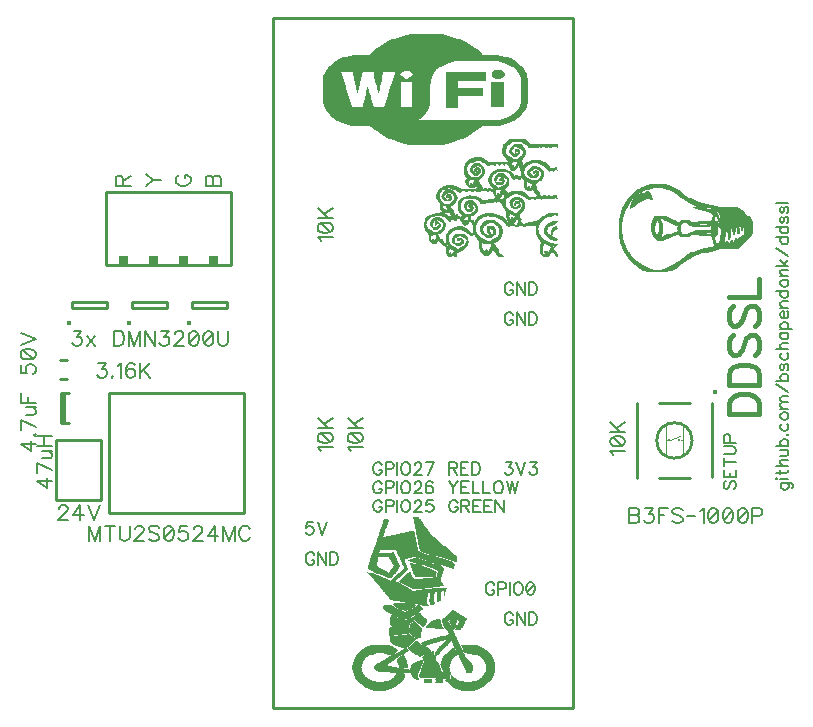
<source format=gto>
G04 DipTrace 3.2.0.1*
G04 ddssl.GTO*
%MOIN*%
G04 #@! TF.FileFunction,Legend,Top*
G04 #@! TF.Part,Single*
%ADD10C,0.009843*%
%ADD12C,0.003*%
%ADD19C,0.015404*%
%ADD25C,0.003937*%
%ADD26C,0.015759*%
%ADD59C,0.00772*%
%ADD60C,0.015439*%
%ADD61C,0.006176*%
%FSLAX26Y26*%
G04*
G70*
G90*
G75*
G01*
G04 TopSilk*
%LPD*%
X500000Y1100000D2*
D10*
X-500000D1*
Y-1200000D1*
X500000D1*
Y1100000D1*
X-1225000Y-504921D2*
X-1075000D1*
Y-304921D1*
X-1225000D1*
Y-504921D1*
D19*
X-780849Y85291D3*
X-771648Y135433D2*
D10*
X-653543D1*
Y155118D1*
X-771648D1*
Y135433D1*
D19*
X-980849Y85291D3*
X-971648Y135433D2*
D10*
X-853543D1*
Y155118D1*
X-971648D1*
Y135433D1*
D19*
X-1180849Y85291D3*
X-1171648Y135433D2*
D10*
X-1053543D1*
Y155118D1*
X-1171648D1*
Y135433D1*
X-597047Y-550000D2*
X-1047047D1*
Y-150000D1*
X-597047D1*
Y-550000D1*
X-1199213Y-249217D2*
Y-150783D1*
X-1206661Y-249217D2*
Y-150783D1*
Y-249217D2*
X-1183102D1*
X-1206661Y-150783D2*
X-1183102D1*
X-1188220Y-38417D2*
X-1211780D1*
X-1188220Y-101346D2*
X-1211780D1*
X777350Y-307480D2*
G02X777350Y-307480I59062J0D01*
G01*
X960424Y-183474D2*
Y-429521D1*
X887583Y-431487D2*
X785243D1*
X712402D2*
Y-183474D1*
X785243D2*
X887583D1*
X808842Y-258271D2*
D25*
Y-352759D1*
X864011Y-258271D2*
Y-352759D1*
X808842Y-305515D2*
X814768D1*
X864011D2*
X858058D1*
X814768D2*
G02X814768Y-305515I3946J0D01*
G01*
X848199D2*
G02X848199Y-305515I3960J0D01*
G01*
X822660D2*
X854125Y-291720D1*
D26*
X970270Y-146057D3*
X-1059055Y277962D2*
D10*
X-640945D1*
Y522047D1*
X-1059055D1*
Y277962D1*
G36*
X-1015697Y306428D2*
X-984213D1*
Y274948D1*
X-1015697D1*
Y306428D1*
G37*
G36*
X-915727D2*
X-884285D1*
Y274948D1*
X-915727D1*
Y306428D1*
G37*
G36*
X-815673D2*
X-784231D1*
Y274948D1*
X-815673D1*
Y306428D1*
G37*
G36*
X-715745D2*
X-684261D1*
Y274948D1*
X-715745D1*
Y306428D1*
G37*
X-43500Y1047000D2*
D12*
X58500D1*
X-55374Y1044000D2*
X70362D1*
X-66861Y1041000D2*
X81755D1*
X-77537Y1038000D2*
X92154D1*
X-87143Y1035000D2*
X101425D1*
X-95704Y1032000D2*
X109934D1*
X-103369Y1029000D2*
X117846D1*
X-110364Y1026000D2*
X125086D1*
X-116974Y1023000D2*
X131847D1*
X-123212Y1020000D2*
X138159D1*
X-128889Y1017000D2*
X143869D1*
X-134230Y1014000D2*
X149223D1*
X-139412Y1011000D2*
X154410D1*
X-144351Y1008000D2*
X159351D1*
X-149077Y1005000D2*
X164065D1*
X-153671Y1002000D2*
X168566D1*
X-158106Y999000D2*
X172724D1*
X-162231Y996000D2*
X176512D1*
X-165910Y993000D2*
X180141D1*
X-169252Y990000D2*
X183728D1*
X-172403Y987000D2*
X187125D1*
X-175464Y984000D2*
X190337D1*
X-178488Y981000D2*
X193439D1*
X-232500Y978000D2*
X241500D1*
X-245643Y975000D2*
X256028D1*
X-257110Y972000D2*
X268357D1*
X-266907Y969000D2*
X278590D1*
X-275164Y966000D2*
X287040D1*
X-282017Y963000D2*
X293972D1*
X-287760Y960000D2*
X299744D1*
X-292747Y957000D2*
X95204D1*
X255784D2*
X304730D1*
X-297206Y954000D2*
X84857D1*
X266037D2*
X309087D1*
X-301347Y951000D2*
X75806D1*
X274812D2*
X312858D1*
X-305335Y948000D2*
X68075D1*
X282194D2*
X316234D1*
X-308884Y945000D2*
X61719D1*
X288395D2*
X319397D1*
X-311754Y942000D2*
X56493D1*
X293472D2*
X322450D1*
X-314276Y939000D2*
X51798D1*
X297601D2*
X325369D1*
X-316784Y936000D2*
X47370D1*
X301133D2*
X327996D1*
X-319179Y933000D2*
X43359D1*
X304360D2*
X330269D1*
X-321343Y930000D2*
X39985D1*
X307437D2*
X332395D1*
X-323423Y927000D2*
X37189D1*
X235500D2*
X256500D1*
X310365D2*
X334490D1*
X-325488Y924000D2*
X-69899D1*
X-43512D2*
X34768D1*
X231705D2*
X261794D1*
X312994D2*
X336482D1*
X-327380Y921000D2*
X-277036D1*
X-235488D2*
X-205964D1*
X-166500D2*
X-139500D1*
X-94614D2*
X-74524D1*
X-40629D2*
X32720D1*
X73500D2*
X205500D1*
X228651D2*
X265645D1*
X315268D2*
X338468D1*
X-329087Y918000D2*
X-276281D1*
X-235383D2*
X-206707D1*
X-166488D2*
X-139512D1*
X-94999D2*
X-78415D1*
X-38140D2*
X30950D1*
X73500D2*
X205500D1*
X227539D2*
X268540D1*
X317383D2*
X340393D1*
X-330675Y915000D2*
X-275399D1*
X-235000D2*
X-207496D1*
X-166383D2*
X-139617D1*
X-95730D2*
X-80294D1*
X-36111D2*
X29338D1*
X73500D2*
X205500D1*
X226952D2*
X269816D1*
X319373D2*
X341876D1*
X-332107Y912000D2*
X-274491D1*
X-234282D2*
X-208127D1*
X-166000D2*
X-140000D1*
X-96604D2*
X-80180D1*
X-35585D2*
X27886D1*
X73500D2*
X205500D1*
X226836D2*
X269724D1*
X320982D2*
X342754D1*
X-333231Y909000D2*
X-273482D1*
X-233501D2*
X-208788D1*
X-165282D2*
X-140718D1*
X-97510D2*
X-77802D1*
X-36753D2*
X26653D1*
X73500D2*
X205500D1*
X227085D2*
X268375D1*
X322250D2*
X343189D1*
X-333911Y906000D2*
X-272480D1*
X-232872D2*
X-209634D1*
X-164501D2*
X-141487D1*
X-98518D2*
X-74211D1*
X-40715D2*
X25590D1*
X73500D2*
X205500D1*
X229268D2*
X264749D1*
X323405D2*
X343379D1*
X-334252Y903000D2*
X-271522D1*
X-232212D2*
X-210467D1*
X-163872D2*
X-142010D1*
X-99520D2*
X-69581D1*
X-46189D2*
X24530D1*
X73500D2*
X205500D1*
X234892D2*
X259566D1*
X324366D2*
X343455D1*
X-334403Y900000D2*
X-270493D1*
X-231366D2*
X-211116D1*
X-163212D2*
X-142289D1*
X-100478D2*
X-64500D1*
X-52500D2*
X23610D1*
X73500D2*
X205500D1*
X241500D2*
X253500D1*
X324966D2*
X343484D1*
X-334464Y897000D2*
X-269484D1*
X-230544D2*
X-211784D1*
X-162366D2*
X-142428D1*
X-101507D2*
X23014D1*
X73500D2*
X205500D1*
X325273D2*
X343495D1*
X-334487Y894000D2*
X-268523D1*
X-229989D2*
X-212633D1*
X-161533D2*
X-142586D1*
X-102516D2*
X22607D1*
X73500D2*
X205500D1*
X325411D2*
X343498D1*
X-334496Y891000D2*
X-267493D1*
X-229598D2*
X-213455D1*
X-160884D2*
X-142988D1*
X-103477D2*
X22089D1*
X73500D2*
X112500D1*
X325467D2*
X343499D1*
X-334499Y888000D2*
X-266484D1*
X-229086D2*
X-213999D1*
X-160216D2*
X-143714D1*
X-104507D2*
X-79500D1*
X-37500D2*
X21315D1*
X73500D2*
X112500D1*
X226500D2*
X265500D1*
X325488D2*
X343500D1*
X-334500Y885000D2*
X-265523D1*
X-228314D2*
X-214296D1*
X-159356D2*
X-144498D1*
X-105516D2*
X-79500D1*
X-37500D2*
X20525D1*
X73500D2*
X112500D1*
X226500D2*
X265500D1*
X325496D2*
X343500D1*
X-334500Y882000D2*
X-264505D1*
X-227512D2*
X-214532D1*
X-158428D2*
X-145127D1*
X-106489D2*
X-79500D1*
X-37500D2*
X19994D1*
X73500D2*
X112500D1*
X226500D2*
X265500D1*
X325499D2*
X343500D1*
X-334500Y879000D2*
X-263601D1*
X-226876D2*
X-214968D1*
X-157501D2*
X-145788D1*
X-107612D2*
X-79500D1*
X-37500D2*
X19713D1*
X73500D2*
X112500D1*
X226500D2*
X265500D1*
X325500D2*
X343500D1*
X-334500Y876000D2*
X-263011D1*
X-226213D2*
X-215718D1*
X-156497D2*
X-146634D1*
X-108899D2*
X-79500D1*
X-37500D2*
X19585D1*
X73500D2*
X112500D1*
X226500D2*
X265500D1*
X325500D2*
X343500D1*
X-334500Y873000D2*
X-262606D1*
X-225367D2*
X-216600D1*
X-155587D2*
X-147456D1*
X-110207D2*
X-79500D1*
X-37500D2*
X19532D1*
X73500D2*
X112500D1*
X226500D2*
X265500D1*
X325500D2*
X343500D1*
X-334500Y870000D2*
X-262089D1*
X-224533D2*
X-217509D1*
X-187500D2*
D3*
X-154904D2*
X-148011D1*
X-111381D2*
X-79500D1*
X-37500D2*
X19511D1*
X73500D2*
X112500D1*
X226500D2*
X265500D1*
X325500D2*
X343500D1*
X-334500Y867000D2*
X-261303D1*
X-223884D2*
X-218506D1*
X-188526D2*
X-187500D1*
X-154223D2*
X-148402D1*
X-112422D2*
X-79500D1*
X-37500D2*
X19504D1*
X73500D2*
X193500D1*
X226500D2*
X265500D1*
X325500D2*
X343500D1*
X-334500Y864000D2*
X-260407D1*
X-223214D2*
X-219403D1*
X-189418D2*
X-184500D1*
X-153369D2*
X-148916D1*
X-113474D2*
X-79500D1*
X-37500D2*
X19501D1*
X73500D2*
X193500D1*
X226500D2*
X265500D1*
X325500D2*
X343500D1*
X-334500Y861000D2*
X-259494D1*
X-222340D2*
X-219981D1*
X-189987D2*
X-184386D1*
X-152537D2*
X-149714D1*
X-114391D2*
X-79500D1*
X-37500D2*
X19500D1*
X73500D2*
X193500D1*
X226500D2*
X265500D1*
X325500D2*
X343500D1*
X-334500Y858000D2*
X-258483D1*
X-221392D2*
X-220296D1*
X-190293D2*
X-184001D1*
X-151947D2*
X-150628D1*
X-114987D2*
X-79500D1*
X-37500D2*
X19500D1*
X73500D2*
X193500D1*
X226500D2*
X265500D1*
X325500D2*
X343500D1*
X-334500Y855000D2*
X-257480D1*
X-220500D2*
D3*
X-190531D2*
X-183270D1*
X-151500D2*
D3*
X-115393D2*
X-79500D1*
X-37500D2*
X19500D1*
X73500D2*
X193500D1*
X226500D2*
X265500D1*
X325500D2*
X343500D1*
X-334500Y852000D2*
X-256522D1*
X-190967D2*
X-182396D1*
X-115911D2*
X-79500D1*
X-37500D2*
X19500D1*
X73500D2*
X193500D1*
X226500D2*
X265500D1*
X325500D2*
X343500D1*
X-334500Y849000D2*
X-255493D1*
X-191707D2*
X-181490D1*
X-116697D2*
X-79500D1*
X-37500D2*
X19500D1*
X73500D2*
X193500D1*
X226500D2*
X265500D1*
X325500D2*
X343500D1*
X-334500Y846000D2*
X-254484D1*
X-192495D2*
X-180493D1*
X-117593D2*
X-79500D1*
X-37500D2*
X19500D1*
X73500D2*
X193500D1*
X226500D2*
X265500D1*
X325500D2*
X343500D1*
X-334500Y843000D2*
X-253523D1*
X-193126D2*
X-179585D1*
X-118506D2*
X-79500D1*
X-37500D2*
X19500D1*
X73500D2*
X193500D1*
X226500D2*
X265500D1*
X325500D2*
X343500D1*
X-334500Y840000D2*
X-252493D1*
X-193788D2*
X-178904D1*
X-119517D2*
X-79500D1*
X-37500D2*
X19500D1*
X73500D2*
X112500D1*
X226500D2*
X265500D1*
X325500D2*
X343500D1*
X-334500Y837000D2*
X-251484D1*
X-194634D2*
X-178223D1*
X-120520D2*
X-79500D1*
X-37500D2*
X19500D1*
X73500D2*
X112500D1*
X226500D2*
X265500D1*
X325500D2*
X343500D1*
X-334500Y834000D2*
X-250523D1*
X-195467D2*
X-177370D1*
X-121478D2*
X-79500D1*
X-37500D2*
X19500D1*
X73500D2*
X112500D1*
X226500D2*
X265500D1*
X325500D2*
X343500D1*
X-334500Y831000D2*
X-249493D1*
X-196116D2*
X-176534D1*
X-122507D2*
X-79500D1*
X-37500D2*
X19500D1*
X73500D2*
X112500D1*
X226500D2*
X265500D1*
X325500D2*
X343500D1*
X-334500Y828000D2*
X-248484D1*
X-196784D2*
X-175884D1*
X-123516D2*
X-79500D1*
X-37500D2*
X19500D1*
X73500D2*
X112500D1*
X226500D2*
X265500D1*
X325500D2*
X343500D1*
X-334500Y825000D2*
X-247523D1*
X-197644D2*
X-175216D1*
X-124477D2*
X-79500D1*
X-37500D2*
X19488D1*
X73500D2*
X112500D1*
X226500D2*
X265500D1*
X325488D2*
X343500D1*
X-334488Y822000D2*
X-246493D1*
X-198572D2*
X-174367D1*
X-125507D2*
X-79500D1*
X-37500D2*
X19383D1*
X73500D2*
X112500D1*
X226500D2*
X265500D1*
X325383D2*
X343500D1*
X-334383Y819000D2*
X-245484D1*
X-199499D2*
X-173533D1*
X-126516D2*
X-79500D1*
X-37500D2*
X19000D1*
X73500D2*
X112500D1*
X226500D2*
X265500D1*
X324989D2*
X343500D1*
X-333989Y816000D2*
X-244523D1*
X-200503D2*
X-172872D1*
X-127477D2*
X-79500D1*
X-37500D2*
X18282D1*
X73500D2*
X112500D1*
X226500D2*
X265500D1*
X324165D2*
X343488D1*
X-333165Y813000D2*
X-243504D1*
X-201402D2*
X-172088D1*
X-128496D2*
X-79500D1*
X-37500D2*
X17501D1*
X73500D2*
X112500D1*
X226500D2*
X265500D1*
X323002D2*
X343383D1*
X-332002Y810000D2*
X-242593D1*
X-201981D2*
X-170750D1*
X-129407D2*
X-79500D1*
X-37500D2*
X16872D1*
X73500D2*
X112500D1*
X226500D2*
X265500D1*
X321654D2*
X342989D1*
X-330654Y807000D2*
X-241967D1*
X-202296D2*
X-168777D1*
X-130033D2*
X-79500D1*
X-37500D2*
X16200D1*
X73500D2*
X112500D1*
X226500D2*
X265500D1*
X320213D2*
X342153D1*
X-329213Y804000D2*
X15249D1*
X73500D2*
X112500D1*
X318727D2*
X340896D1*
X-327727Y801000D2*
X14033D1*
X317127D2*
X339260D1*
X-326127Y798000D2*
X12666D1*
X315239D2*
X337377D1*
X-324239Y795000D2*
X11217D1*
X312913D2*
X335458D1*
X-321925Y792000D2*
X9740D1*
X310253D2*
X333398D1*
X-319370Y789000D2*
X8245D1*
X307391D2*
X331090D1*
X-316903Y786000D2*
X6726D1*
X304347D2*
X328763D1*
X-314682Y783000D2*
X5014D1*
X300976D2*
X326512D1*
X-312463Y780000D2*
X2729D1*
X297137D2*
X323955D1*
X-309877Y777000D2*
X-433D1*
X292766D2*
X320769D1*
X-306670Y774000D2*
X-4351D1*
X287608D2*
X317180D1*
X-302698Y771000D2*
X-8825D1*
X281273D2*
X313393D1*
X-298240Y768000D2*
X-13530D1*
X273370D2*
X309333D1*
X-293745Y765000D2*
X-17937D1*
X263381D2*
X304957D1*
X-289069Y762000D2*
X-21845D1*
X251397D2*
X300159D1*
X-283706Y759000D2*
X294759D1*
X-277525Y756000D2*
X288580D1*
X-270307Y753000D2*
X281176D1*
X-261334Y750000D2*
X271864D1*
X-250415Y747000D2*
X260325D1*
X-238500Y744000D2*
X247500D1*
X-176090Y741000D2*
X191090D1*
X-171335Y738000D2*
X186323D1*
X-167319Y735000D2*
X182213D1*
X-163726Y732000D2*
X178344D1*
X-160121Y729000D2*
X174403D1*
X-156213Y726000D2*
X170444D1*
X-152019Y723000D2*
X166495D1*
X-147648Y720000D2*
X162370D1*
X-143098Y717000D2*
X157970D1*
X-138228Y714000D2*
X153164D1*
X-132909Y711000D2*
X147784D1*
X-127251Y708000D2*
X141850D1*
X-121379Y705000D2*
X135553D1*
X-115230Y702000D2*
X129066D1*
X-108477Y699000D2*
X122129D1*
X-100919Y696000D2*
X114489D1*
X-92755Y693000D2*
X106386D1*
X-83879Y690000D2*
X97779D1*
X-73666Y687000D2*
X88002D1*
X-61970Y684000D2*
X76672D1*
X-49500Y681000D2*
X64500D1*
X288000Y697000D2*
X339000D1*
X282590Y694000D2*
X342911D1*
X277847Y691000D2*
X346420D1*
X273948Y688000D2*
X290651D1*
X329525D2*
X349269D1*
X270854Y685000D2*
X287291D1*
X334652D2*
X351786D1*
X268479Y682000D2*
X284234D1*
X315000D2*
X318000D1*
X339259D2*
X354355D1*
X266664Y679000D2*
X281489D1*
X305549D2*
X322947D1*
X343016D2*
X444000D1*
X265362Y676000D2*
X278851D1*
X298606D2*
X326946D1*
X345962D2*
X444000D1*
X264511Y673000D2*
X276501D1*
X293489D2*
X330057D1*
X347111D2*
X444000D1*
X263762Y670000D2*
X274782D1*
X291057D2*
X300114D1*
X316707D2*
X332531D1*
X348000D2*
X357000D1*
X363000D2*
X381000D1*
X387000D2*
X393000D1*
X405000D2*
X411000D1*
X420000D2*
X426000D1*
X444000D2*
D3*
X262884Y667000D2*
X273696D1*
X289088D2*
X297501D1*
X322819D2*
X334350D1*
X262050Y664000D2*
X272837D1*
X287503D2*
X295245D1*
X306000D2*
X315000D1*
X326992D2*
X335702D1*
X261503Y661000D2*
X271924D1*
X286421D2*
X293138D1*
X304627D2*
X316837D1*
X329686D2*
X336888D1*
X261228Y658000D2*
X271189D1*
X285827D2*
X291000D1*
X303880D2*
X318337D1*
X331626D2*
X337848D1*
X261203Y655000D2*
X270816D1*
X286528D2*
X293499D1*
X303618D2*
X306000D1*
X315000D2*
X319480D1*
X331872D2*
X338347D1*
X261543Y652000D2*
X271869D1*
X287696D2*
X296532D1*
X304659D2*
X319108D1*
X331499D2*
X338273D1*
X262358Y649000D2*
X273413D1*
X289389D2*
X300000D1*
X306000D2*
X318022D1*
X330765D2*
X337681D1*
X263620Y646000D2*
X275294D1*
X291631D2*
X316375D1*
X329693D2*
X336851D1*
X265358Y643000D2*
X277909D1*
X294243D2*
X312893D1*
X328169D2*
X335849D1*
X267634Y640000D2*
X281964D1*
X297000D2*
X309000D1*
X324525D2*
X334361D1*
X171000Y637000D2*
X189000D1*
X270366D2*
X287580D1*
X319985D2*
X332261D1*
X162716Y634000D2*
X194886D1*
X273472D2*
X294000D1*
X315000D2*
X329816D1*
X155474Y631000D2*
X200499D1*
X276628D2*
X327530D1*
X149794Y628000D2*
X205755D1*
X279173D2*
X325634D1*
X363000D2*
X384000D1*
X145688Y625000D2*
X168716D1*
X192578D2*
X210862D1*
X280815D2*
X325347D1*
X353794D2*
X392180D1*
X142823Y622000D2*
X161463D1*
X196706D2*
X216000D1*
X225000D2*
X294590D1*
X315464D2*
X326543D1*
X346435D2*
X398658D1*
X140785Y619000D2*
X155688D1*
X201203D2*
X292835D1*
X313219D2*
X327844D1*
X341104D2*
X364655D1*
X376707D2*
X403535D1*
X139305Y616000D2*
X151306D1*
X168000D2*
X183000D1*
X205507D2*
X291827D1*
X311110D2*
X327888D1*
X337398D2*
X356018D1*
X385819D2*
X407408D1*
X138146Y613000D2*
X148093D1*
X164100D2*
X187837D1*
X209370D2*
X237000D1*
X249000D2*
X255000D1*
X264000D2*
X270000D1*
X278988D2*
X291317D1*
X309101D2*
X327506D1*
X334906D2*
X349391D1*
X392992D2*
X410776D1*
X137050Y610000D2*
X145910D1*
X160709D2*
X178179D1*
X182399D2*
X192325D1*
X213000D2*
X219000D1*
X234000D2*
X237000D1*
X252000D2*
D3*
X267000D2*
D3*
X281871D2*
X300000D1*
X307422D2*
X327000D1*
X333000D2*
X344542D1*
X398686D2*
X413919D1*
X136116Y607000D2*
X144400D1*
X157972D2*
X171682D1*
X187036D2*
X196038D1*
X284383D2*
X300000D1*
X306000D2*
X311410D1*
X318578D2*
X341117D1*
X363000D2*
X372000D1*
X403261D2*
X416973D1*
X135528Y604000D2*
X143161D1*
X156956D2*
X166801D1*
X174000D2*
X180000D1*
X190553D2*
X198961D1*
X286280D2*
X310165D1*
X319706D2*
X338473D1*
X358065D2*
X380642D1*
X406781D2*
X420000D1*
X438000D2*
X441000D1*
X135225Y601000D2*
X142270D1*
X156406D2*
X162919D1*
X171242D2*
X183795D1*
X192928D2*
X200014D1*
X287759D2*
X308173D1*
X321202D2*
X336274D1*
X354160D2*
X387356D1*
X409487D2*
X442396D1*
X135089Y598000D2*
X141788D1*
X156159D2*
X161088D1*
X169226D2*
X186849D1*
X194522D2*
X200582D1*
X249000D2*
X267000D1*
X289298D2*
X305683D1*
X322508D2*
X334684D1*
X351326D2*
X363704D1*
X380399D2*
X392319D1*
X411892D2*
X443323D1*
X135033Y595000D2*
X142384D1*
X156070D2*
X160929D1*
X168850D2*
X174552D1*
X183000D2*
X187950D1*
X195708D2*
X200837D1*
X242102D2*
X274721D1*
X291000D2*
X303000D1*
X323416D2*
X333766D1*
X349200D2*
X359346D1*
X372000D2*
X375000D1*
X385036D2*
X396192D1*
X414397D2*
X435000D1*
X444000D2*
D3*
X135012Y592000D2*
X143073D1*
X156150D2*
X162434D1*
X169980D2*
X175604D1*
X186000D2*
X188443D1*
X196612D2*
X200940D1*
X236207D2*
X281328D1*
X324204D2*
X333318D1*
X347536D2*
X356201D1*
X368327D2*
X377874D1*
X388541D2*
X397630D1*
X417000D2*
X420000D1*
X432000D2*
D3*
X135016Y589000D2*
X143669D1*
X156659D2*
X164900D1*
X171814D2*
X177000D1*
X183000D2*
X188531D1*
X196295D2*
X200967D1*
X231441D2*
X246126D1*
X275410D2*
X286750D1*
X325091D2*
X333123D1*
X346333D2*
X354037D1*
X365546D2*
X380361D1*
X391204D2*
X398414D1*
X135119Y586000D2*
X144440D1*
X157659D2*
X168000D1*
X174000D2*
D3*
X180000D2*
X187623D1*
X195659D2*
X200876D1*
X227815D2*
X240639D1*
X280153D2*
X290906D1*
X325819D2*
X333057D1*
X345737D2*
X352351D1*
X365233D2*
X382389D1*
X392121D2*
X398770D1*
X135512Y583000D2*
X145560D1*
X160900D2*
X185329D1*
X194650D2*
X200486D1*
X225155D2*
X235963D1*
X252000D2*
X264000D1*
X284052D2*
X294169D1*
X326197D2*
X333145D1*
X345585D2*
X354889D1*
X366000D2*
X369000D1*
X374227D2*
X383008D1*
X392503D2*
X398903D1*
X136347Y580000D2*
X148307D1*
X165521D2*
X180144D1*
X193172D2*
X199641D1*
X223016D2*
X232345D1*
X246345D2*
X268734D1*
X287146D2*
X297118D1*
X325259D2*
X333646D1*
X346672D2*
X358628D1*
X371874D2*
X382277D1*
X392501D2*
X398853D1*
X137615Y577000D2*
X151902D1*
X171000D2*
X174000D1*
X189803D2*
X198255D1*
X221011D2*
X229691D1*
X242018D2*
X272943D1*
X289532D2*
X300000D1*
X306000D2*
X312000D1*
X324000D2*
X334612D1*
X349357D2*
X363000D1*
X369000D2*
X381057D1*
X391283D2*
X398478D1*
X139348Y574000D2*
X156000D1*
X186000D2*
X196026D1*
X219094D2*
X227748D1*
X238982D2*
X257988D1*
X262809D2*
X276320D1*
X291462D2*
X337371D1*
X352920D2*
X378251D1*
X389652D2*
X397661D1*
X141560Y571000D2*
X192672D1*
X217617D2*
X226394D1*
X236876D2*
X246126D1*
X258000D2*
X260883D1*
X269201D2*
X278770D1*
X293225D2*
X341168D1*
X357000D2*
X375000D1*
X387746D2*
X396500D1*
X144000Y568000D2*
X188664D1*
X216743D2*
X225513D1*
X235265D2*
X243628D1*
X254327D2*
X263489D1*
X274334D2*
X280386D1*
X295049D2*
X306000D1*
X312000D2*
X321000D1*
X329874D2*
X345957D1*
X385272D2*
X395119D1*
X142152Y565000D2*
X185041D1*
X216310D2*
X224675D1*
X235079D2*
X241846D1*
X251546D2*
X265641D1*
X276973D2*
X281277D1*
X297000D2*
X300000D1*
X318000D2*
X321000D1*
X332372D2*
X351362D1*
X381903D2*
X393350D1*
X140558Y562000D2*
X153126D1*
X171475D2*
X182139D1*
X216132D2*
X223481D1*
X235482D2*
X240830D1*
X251233D2*
X267267D1*
X277914D2*
X281703D1*
X334154D2*
X357000D1*
X378000D2*
X390611D1*
X139451Y559000D2*
X150639D1*
X169334D2*
X181284D1*
X216162D2*
X222000D1*
X236216D2*
X240318D1*
X252000D2*
X255000D1*
X264000D2*
X268469D1*
X278352D2*
X281886D1*
X335166D2*
X386485D1*
X138837Y556000D2*
X148611D1*
X167582D2*
X182182D1*
X216527D2*
X223974D1*
X237175D2*
X240000D1*
X261000D2*
X268275D1*
X277563D2*
X281958D1*
X335656D2*
X381688D1*
X139532Y553000D2*
X148026D1*
X166178D2*
X184486D1*
X217352D2*
X226082D1*
X238638D2*
X266658D1*
X276343D2*
X281974D1*
X335867D2*
X342000D1*
X352345D2*
X377523D1*
X140710Y550000D2*
X148834D1*
X156000D2*
X159000D1*
X165000D2*
X186646D1*
X218617D2*
X228536D1*
X240680D2*
X264134D1*
X274580D2*
X281866D1*
X335951D2*
X342000D1*
X358187D2*
X374244D1*
X142515Y547000D2*
X150000D1*
X156000D2*
X188441D1*
X220357D2*
X231471D1*
X243000D2*
X261000D1*
X271868D2*
X281370D1*
X335983D2*
X342000D1*
X363000D2*
X372927D1*
X78000Y544000D2*
X96000D1*
X145221D2*
X190219D1*
X222622D2*
X235266D1*
X267380D2*
X280141D1*
X336006D2*
X342000D1*
X360552D2*
X372729D1*
X69368Y541000D2*
X104052D1*
X148858D2*
X192043D1*
X225259D2*
X240261D1*
X260444D2*
X278040D1*
X336115D2*
X342000D1*
X348000D2*
X351000D1*
X358604D2*
X373797D1*
X62252Y538000D2*
X111853D1*
X153000D2*
X168000D1*
X177000D2*
X193633D1*
X228095D2*
X246000D1*
X252000D2*
X275067D1*
X336522D2*
X351000D1*
X357000D2*
X375132D1*
X56993Y535000D2*
X75727D1*
X91231D2*
X119083D1*
X174000D2*
X195000D1*
X201000D2*
X207000D1*
X216000D2*
X222000D1*
X231000D2*
X271261D1*
X337470D2*
X376315D1*
X53417Y532000D2*
X68580D1*
X99495D2*
X267000D1*
X339174D2*
X376312D1*
X50934Y529000D2*
X63188D1*
X78000D2*
X87000D1*
X105509D2*
X269097D1*
X341794D2*
X360000D1*
X366114D2*
X376236D1*
X49011Y526000D2*
X59512D1*
X73065D2*
X92770D1*
X109973D2*
X201000D1*
X207000D2*
X240000D1*
X257534D2*
X271662D1*
X345000D2*
X357000D1*
X366522D2*
X377570D1*
X47347Y523000D2*
X56975D1*
X69171D2*
X97481D1*
X113628D2*
X126000D1*
X138000D2*
X144000D1*
X159000D2*
X165000D1*
X174000D2*
X180000D1*
X213000D2*
X216000D1*
X226833D2*
X240000D1*
X256765D2*
X275073D1*
X294000D2*
X324000D1*
X367464D2*
X380680D1*
X45794Y520000D2*
X55038D1*
X66431D2*
X81240D1*
X89399D2*
X101248D1*
X117000D2*
X123000D1*
X230447D2*
X240000D1*
X255865D2*
X279000D1*
X285000D2*
X331145D1*
X369117D2*
X383509D1*
X44380Y517000D2*
X53470D1*
X64573D2*
X76128D1*
X94036D2*
X104240D1*
X232850D2*
X240000D1*
X246000D2*
X249000D1*
X255000D2*
X337119D1*
X371593D2*
X385675D1*
X43264Y514000D2*
X52296D1*
X63162D2*
X72080D1*
X78000D2*
X87000D1*
X97553D2*
X106561D1*
X234658D2*
X240000D1*
X246000D2*
X260411D1*
X266399D2*
X295179D1*
X319231D2*
X341603D1*
X374699D2*
X386431D1*
X42599Y511000D2*
X51598D1*
X61670D2*
X68892D1*
X76604D2*
X89410D1*
X99937D2*
X108352D1*
X156000D2*
D3*
X236321D2*
X259176D1*
X268392D2*
X288670D1*
X327495D2*
X344992D1*
X378000D2*
X387000D1*
X399000D2*
X405000D1*
X414000D2*
X420000D1*
X432000D2*
X441000D1*
X42365Y508000D2*
X51263D1*
X60000D2*
X66000D1*
X75677D2*
X91165D1*
X101627D2*
X109632D1*
X144227D2*
X174000D1*
X238087D2*
X257250D1*
X268962D2*
X283661D1*
X333509D2*
X348000D1*
X375000D2*
X442385D1*
X42608Y505000D2*
X51215D1*
X61511D2*
X67974D1*
X75000D2*
X81000D1*
X86754D2*
X92158D1*
X103252D2*
X110362D1*
X135314D2*
X179411D1*
X240000D2*
X255000D1*
X267928D2*
X279698D1*
X306000D2*
X315000D1*
X337971D2*
X443250D1*
X43383Y502000D2*
X51547D1*
X62873D2*
X70073D1*
X86203D2*
X92531D1*
X105000D2*
X110622D1*
X128933D2*
X184176D1*
X266149D2*
X276394D1*
X299680D2*
X321320D1*
X341604D2*
X432000D1*
X441000D2*
X443708D1*
X44617Y499000D2*
X52371D1*
X64518D2*
X72458D1*
X83865D2*
X92278D1*
X103128D2*
X110387D1*
X124353D2*
X135000D1*
X173410D2*
X188250D1*
X249000D2*
X252000D1*
X264000D2*
X273725D1*
X294913D2*
X326087D1*
X344863D2*
X396000D1*
X408000D2*
X414000D1*
X423000D2*
X426000D1*
X444000D2*
D3*
X46244Y496000D2*
X53737D1*
X66638D2*
X75000D1*
X81000D2*
X91339D1*
X101288D2*
X109616D1*
X120998D2*
X132012D1*
X178153D2*
X192000D1*
X216000D2*
X271880D1*
X291643D2*
X306601D1*
X314760D2*
X329357D1*
X348000D2*
X354000D1*
X369000D2*
X372000D1*
X393000D2*
D3*
X48124Y493000D2*
X55860D1*
X69000D2*
X90000D1*
X99078D2*
X108371D1*
X118529D2*
X129117D1*
X150000D2*
X162000D1*
X182044D2*
X270845D1*
X289336D2*
X301964D1*
X319862D2*
X331676D1*
X50031Y490000D2*
X58866D1*
X95942D2*
X106639D1*
X116680D2*
X126511D1*
X144356D2*
X166373D1*
X185068D2*
X246000D1*
X251399D2*
X270348D1*
X287699D2*
X298459D1*
X306000D2*
X318000D1*
X323807D2*
X333418D1*
X51973Y487000D2*
X62378D1*
X91730D2*
X104341D1*
X115379D2*
X124347D1*
X140135D2*
X170118D1*
X187261D2*
X216000D1*
X225000D2*
X231000D1*
X243000D2*
D3*
X256036D2*
X270146D1*
X286512D2*
X295796D1*
X303712D2*
X319026D1*
X326551D2*
X334663D1*
X53781Y484000D2*
X66000D1*
X87000D2*
X101362D1*
X114630D2*
X122616D1*
X137004D2*
X154102D1*
X157809D2*
X173066D1*
X189000D2*
X195000D1*
X259541D2*
X270166D1*
X286864D2*
X294991D1*
X301957D2*
X319918D1*
X328601D2*
X335387D1*
X55230Y481000D2*
X97130D1*
X114262D2*
X121357D1*
X135963D2*
X144590D1*
X153000D2*
X157020D1*
X164201D2*
X175147D1*
X262204D2*
X270528D1*
X287734D2*
X294656D1*
X302251D2*
X306000D1*
X318000D2*
X320475D1*
X329206D2*
X335744D1*
X55125Y478000D2*
X91119D1*
X114102D2*
X120622D1*
X135406D2*
X142835D1*
X147000D2*
X160145D1*
X169334D2*
X176620D1*
X263258D2*
X271353D1*
X288964D2*
X295674D1*
X303000D2*
X306000D1*
X315000D2*
X320640D1*
X329200D2*
X335888D1*
X54735Y475000D2*
X62534D1*
X74410D2*
X84000D1*
X114038D2*
X120272D1*
X135169D2*
X141830D1*
X148547D2*
X162872D1*
X171973D2*
X177858D1*
X264248D2*
X272606D1*
X290565D2*
X297000D1*
X312000D2*
X320489D1*
X328552D2*
X335846D1*
X54491Y472000D2*
X61765D1*
X76165D2*
X85998D1*
X114025D2*
X120218D1*
X135187D2*
X141342D1*
X153252D2*
X163953D1*
X173016D2*
X178849D1*
X265586D2*
X274240D1*
X292866D2*
X319022D1*
X327460D2*
X335487D1*
X54668Y469000D2*
X60865D1*
X77173D2*
X88304D1*
X114122D2*
X120549D1*
X135649D2*
X141124D1*
X159000D2*
X164429D1*
X173462D2*
X179448D1*
X267270D2*
X276135D1*
X296150D2*
X315740D1*
X326128D2*
X334766D1*
X55322Y466000D2*
X60000D1*
X77683D2*
X91371D1*
X114513D2*
X121360D1*
X136853D2*
X141000D1*
X156000D2*
X164482D1*
X173493D2*
X179654D1*
X268990D2*
X278194D1*
X300000D2*
X312000D1*
X324579D2*
X333882D1*
X56392Y463000D2*
X72000D1*
X78000D2*
X94909D1*
X115336D2*
X122632D1*
X138833D2*
X163172D1*
X172256D2*
X179399D1*
X270628D2*
X280993D1*
X322600D2*
X332861D1*
X57804Y460000D2*
X98255D1*
X116510D2*
X124484D1*
X141318D2*
X161243D1*
X170413D2*
X178608D1*
X272189D2*
X285539D1*
X319822D2*
X331353D1*
X61534Y457000D2*
X99259D1*
X117975D2*
X127210D1*
X144000D2*
X159000D1*
X167720D2*
X177255D1*
X273612D2*
X292190D1*
X316156D2*
X329133D1*
X66000Y454000D2*
X99874D1*
X119905D2*
X130855D1*
X163783D2*
X175128D1*
X274733D2*
X300000D1*
X312000D2*
X326200D1*
X46320Y451000D2*
X69683D1*
X86877D2*
X100782D1*
X122509D2*
X135000D1*
X159000D2*
X171959D1*
X210000D2*
X228000D1*
X275411D2*
X322789D1*
X420000D2*
X444000D1*
X31609Y448000D2*
X73281D1*
X89411D2*
X102000D1*
X108000D2*
X111000D1*
X125669D2*
X167433D1*
X199983D2*
X239425D1*
X275752D2*
X285590D1*
X295345D2*
X319608D1*
X412729D2*
X444000D1*
X21703Y445000D2*
X77021D1*
X91385D2*
X111773D1*
X129000D2*
X160685D1*
X192006D2*
X248475D1*
X275903D2*
X283847D1*
X301187D2*
X317001D1*
X406264D2*
X429126D1*
X441000D2*
X444000D1*
X15135Y442000D2*
X31293D1*
X62760D2*
X81000D1*
X93000D2*
X114126D1*
X127406D2*
X151790D1*
X186298D2*
X205179D1*
X226231D2*
X255383D1*
X275976D2*
X282675D1*
X306000D2*
X316187D1*
X400664D2*
X420639D1*
X10255Y439000D2*
X25169D1*
X67874D2*
X117000D1*
X126000D2*
X143277D1*
X182424D2*
X198658D1*
X237483D2*
X260888D1*
X276113D2*
X282861D1*
X304406D2*
X316849D1*
X395740D2*
X412975D1*
X8063Y436000D2*
X20879D1*
X39000D2*
X51000D1*
X71936D2*
X136505D1*
X147000D2*
X156000D1*
X179481D2*
X193555D1*
X246380D2*
X265469D1*
X276585D2*
X283722D1*
X291000D2*
X294000D1*
X303000D2*
X318888D1*
X391414D2*
X406462D1*
X6476Y433000D2*
X17673D1*
X33704D2*
X56296D1*
X75179D2*
X133950D1*
X147000D2*
X156000D1*
X176818D2*
X189304D1*
X253342D2*
X269378D1*
X277614D2*
X285000D1*
X291000D2*
X321347D1*
X387732D2*
X401190D1*
X5180Y430000D2*
X14787D1*
X29346D2*
X60666D1*
X78144D2*
X108000D1*
X120750D2*
X132000D1*
X147000D2*
X156000D1*
X174444D2*
X185558D1*
X258745D2*
X273000D1*
X279000D2*
X324000D1*
X384413D2*
X396978D1*
X4165Y427000D2*
X12014D1*
X26177D2*
X41410D1*
X52345D2*
X63940D1*
X81069D2*
X87000D1*
X102000D2*
X108000D1*
X122852D2*
X165000D1*
X172558D2*
X182445D1*
X210000D2*
X231000D1*
X262904D2*
X305508D1*
X314988D2*
X322529D1*
X381022D2*
X393510D1*
X3545Y424000D2*
X9578D1*
X23959D2*
X33126D1*
X39601D2*
X46153D1*
X57994D2*
X66541D1*
X84000D2*
X87000D1*
X125297D2*
X165000D1*
X171000D2*
X180022D1*
X204601D2*
X236874D1*
X266105D2*
X276000D1*
X282000D2*
X303645D1*
X314874D2*
X322386D1*
X371887D2*
X390661D1*
X432000D2*
X444000D1*
X3231Y421000D2*
X7826D1*
X22501D2*
X30628D1*
X37608D2*
X50041D1*
X62271D2*
X68729D1*
X127630D2*
X149508D1*
X159578D2*
X178069D1*
X199952D2*
X242372D1*
X268632D2*
X299181D1*
X314410D2*
X324386D1*
X357208D2*
X388390D1*
X423820D2*
X442453D1*
X3091Y418000D2*
X6838D1*
X21788D2*
X28858D1*
X37025D2*
X53028D1*
X64082D2*
X70316D1*
X129925D2*
X147645D1*
X160706D2*
X176375D1*
X196342D2*
X213240D1*
X234464D2*
X247142D1*
X270959D2*
X294000D1*
X313385D2*
X327000D1*
X339000D2*
X386517D1*
X417354D2*
X437699D1*
X3034Y415000D2*
X6459D1*
X21788D2*
X27675D1*
X37834D2*
X42000D1*
X50754D2*
X55356D1*
X65316D2*
X71222D1*
X132403D2*
X143181D1*
X162202D2*
X174806D1*
X193690D2*
X208138D1*
X238196D2*
X251038D1*
X273471D2*
X303000D1*
X312000D2*
X384864D1*
X412594D2*
X431706D1*
X3012Y412000D2*
X6643D1*
X22454D2*
X27862D1*
X39000D2*
D3*
X50203D2*
X56076D1*
X65224D2*
X71564D1*
X135000D2*
X138000D1*
X163497D2*
X173384D1*
X191748D2*
X204181D1*
X241867D2*
X254039D1*
X276204D2*
X383395D1*
X409208D2*
X425676D1*
X3004Y409000D2*
X7395D1*
X23655D2*
X28722D1*
X47865D2*
X56350D1*
X64655D2*
X71377D1*
X164299D2*
X172265D1*
X190405D2*
X201332D1*
X244998D2*
X256138D1*
X279076D2*
X288000D1*
X303000D2*
X318000D1*
X330000D2*
X342000D1*
X360000D2*
X363000D1*
X375000D2*
X382156D1*
X406953D2*
X420395D1*
X3013Y406000D2*
X8633D1*
X25370D2*
X30000D1*
X45000D2*
X55306D1*
X63840D2*
X70725D1*
X117000D2*
X126000D1*
X164704D2*
X171588D1*
X189639D2*
X199201D1*
X213000D2*
X231000D1*
X247441D2*
X257617D1*
X282000D2*
X285000D1*
X306000D2*
X315000D1*
X333000D2*
X339000D1*
X375000D2*
X381103D1*
X405415D2*
X416257D1*
X438000D2*
X441000D1*
X3118Y403000D2*
X10386D1*
X27624D2*
X52634D1*
X62822D2*
X69868D1*
X105587D2*
X132921D1*
X164884D2*
X171260D1*
X189266D2*
X197537D1*
X211615D2*
X233874D1*
X249300D2*
X258857D1*
X375000D2*
X380148D1*
X404154D2*
X413067D1*
X433627D2*
X442594D1*
X3511Y400000D2*
X12876D1*
X30241D2*
X49076D1*
X61490D2*
X68867D1*
X96654D2*
X139016D1*
X164957D2*
X171214D1*
X189103D2*
X196333D1*
X210754D2*
X236372D1*
X250612D2*
X259849D1*
X375000D2*
X379360D1*
X403155D2*
X411549D1*
X429882D2*
X444000D1*
X4359Y397000D2*
X16439D1*
X33000D2*
X45000D1*
X58168D2*
X67469D1*
X90234D2*
X144446D1*
X164985D2*
X171535D1*
X189050D2*
X195737D1*
X210329D2*
X216927D1*
X226821D2*
X238154D1*
X251366D2*
X260460D1*
X375000D2*
X379693D1*
X402541D2*
X410335D1*
X426946D2*
X438356D1*
X5733Y394000D2*
X21325D1*
X53505D2*
X65621D1*
X85830D2*
X99590D1*
X131886D2*
X149185D1*
X164995D2*
X172242D1*
X189131D2*
X195585D1*
X210265D2*
X218415D1*
X230877D2*
X239155D1*
X251736D2*
X260771D1*
X375000D2*
X380313D1*
X402241D2*
X409403D1*
X424641D2*
X434135D1*
X7845Y391000D2*
X27000D1*
X48000D2*
X63195D1*
X82757D2*
X94847D1*
X137478D2*
X152920D1*
X164998D2*
X173120D1*
X189516D2*
X196883D1*
X210483D2*
X219969D1*
X232698D2*
X239539D1*
X251898D2*
X260898D1*
X375000D2*
X381106D1*
X402207D2*
X409826D1*
X423920D2*
X431004D1*
X10711Y388000D2*
X60097D1*
X80314D2*
X90948D1*
X142536D2*
X156000D1*
X165000D2*
X174129D1*
X190360D2*
X198978D1*
X211983D2*
X221024D1*
X233081D2*
X239356D1*
X251951D2*
X260849D1*
X375012D2*
X382156D1*
X402545D2*
X410831D1*
X423638D2*
X429959D1*
X13619Y385000D2*
X52498D1*
X78210D2*
X87854D1*
X146883D2*
X175518D1*
X191733D2*
X201941D1*
X215544D2*
X221613D1*
X231880D2*
X238593D1*
X251870D2*
X260489D1*
X375129D2*
X383414D1*
X403359D2*
X412444D1*
X424667D2*
X429374D1*
X16100Y382000D2*
X42715D1*
X76659D2*
X85479D1*
X108000D2*
X126000D1*
X150407D2*
X177262D1*
X193868D2*
X205742D1*
X220041D2*
X222000D1*
X228682D2*
X237250D1*
X251484D2*
X259778D1*
X375617D2*
X384713D1*
X404608D2*
X414678D1*
X426000D2*
X429000D1*
X17076Y379000D2*
X33356D1*
X75758D2*
X83664D1*
X104091D2*
X132681D1*
X153301D2*
X179200D1*
X196967D2*
X210000D1*
X225000D2*
X235136D1*
X250652D2*
X259000D1*
X376729D2*
X385895D1*
X406253D2*
X417541D1*
X17606Y376000D2*
X25928D1*
X42000D2*
X48000D1*
X75315D2*
X82374D1*
X101078D2*
X119232D1*
X121569D2*
X137901D1*
X156000D2*
X162000D1*
X170536D2*
X181528D1*
X200844D2*
X232133D1*
X249372D2*
X258360D1*
X378322D2*
X387051D1*
X408240D2*
X421444D1*
X17846Y373000D2*
X22904D1*
X41877D2*
X49385D1*
X75122D2*
X81628D1*
X98813D2*
X111724D1*
X130086D2*
X141505D1*
X172793D2*
X184405D1*
X205274D2*
X228622D1*
X247491D2*
X257583D1*
X380009D2*
X388614D1*
X410588D2*
X426855D1*
X17955Y370000D2*
X21729D1*
X41411D2*
X50250D1*
X75045D2*
X81262D1*
X96992D2*
X106616D1*
X136663D2*
X143917D1*
X175016D2*
X187876D1*
X210000D2*
X225000D1*
X244498D2*
X256238D1*
X381646D2*
X390855D1*
X413836D2*
X433151D1*
X18097Y367000D2*
X21630D1*
X40385D2*
X50708D1*
X75016D2*
X81114D1*
X95567D2*
X102753D1*
X111000D2*
X126000D1*
X139467D2*
X145465D1*
X177479D2*
X192621D1*
X239727D2*
X254186D1*
X383320D2*
X393820D1*
X418878D2*
X438932D1*
X18516Y364000D2*
X22662D1*
X30000D2*
X33000D1*
X39000D2*
X63000D1*
X75005D2*
X81155D1*
X94485D2*
X101017D1*
X111000D2*
X128410D1*
X141788D2*
X146313D1*
X180083D2*
X199258D1*
X232922D2*
X251515D1*
X385230D2*
X397479D1*
X426231D2*
X444000D1*
X19474Y361000D2*
X24000D1*
X30000D2*
X63123D1*
X75002D2*
X81524D1*
X94750D2*
X100855D1*
X111000D2*
X117000D1*
X125068D2*
X130153D1*
X144000D2*
X146718D1*
X182456D2*
X207000D1*
X225000D2*
X247992D1*
X387439D2*
X401800D1*
X435000D2*
X441000D1*
X20884Y358000D2*
X44411D1*
X51750D2*
X63589D1*
X75001D2*
X82340D1*
X95348D2*
X101852D1*
X123530D2*
X131325D1*
X142603D2*
X146880D1*
X184185D2*
X242939D1*
X389499D2*
X407126D1*
X24093Y355000D2*
X43176D1*
X53967D2*
X64615D1*
X75000D2*
X83500D1*
X96255D2*
X103285D1*
X121729D2*
X131359D1*
X141625D2*
X146843D1*
X185178D2*
X236000D1*
X391132D2*
X414050D1*
X28291Y352000D2*
X41250D1*
X56807D2*
X66000D1*
X75000D2*
X84858D1*
X97527D2*
X105000D1*
X120000D2*
X130309D1*
X140689D2*
X146487D1*
X185660D2*
X192000D1*
X207000D2*
X228000D1*
X390965D2*
X422610D1*
X33000Y349000D2*
X39000D1*
X59965D2*
X86416D1*
X100839D2*
X127635D1*
X139289D2*
X145766D1*
X185869D2*
X192000D1*
X228000D2*
X232166D1*
X390206D2*
X398886D1*
X404411D2*
X432000D1*
X444000D2*
D3*
X63419Y346000D2*
X88413D1*
X105498D2*
X124077D1*
X137294D2*
X144882D1*
X185952D2*
X192012D1*
X226501D2*
X235278D1*
X389149D2*
X398490D1*
X412176D2*
X444000D1*
X67170Y343000D2*
X75000D1*
X81000D2*
X91344D1*
X111000D2*
X120000D1*
X134796D2*
X143849D1*
X185983D2*
X192117D1*
X225243D2*
X236892D1*
X388179D2*
X397665D1*
X419250D2*
X441022D1*
X70832Y340000D2*
X95673D1*
X131350D2*
X142248D1*
X186006D2*
X192511D1*
X223983D2*
X238987D1*
X387558D2*
X396513D1*
X426000D2*
X428410D1*
X435000D2*
X437748D1*
X73759Y337000D2*
X101460D1*
X126249D2*
X139692D1*
X186115D2*
X193345D1*
X222635D2*
X241791D1*
X387237D2*
X395272D1*
X424140D2*
X430188D1*
X75920Y334000D2*
X83886D1*
X89748D2*
X108000D1*
X120000D2*
X135895D1*
X186499D2*
X194585D1*
X221288D2*
X244656D1*
X387094D2*
X394236D1*
X422429D2*
X431416D1*
X75983Y331000D2*
X83501D1*
X94733D2*
X130523D1*
X187230D2*
X196179D1*
X207000D2*
X210000D1*
X220070D2*
X247111D1*
X387035D2*
X393691D1*
X420832D2*
X432785D1*
X75667Y328000D2*
X82782D1*
X98824D2*
X123972D1*
X188116D2*
X198000D1*
X204000D2*
X213000D1*
X219000D2*
X227525D1*
X232821D2*
X248081D1*
X387024D2*
X393742D1*
X419367D2*
X434920D1*
X75353Y325000D2*
X82005D1*
X100333D2*
X117989D1*
X189139D2*
X226664D1*
X236877D2*
X248631D1*
X387121D2*
X394314D1*
X402000D2*
X411000D1*
X418099D2*
X437643D1*
X75173Y322000D2*
X81436D1*
X99976D2*
X113861D1*
X190635D2*
X225387D1*
X238590D2*
X249116D1*
X387513D2*
X395031D1*
X403396D2*
X411000D1*
X417000D2*
X440209D1*
X75195Y319000D2*
X81000D1*
X87000D2*
X90000D1*
X98122D2*
X111213D1*
X192749D2*
X223644D1*
X239870D2*
X249836D1*
X388359D2*
X395576D1*
X404323D2*
X422513D1*
X430833D2*
X442069D1*
X75653Y316000D2*
X90000D1*
X96000D2*
X109577D1*
X195312D2*
X221381D1*
X241214D2*
X252808D1*
X389741D2*
X396000D1*
X405000D2*
X421540D1*
X434456D2*
X443129D1*
X76844Y313000D2*
X108697D1*
X198114D2*
X218761D1*
X243080D2*
X256692D1*
X391937D2*
X419829D1*
X436935D2*
X443642D1*
X78757Y310000D2*
X96000D1*
X102000D2*
X108264D1*
X201000D2*
X216000D1*
X245762D2*
X260534D1*
X395175D2*
X417207D1*
X438982D2*
X443870D1*
X81000Y307000D2*
X90000D1*
X102000D2*
X108000D1*
X249000D2*
X264000D1*
X399000D2*
X414000D1*
X441000D2*
X444000D1*
X755000Y547000D2*
X806000D1*
X745767Y544000D2*
X815119D1*
X737311Y541000D2*
X823190D1*
X729768Y538000D2*
X830014D1*
X723250Y535000D2*
X759065D1*
X801821D2*
X835763D1*
X717650Y532000D2*
X749183D1*
X811318D2*
X840839D1*
X712732Y529000D2*
X740568D1*
X819222D2*
X845479D1*
X708399Y526000D2*
X733279D1*
X825802D2*
X849696D1*
X704637Y523000D2*
X727299D1*
X743000D2*
X746000D1*
X831388D2*
X853512D1*
X701265Y520000D2*
X722000D1*
X737000D2*
X750259D1*
X836299D2*
X857246D1*
X698103Y517000D2*
X716000D1*
X722000D2*
X753630D1*
X840726D2*
X861131D1*
X695038Y514000D2*
X755953D1*
X844866D2*
X865068D1*
X692013Y511000D2*
X757542D1*
X848966D2*
X869009D1*
X689016Y508000D2*
X758828D1*
X853002D2*
X873131D1*
X686119Y505000D2*
X719552D1*
X726897D2*
X759838D1*
X856972D2*
X877542D1*
X683500Y502000D2*
X714604D1*
X721792D2*
X760459D1*
X861005D2*
X882442D1*
X681230Y499000D2*
X710000D1*
X716000D2*
X760789D1*
X865027D2*
X888122D1*
X679104Y496000D2*
X692464D1*
X698475D2*
X734704D1*
X755000D2*
X761000D1*
X869106D2*
X894603D1*
X677010Y493000D2*
X690219D1*
X696325D2*
X727346D1*
X873623D2*
X901727D1*
X675018Y490000D2*
X688101D1*
X694495D2*
X721177D1*
X878745D2*
X909558D1*
X673020Y487000D2*
X686021D1*
X692856D2*
X715959D1*
X884323D2*
X918639D1*
X670990Y484000D2*
X684124D1*
X691404D2*
X711478D1*
X890247D2*
X929832D1*
X669113Y481000D2*
X682414D1*
X690273D2*
X707554D1*
X896634D2*
X943460D1*
X667410Y478000D2*
X680814D1*
X689591D2*
X703777D1*
X903630D2*
X958153D1*
X665825Y475000D2*
X679264D1*
X689249D2*
X699888D1*
X911000D2*
X971840D1*
X664381Y472000D2*
X677652D1*
X689097D2*
X696044D1*
X904625D2*
X911000D1*
X923000D2*
X983845D1*
X663152Y469000D2*
X675872D1*
X689034D2*
X692449D1*
X899000D2*
X926000D1*
X938000D2*
X1043000D1*
X662090Y466000D2*
X674031D1*
X689000D2*
D3*
X910049D2*
X941000D1*
X959000D2*
X1049795D1*
X661018Y463000D2*
X672482D1*
X922467D2*
X1055411D1*
X659993Y460000D2*
X671226D1*
X935686D2*
X1059852D1*
X659026Y457000D2*
X669973D1*
X947240D2*
X1063533D1*
X658006Y454000D2*
X668633D1*
X955227D2*
X976422D1*
X982422D2*
X1066822D1*
X657090Y451000D2*
X667316D1*
X960838D2*
X978282D1*
X984282D2*
X1069935D1*
X656405Y448000D2*
X666228D1*
X963230D2*
X979669D1*
X985669D2*
X1072989D1*
X655724Y445000D2*
X665462D1*
X964041D2*
X980875D1*
X986875D2*
X1076110D1*
X654870Y442000D2*
X664745D1*
X773000D2*
X797000D1*
X964392D2*
X981863D1*
X987863D2*
X1079497D1*
X654046Y439000D2*
X663878D1*
X770126D2*
X804140D1*
X963695D2*
X968000D1*
X976422D2*
X982518D1*
X988518D2*
X1083205D1*
X653501Y436000D2*
X663048D1*
X767616D2*
X811429D1*
X962849D2*
X968000D1*
X978291D2*
X983000D1*
X989000D2*
X1086858D1*
X653215Y433000D2*
X662490D1*
X765729D2*
X818832D1*
X961848D2*
X968000D1*
X979762D2*
X1089882D1*
X653085Y430000D2*
X662099D1*
X764334D2*
X787525D1*
X800126D2*
X826367D1*
X960371D2*
X968000D1*
X981299D2*
X1092284D1*
X653032Y427000D2*
X661586D1*
X763114D2*
X789664D1*
X806628D2*
X834099D1*
X857000D2*
X881000D1*
X958323D2*
X968000D1*
X983000D2*
X1093168D1*
X653011Y424000D2*
X660814D1*
X762028D2*
X776475D1*
X782464D2*
X791387D1*
X813835D2*
X842000D1*
X854000D2*
X887000D1*
X914000D2*
X1093646D1*
X653004Y421000D2*
X660024D1*
X761039D2*
X774336D1*
X783207D2*
X792656D1*
X821681D2*
X980000D1*
X986000D2*
X1093861D1*
X653001Y418000D2*
X659493D1*
X760010D2*
X772613D1*
X783984D2*
X793495D1*
X829470D2*
X860475D1*
X878023D2*
X1093949D1*
X653000Y415000D2*
X659213D1*
X759103D2*
X771356D1*
X784510D2*
X794240D1*
X836157D2*
X858336D1*
X881252D2*
X920000D1*
X944000D2*
X1093982D1*
X653000Y412000D2*
X659085D1*
X758523D2*
X770622D1*
X784788D2*
X795117D1*
X841138D2*
X856613D1*
X885179D2*
X1093994D1*
X653000Y409000D2*
X659032D1*
X758223D2*
X770260D1*
X784916D2*
X795950D1*
X844807D2*
X855356D1*
X890230D2*
X1093998D1*
X653000Y406000D2*
X659011D1*
X758088D2*
X770101D1*
X784968D2*
X796486D1*
X848000D2*
X854622D1*
X896000D2*
X953000D1*
X959000D2*
X1037000D1*
X1043012D2*
X1063988D1*
X1070000D2*
X1093999D1*
X653000Y403000D2*
X659004D1*
X758045D2*
X770037D1*
X784989D2*
X796667D1*
X846729D2*
X854260D1*
X959000D2*
X980000D1*
X985874D2*
X1037000D1*
X1043117D2*
X1048410D1*
X1058000D2*
X1063874D1*
X1070000D2*
X1094000D1*
X653000Y400000D2*
X659001D1*
X758129D2*
X770013D1*
X784984D2*
X796415D1*
X845953D2*
X854113D1*
X959000D2*
X980000D1*
X988372D2*
X1037000D1*
X1043500D2*
X1050165D1*
X1058000D2*
X1063410D1*
X1070000D2*
X1094000D1*
X653000Y397000D2*
X659000D1*
X758504D2*
X770004D1*
X784882D2*
X795750D1*
X846487D2*
X854154D1*
X959000D2*
X980000D1*
X990154D2*
X1022000D1*
X1028464D2*
X1037000D1*
X1044218D2*
X1051170D1*
X1058000D2*
X1062385D1*
X1070000D2*
X1094000D1*
X653000Y394000D2*
X659000D1*
X759219D2*
X770013D1*
X784488D2*
X795001D1*
X847235D2*
X854536D1*
X908000D2*
X980000D1*
X991166D2*
X1022000D1*
X1029207D2*
X1036988D1*
X1044987D2*
X1051657D1*
X1058000D2*
X1061000D1*
X1070000D2*
X1094000D1*
X653000Y391000D2*
X659000D1*
X759999D2*
X770126D1*
X783655D2*
X794474D1*
X848000D2*
X855475D1*
X900603D2*
X980000D1*
X991656D2*
X1022000D1*
X1029984D2*
X1036883D1*
X1045513D2*
X1051868D1*
X1069988D2*
X1094000D1*
X653000Y388000D2*
X659012D1*
X760628D2*
X770590D1*
X782415D2*
X794093D1*
X839103D2*
X857176D1*
X892295D2*
X979988D1*
X991856D2*
X1006536D1*
X1013114D2*
X1022000D1*
X1030510D2*
X1036498D1*
X1045807D2*
X1051954D1*
X1069883D2*
X1093988D1*
X653000Y385000D2*
X659117D1*
X761288D2*
X771615D1*
X780821D2*
X793584D1*
X830393D2*
X859795D1*
X883594D2*
X941000D1*
X959000D2*
X979848D1*
X991834D2*
X1005793D1*
X1013499D2*
X1022000D1*
X1030789D2*
X1035755D1*
X1046000D2*
X1052000D1*
X1069489D2*
X1093871D1*
X653000Y382000D2*
X659500D1*
X762146D2*
X773000D1*
X779000D2*
X792813D1*
X821843D2*
X863000D1*
X875000D2*
X979496D1*
X991483D2*
X1005016D1*
X1014218D2*
X1022000D1*
X1030922D2*
X1034862D1*
X1068618D2*
X1093372D1*
X653000Y379000D2*
X660218D1*
X763085D2*
X792016D1*
X813339D2*
X841422D1*
X847448D2*
X977370D1*
X990776D2*
X1004479D1*
X1014987D2*
X1021988D1*
X1031000D2*
X1034000D1*
X1067385D2*
X1092154D1*
X653000Y376000D2*
X660987D1*
X764139D2*
X791440D1*
X805041D2*
X834282D1*
X852396D2*
X887000D1*
X920000D2*
X974380D1*
X990011D2*
X1004094D1*
X1015510D2*
X1021883D1*
X1064226D2*
X1090155D1*
X653000Y373000D2*
X661522D1*
X765748D2*
X791000D1*
X797000D2*
X826669D1*
X857000D2*
X881000D1*
X958422D2*
X971545D1*
X989477D2*
X1003585D1*
X1015789D2*
X1021498D1*
X1059666D2*
X1087539D1*
X653012Y370000D2*
X661906D1*
X768250D2*
X818875D1*
X960282D2*
X969390D1*
X989094D2*
X1002814D1*
X1015916D2*
X1020755D1*
X1054351D2*
X1084368D1*
X653117Y367000D2*
X662415D1*
X771557D2*
X810863D1*
X961669D2*
X968870D1*
X988585D2*
X1002024D1*
X1015970D2*
X1019862D1*
X1040000D2*
X1043000D1*
X1049000D2*
X1080733D1*
X653500Y364000D2*
X663198D1*
X775252D2*
X802518D1*
X962875D2*
X969427D1*
X987802D2*
X1001491D1*
X1016000D2*
X1019000D1*
X1037552D2*
X1077007D1*
X654218Y361000D2*
X664093D1*
X779000D2*
X794000D1*
X963866D2*
X970200D1*
X986907D2*
X1001195D1*
X1025000D2*
X1028000D1*
X1035604D2*
X1073601D1*
X654999Y358000D2*
X665006D1*
X964579D2*
X971170D1*
X985992D2*
X1001000D1*
X1010000D2*
X1013000D1*
X1023406D2*
X1028000D1*
X1034000D2*
X1070709D1*
X655628Y355000D2*
X666017D1*
X965271D2*
X972636D1*
X984967D2*
X1016000D1*
X1022000D2*
X1068302D1*
X656300Y352000D2*
X667020D1*
X966140D2*
X974679D1*
X983940D2*
X1066030D1*
X657251Y349000D2*
X667990D1*
X967080D2*
X977000D1*
X983000D2*
X1063639D1*
X658455Y346000D2*
X669113D1*
X968091D2*
X1061280D1*
X659729Y343000D2*
X670410D1*
X969418D2*
X1059010D1*
X660889Y340000D2*
X671813D1*
X971000D2*
X1056375D1*
X661936Y337000D2*
X673275D1*
X954305D2*
X1052938D1*
X663092Y334000D2*
X674769D1*
X939310D2*
X1049000D1*
X664403Y331000D2*
X676360D1*
X926636D2*
X979852D1*
X665810Y328000D2*
X678144D1*
X916137D2*
X968013D1*
X667274Y325000D2*
X680087D1*
X907350D2*
X954314D1*
X668769Y322000D2*
X682018D1*
X899681D2*
X940928D1*
X670360Y319000D2*
X683992D1*
X892720D2*
X929047D1*
X672144Y316000D2*
X686026D1*
X886509D2*
X918913D1*
X674087Y313000D2*
X688006D1*
X881046D2*
X910367D1*
X676029Y310000D2*
X690101D1*
X876089D2*
X903031D1*
X678110Y307000D2*
X692523D1*
X871495D2*
X896427D1*
X680514Y304000D2*
X695223D1*
X867295D2*
X890286D1*
X683107Y301000D2*
X698088D1*
X863486D2*
X884674D1*
X685589Y298000D2*
X701045D1*
X859753D2*
X879749D1*
X687827Y295000D2*
X704129D1*
X855869D2*
X875341D1*
X690142Y292000D2*
X707504D1*
X851932D2*
X871128D1*
X692993Y289000D2*
X711231D1*
X847991D2*
X867146D1*
X696431Y286000D2*
X715117D1*
X843869D2*
X863527D1*
X700083Y283000D2*
X719139D1*
X839470D2*
X860111D1*
X703659Y280000D2*
X723647D1*
X834663D2*
X856579D1*
X707311Y277000D2*
X728878D1*
X829260D2*
X852686D1*
X711267Y274000D2*
X734941D1*
X823116D2*
X848396D1*
X715585Y271000D2*
X741968D1*
X816054D2*
X843647D1*
X720358Y268000D2*
X749875D1*
X808133D2*
X838356D1*
X725744Y265000D2*
X758333D1*
X799670D2*
X832489D1*
X731848Y262000D2*
X825720D1*
X738709Y259000D2*
X817734D1*
X746000Y256000D2*
X809000D1*
X-34000Y-562000D2*
X-19000D1*
X-33536Y-565000D2*
X-17385D1*
X-133000Y-568000D2*
X-130000D1*
X-32793D2*
X-15258D1*
X-133114Y-571000D2*
X-124000D1*
X-32016D2*
X-12800D1*
X-133499Y-574000D2*
X-118000D1*
X-31490D2*
X-10375D1*
X-134230Y-577000D2*
X-119499D1*
X-31200D2*
X-8184D1*
X-135104Y-580000D2*
X-120745D1*
X-30967D2*
X-6088D1*
X-136022Y-583000D2*
X-121912D1*
X-30532D2*
X-4004D1*
X-137124Y-586000D2*
X-122980D1*
X-29793D2*
X-2017D1*
X-138403Y-589000D2*
X-123976D1*
X-29005D2*
X-20D1*
X-139697Y-592000D2*
X-125108D1*
X-28374D2*
X2022D1*
X-140776Y-595000D2*
X-126397D1*
X-27712D2*
X4005D1*
X-141540Y-598000D2*
X-127707D1*
X-26866D2*
X6089D1*
X-142267Y-601000D2*
X-128881D1*
X-26044D2*
X8405D1*
X-143239Y-604000D2*
X-129922D1*
X-25501D2*
X10724D1*
X-144451Y-607000D2*
X-130985D1*
X-25215D2*
X12858D1*
X-145716Y-610000D2*
X-132009D1*
X-40000D2*
X-34000D1*
X-25074D2*
X14928D1*
X-146783Y-613000D2*
X-132974D1*
X-55000D2*
X-32974D1*
X-24915D2*
X17002D1*
X-147542Y-616000D2*
X-134006D1*
X-70012D2*
X-32082D1*
X-24512D2*
X19009D1*
X-148268Y-619000D2*
X-135025D1*
X-85126D2*
X-31513D1*
X-23786D2*
X21215D1*
X-149240Y-622000D2*
X-136069D1*
X-100590D2*
X-31207D1*
X-23002D2*
X24021D1*
X-150451Y-625000D2*
X-137411D1*
X-116615D2*
X-30969D1*
X-22373D2*
X27441D1*
X-151716Y-628000D2*
X-139000D1*
X-133000D2*
X-30533D1*
X-21712D2*
X31075D1*
X-152783Y-631000D2*
X-29793D1*
X-20866D2*
X34543D1*
X-153542Y-634000D2*
X-29005D1*
X-20044D2*
X37812D1*
X-154268Y-637000D2*
X-28374D1*
X-19501D2*
X41037D1*
X-155240Y-640000D2*
X-27712D1*
X-19204D2*
X44469D1*
X-156451Y-643000D2*
X-26866D1*
X-18968D2*
X48207D1*
X-157716Y-646000D2*
X-26044D1*
X-18532D2*
X51983D1*
X-158783Y-649000D2*
X-25501D1*
X-17793D2*
X55521D1*
X-159542Y-652000D2*
X-25204D1*
X-17017D2*
X58905D1*
X-160268Y-655000D2*
X-24968D1*
X-16479D2*
X62415D1*
X-161240Y-658000D2*
X-24532D1*
X-16095D2*
X66186D1*
X-162451Y-661000D2*
X-23793D1*
X-15585D2*
X69976D1*
X-163728Y-664000D2*
X-23005D1*
X-14814D2*
X73518D1*
X-164889Y-667000D2*
X-22374D1*
X-13977D2*
X76905D1*
X-165936Y-670000D2*
X-21665D1*
X-12966D2*
X80415D1*
X-167092Y-673000D2*
X-148589D1*
X-91578D2*
X-20712D1*
X-11464D2*
X84186D1*
X-168391Y-676000D2*
X-149824D1*
X-89718D2*
X-18360D1*
X-5546D2*
X87988D1*
X-169693Y-679000D2*
X-151750D1*
X-106000D2*
X-103000D1*
X-88319D2*
X-12793D1*
X2850D2*
X91624D1*
X-170775Y-682000D2*
X-101511D1*
X-87008D2*
X-5155D1*
X12609D2*
X95287D1*
X-171539Y-685000D2*
X-99862D1*
X-85634D2*
X4175D1*
X22711D2*
X99122D1*
X-172267Y-688000D2*
X-98400D1*
X-84203D2*
X14474D1*
X32972D2*
X102827D1*
X-173239Y-691000D2*
X-97093D1*
X-82730D2*
X25058D1*
X43349D2*
X105871D1*
X-174451Y-694000D2*
X-95581D1*
X-81244D2*
X-33508D1*
X-28000D2*
X35650D1*
X53789D2*
X108283D1*
X-175716Y-697000D2*
X-154114D1*
X-115475D2*
X-93900D1*
X-79758D2*
X-46645D1*
X-19000D2*
X46208D1*
X64255D2*
X109155D1*
X-176783Y-700000D2*
X-154499D1*
X-113325D2*
X-92428D1*
X-78356D2*
X-57540D1*
X-31636D2*
X-19000D1*
X-10000D2*
X56731D1*
X74638D2*
X109520D1*
X-177542Y-703000D2*
X-155218D1*
X-111484D2*
X-91205D1*
X-77131D2*
X-67000D1*
X-42365D2*
X-10000D1*
X2000D2*
X67221D1*
X84751D2*
X109272D1*
X-178256Y-706000D2*
X-155987D1*
X-109739D2*
X-89965D1*
X-75970D2*
X-65603D1*
X-52000D2*
X-1000D1*
X11000D2*
X77477D1*
X94474D2*
X108337D1*
X-179122Y-709000D2*
X-156522D1*
X-107893D2*
X-88619D1*
X-74530D2*
X-64636D1*
X-41963D2*
X8000D1*
X20000D2*
X86841D1*
X104000D2*
X107000D1*
X-179963Y-712000D2*
X-156906D1*
X-105926D2*
X-87198D1*
X-72880D2*
X-63806D1*
X-31964D2*
X17000D1*
X29000D2*
X94193D1*
X-180615Y-715000D2*
X-157415D1*
X-103976D2*
X-85740D1*
X-71421D2*
X-62789D1*
X-46000D2*
X-40000D1*
X-22013D2*
X26000D1*
X38000D2*
X99708D1*
X-181296Y-718000D2*
X-158163D1*
X-101900D2*
X-84361D1*
X-70202D2*
X-61559D1*
X-44963D2*
X-31000D1*
X-12001D2*
X38000D1*
X50012D2*
X101990D1*
X-182250Y-721000D2*
X-158964D1*
X-99531D2*
X-83269D1*
X-68965D2*
X-60276D1*
X-43964D2*
X-22000D1*
X-2099D2*
X45701D1*
X59117D2*
X101468D1*
X-183431Y-724000D2*
X-158781D1*
X-97000D2*
X-82714D1*
X-67642D2*
X-59113D1*
X-43002D2*
X-13000D1*
X7478D2*
X53078D1*
X68502D2*
X100793D1*
X-184618Y-727000D2*
X-156719D1*
X-99988D2*
X-82581D1*
X-66444D2*
X-58076D1*
X-41884D2*
X-4000D1*
X16765D2*
X59590D1*
X78245D2*
X99886D1*
X-185726Y-730000D2*
X-152290D1*
X-102883D2*
X-83755D1*
X-65505D2*
X-57037D1*
X-40600D2*
X5000D1*
X25786D2*
X62794D1*
X88138D2*
X98912D1*
X-183532Y-733000D2*
X-146821D1*
X-105500D2*
X-85352D1*
X-66018D2*
X-56249D1*
X-39292D2*
X13965D1*
X34378D2*
X64134D1*
X98000D2*
D3*
X-178841Y-736000D2*
X-140515D1*
X-107781D2*
X-87134D1*
X-67988D2*
X-55874D1*
X-38118D2*
X22622D1*
X42374D2*
X64147D1*
X-173067Y-739000D2*
X-133906D1*
X-110005D2*
X-89137D1*
X-70532D2*
X-57085D1*
X-37066D2*
X30231D1*
X50000D2*
X63627D1*
X-166719Y-742000D2*
X-127403D1*
X-112436D2*
X-91434D1*
X-73661D2*
X-60019D1*
X-35909D2*
X36154D1*
X48603D2*
X62842D1*
X-187000Y-745000D2*
D3*
X-160268D2*
X-121000D1*
X-115000D2*
X-93835D1*
X-77278D2*
X-63334D1*
X-46000D2*
D3*
X-34609D2*
X41000D1*
X47636D2*
X61971D1*
X-184464Y-748000D2*
X-178000D1*
X-153675D2*
X-96254D1*
X-81008D2*
X-66647D1*
X-50385D2*
X-46000D1*
X-33295D2*
X39615D1*
X46818D2*
X60987D1*
X-182207Y-751000D2*
X-170848D1*
X-146842D2*
X-98765D1*
X-84529D2*
X-69839D1*
X-54258D2*
X-44501D1*
X-32111D2*
X38754D1*
X45906D2*
X60083D1*
X-179984Y-754000D2*
X-163466D1*
X-139914D2*
X-101270D1*
X-87908D2*
X-72945D1*
X-57800D2*
X-43243D1*
X-30986D2*
X38317D1*
X45059D2*
X59403D1*
X-177510Y-757000D2*
X-155784D1*
X-132908D2*
X-103732D1*
X-91416D2*
X-76092D1*
X-61375D2*
X-41971D1*
X-29609D2*
X38116D1*
X44503D2*
X58711D1*
X-174788Y-760000D2*
X-147885D1*
X-125581D2*
X-106322D1*
X-95187D2*
X-79490D1*
X-65172D2*
X-40509D1*
X-28000D2*
X38000D1*
X44199D2*
X57753D1*
X-171916Y-763000D2*
X-139961D1*
X-118000D2*
X-109000D1*
X-98976D2*
X-83215D1*
X-68971D2*
X-38698D1*
X44000D2*
X56558D1*
X-168980Y-766000D2*
X-131895D1*
X-102509D2*
X-86986D1*
X-72493D2*
X-36455D1*
X11000D2*
X55412D1*
X-166106Y-769000D2*
X-123529D1*
X-105805D2*
X-90512D1*
X-75634D2*
X54499D1*
X-163496Y-772000D2*
X-115000D1*
X-109000D2*
X-93807D1*
X-78229D2*
X55218D1*
X-161217Y-775000D2*
X-97000D1*
X-80398D2*
X56544D1*
X-158987Y-778000D2*
X-92026D1*
X-78390D2*
X58099D1*
X-156522Y-781000D2*
X-86918D1*
X-73775D2*
X59678D1*
X-153894Y-784000D2*
X-81487D1*
X-68039D2*
X61302D1*
X-151310Y-787000D2*
X-75781D1*
X-61720D2*
X63075D1*
X-148804Y-790000D2*
X-69913D1*
X-55381D2*
X65000D1*
X-146257Y-793000D2*
X-63979D1*
X-49172D2*
X42322D1*
X-143737Y-796000D2*
X-58115D1*
X-43066D2*
X16867D1*
X-141276Y-799000D2*
X-52586D1*
X-37000D2*
X-10000D1*
X41000D2*
X74000D1*
X-138754Y-802000D2*
X-47614D1*
X8000D2*
X72615D1*
X-136341Y-805000D2*
X-43000D1*
X-25000D2*
X63179D1*
X68000D2*
X71742D1*
X-134154Y-808000D2*
X59123D1*
X68000D2*
X71200D1*
X-131963Y-811000D2*
X34886D1*
X47590D2*
X57524D1*
X68000D2*
X70625D1*
X-129502Y-814000D2*
X34501D1*
X45835D2*
X56652D1*
X68000D2*
X69827D1*
X-126786Y-817000D2*
X11000D1*
X22886D2*
X33782D1*
X44830D2*
X56256D1*
X68000D2*
X69021D1*
X-123927Y-820000D2*
X10988D1*
X22501D2*
X33013D1*
X44343D2*
X56095D1*
X68000D2*
X68441D1*
X-121085Y-823000D2*
X10883D1*
X21782D2*
X32490D1*
X44132D2*
X56033D1*
X68000D2*
D3*
X-118488Y-826000D2*
X10500D1*
X21013D2*
X32211D1*
X44048D2*
X56011D1*
X-116156Y-829000D2*
X9782D1*
X20490D2*
X32084D1*
X44017D2*
X56004D1*
X-113341Y-832000D2*
X9013D1*
X20211D2*
X32032D1*
X44006D2*
X55978D1*
X-109552Y-835000D2*
X8490D1*
X20084D2*
X32011D1*
X44002D2*
X55748D1*
X-99852Y-838000D2*
X8211D1*
X20032D2*
X32016D1*
X44001D2*
X55203D1*
X-86822Y-841000D2*
X8096D1*
X20023D2*
X32127D1*
X44000D2*
X52865D1*
X-71271Y-844000D2*
X8160D1*
X20130D2*
X32590D1*
X44000D2*
X50000D1*
X-54373Y-847000D2*
X8639D1*
X20591D2*
X33615D1*
X-94000Y-850000D2*
X-49000D1*
X-37000D2*
X9839D1*
X21616D2*
X35000D1*
X-103000Y-853000D2*
X-32594D1*
X-13000D2*
X11755D1*
X23000D2*
X29000D1*
X-133000Y-856000D2*
X-109000D1*
X-98385D2*
X-28000D1*
X-19000D2*
X-16000D1*
X2000D2*
X14000D1*
X-134213Y-859000D2*
X-104385D1*
X-93246D2*
X-32974D1*
X-23963D2*
X-11394D1*
X-134100Y-862000D2*
X-99246D1*
X-87694D2*
X-38070D1*
X-28964D2*
X-7664D1*
X-133576Y-865000D2*
X-93682D1*
X-81970D2*
X-43419D1*
X-34013D2*
X-6007D1*
X-132602Y-868000D2*
X-87876D1*
X-76204D2*
X-48969D1*
X-39000D2*
X-6239D1*
X-131104Y-871000D2*
X-81954D1*
X-70050D2*
X-55020D1*
X-44091D2*
X-8650D1*
X-127021Y-874000D2*
X-75985D1*
X-62903D2*
X-62122D1*
X-49466D2*
X-12169D1*
X95000D2*
X98000D1*
X-121652Y-877000D2*
X-70000D1*
X-55000D2*
X-16506D1*
X91988D2*
X102603D1*
X-115437Y-880000D2*
X-21189D1*
X88883D2*
X107636D1*
X-108814Y-883000D2*
X-26156D1*
X-19000D2*
X-13000D1*
X85500D2*
X112818D1*
X-101929Y-886000D2*
X-31428D1*
X-23489D2*
X-10000D1*
X81782D2*
X117906D1*
X-109000Y-889000D2*
X-106000D1*
X-95066D2*
X-36731D1*
X-28127D2*
X-7000D1*
X78013D2*
X123047D1*
X-109464Y-892000D2*
X-98406D1*
X-88458D2*
X-41884D1*
X-32482D2*
X-4000D1*
X74478D2*
X128380D1*
X-110207Y-895000D2*
X-91000D1*
X-82000D2*
X-47172D1*
X-36362D2*
X-1000D1*
X71106D2*
X133627D1*
X-110984Y-898000D2*
X-82000D1*
X-73000D2*
X-53089D1*
X-40000D2*
X1988D1*
X67725D2*
X95000D1*
X104000D2*
X138465D1*
X-111510Y-901000D2*
X-76000D1*
X-67000D2*
X-59812D1*
X-49000D2*
X-43000D1*
X-37000D2*
X4859D1*
X64559D2*
X101000D1*
X107000D2*
X143000D1*
X-111788Y-904000D2*
X-67000D1*
X-55000D2*
X7254D1*
X47000D2*
X53000D1*
X61870D2*
X140475D1*
X-111916Y-907000D2*
X-33250D1*
X-27536D2*
X9072D1*
X35848D2*
X53475D1*
X61229D2*
X83000D1*
X89000D2*
X109874D1*
X116000D2*
X138336D1*
X-111968Y-910000D2*
X-31033D1*
X-23781D2*
X8927D1*
X27466D2*
X54325D1*
X61935D2*
X80000D1*
X86000D2*
X109373D1*
X119000D2*
X136601D1*
X-111954Y-913000D2*
X-43000D1*
X-34000D2*
X-28204D1*
X-19899D2*
X8067D1*
X21793D2*
X55484D1*
X62930D2*
X81947D1*
X87947D2*
X108165D1*
X117149D2*
X135227D1*
X-111618Y-916000D2*
X-49114D1*
X-43000D2*
X-25152D1*
X-15989D2*
X6517D1*
X17675D2*
X56739D1*
X63966D2*
X83927D1*
X89927D2*
X106246D1*
X115516D2*
X134005D1*
X-110804Y-919000D2*
X-49499D1*
X-43464D2*
X-22080D1*
X-11965D2*
X4334D1*
X14357D2*
X57893D1*
X64964D2*
X86000D1*
X92000D2*
X104000D1*
X114157D2*
X132531D1*
X-107298Y-922000D2*
X-50218D1*
X-44208D2*
X-19036D1*
X-7940D2*
X1745D1*
X11667D2*
X58937D1*
X66102D2*
X107000D1*
X113000D2*
X130767D1*
X-103000Y-925000D2*
X-50995D1*
X-44992D2*
X-16015D1*
X-4000D2*
X-1000D1*
X9639D2*
X60102D1*
X67394D2*
X128923D1*
X-108539Y-928000D2*
X-103000D1*
X-79000D2*
X-51564D1*
X-45563D2*
X-13005D1*
X8000D2*
X61490D1*
X68729D2*
X104000D1*
X110000D2*
X126994D1*
X-112642Y-931000D2*
X-73000D1*
X-55000D2*
X-52000D1*
X-46000D2*
X-10002D1*
X28813D2*
X63146D1*
X70127D2*
X125058D1*
X-113894Y-934000D2*
X-7000D1*
X50000D2*
X65000D1*
X72038D2*
X101000D1*
X107000D2*
X123407D1*
X-114544Y-937000D2*
X-8385D1*
X74909D2*
X98000D1*
X104000D2*
X122000D1*
X-114827Y-940000D2*
X-9246D1*
X78095D2*
X95000D1*
X-114938Y-943000D2*
X-9694D1*
X80609D2*
X96860D1*
X-114978Y-946000D2*
X-9993D1*
X82458D2*
X98571D1*
X-114993Y-949000D2*
X-52000D1*
X-45988D2*
X-10454D1*
X84183D2*
X100178D1*
X-114998Y-952000D2*
X-76000D1*
X-55000D2*
X-49000D1*
X-42883D2*
X-11202D1*
X86000D2*
X101721D1*
X-115000Y-955000D2*
X-100000D1*
X-76000D2*
X-45988D1*
X-39498D2*
X-11982D1*
X77807D2*
X103241D1*
X-94187Y-958000D2*
X-42883D1*
X-35755D2*
X-12511D1*
X68529D2*
X104745D1*
X-112000Y-961000D2*
X-39498D1*
X-31862D2*
X-12806D1*
X58352D2*
X106238D1*
X-112000Y-964000D2*
X-35755D1*
X-28000D2*
X-13000D1*
X47762D2*
X107643D1*
X-111988Y-967000D2*
X-31862D1*
X36926D2*
X108869D1*
X-111871Y-970000D2*
X-28000D1*
X25992D2*
X71000D1*
X77000D2*
X110030D1*
X-111360Y-973000D2*
X-31000D1*
X15489D2*
X59012D1*
X74000D2*
X111470D1*
X-110389Y-976000D2*
X-34000D1*
X-28000D2*
X-22000D1*
X6262D2*
X47117D1*
X71000D2*
X89000D1*
X95464D2*
X113120D1*
X-107629Y-979000D2*
X-37012D1*
X-31000D2*
X-17947D1*
X-1007D2*
X35535D1*
X68012D2*
X86000D1*
X96219D2*
X114579D1*
X-103832Y-982000D2*
X-40105D1*
X-34000D2*
X-13927D1*
X-7000D2*
X24596D1*
X65129D2*
X83000D1*
X97113D2*
X115798D1*
X-99039Y-985000D2*
X-43376D1*
X-37000D2*
X-10000D1*
X-4000D2*
X14764D1*
X62628D2*
X80000D1*
X98126D2*
X117035D1*
X-166000Y-988000D2*
X-127000D1*
X-93574D2*
X-46656D1*
X-40000D2*
X6410D1*
X60835D2*
X77000D1*
X99509D2*
X118381D1*
X128000D2*
X164000D1*
X-175784Y-991000D2*
X-117778D1*
X-87473D2*
X-49523D1*
X-43000D2*
X-1000D1*
X59754D2*
X74000D1*
X101157D2*
X119802D1*
X125000D2*
X174504D1*
X-184294Y-994000D2*
X-109429D1*
X-80177D2*
X-52000D1*
X-46000D2*
X3963D1*
X53000D2*
X71000D1*
X102673D2*
X121272D1*
X126860D2*
X183436D1*
X-191341Y-997000D2*
X-102291D1*
X-71136D2*
X-58000D1*
X-52000D2*
X8941D1*
X51385D2*
X68000D1*
X104000D2*
X122756D1*
X128571D2*
X190696D1*
X-197186Y-1000000D2*
X-96726D1*
X-61000D2*
D3*
X-50271D2*
X13759D1*
X49246D2*
X65000D1*
X97767D2*
X124242D1*
X130166D2*
X196639D1*
X-202206Y-1003000D2*
X-92718D1*
X-66886D2*
X-56406D1*
X-47736D2*
X17794D1*
X46694D2*
X62000D1*
X92300D2*
X101000D1*
X107000D2*
X125644D1*
X131604D2*
X201793D1*
X-206578Y-1006000D2*
X-89569D1*
X-72501D2*
X-52000D1*
X-44347D2*
X20712D1*
X44005D2*
X59000D1*
X87651D2*
X126869D1*
X132739D2*
X206451D1*
X-210355Y-1009000D2*
X-90518D1*
X-77782D2*
X-56860D1*
X-40377D2*
X23000D1*
X32000D2*
D3*
X41583D2*
X56012D1*
X83739D2*
X104000D1*
X110000D2*
X128030D1*
X133470D2*
X210574D1*
X-213732Y-1012000D2*
X-93696D1*
X-83013D2*
X-61583D1*
X-36097D2*
X17123D1*
X26000D2*
X32000D1*
X39830D2*
X53117D1*
X80303D2*
X129470D1*
X134000D2*
X213998D1*
X-216885Y-1015000D2*
X-165410D1*
X-127589D2*
X-97666D1*
X-88487D2*
X-66283D1*
X-31591D2*
X11589D1*
X20000D2*
X32000D1*
X38825D2*
X50488D1*
X77117D2*
X107000D1*
X113000D2*
X131120D1*
X153477D2*
X216910D1*
X-219845Y-1018000D2*
X-173141D1*
X-119824D2*
X-101860D1*
X-94193D2*
X-71115D1*
X-26848D2*
X6615D1*
X14000D2*
X32000D1*
X38316D2*
X48101D1*
X74054D2*
X132579D1*
X168007D2*
X219620D1*
X-222475Y-1021000D2*
X-179935D1*
X-112750D2*
X-106000D1*
X-100000D2*
X-76065D1*
X-22000D2*
X2000D1*
X8000D2*
X32000D1*
X38000D2*
X45499D1*
X71132D2*
X110590D1*
X116475D2*
X133798D1*
X178001D2*
X222105D1*
X-224660Y-1024000D2*
X-185634D1*
X-106000D2*
X-80908D1*
X-70000D2*
X-67000D1*
X-17386D2*
X-7000D1*
X2000D2*
X42433D1*
X68516D2*
X105835D1*
X117325D2*
X135035D1*
X184817D2*
X224210D1*
X-226500Y-1027000D2*
X-190185D1*
X-111536D2*
X-85597D1*
X-75862D2*
X-65489D1*
X-13000D2*
D3*
X-1000D2*
X39547D1*
X66337D2*
X101842D1*
X118495D2*
X136405D1*
X189667D2*
X226023D1*
X-228142Y-1030000D2*
X-193849D1*
X-116793D2*
X-90190D1*
X-81232D2*
X-64138D1*
X-4000D2*
X37271D1*
X64499D2*
X98460D1*
X119845D2*
X138060D1*
X193466D2*
X227659D1*
X-229607Y-1033000D2*
X-196886D1*
X-122016D2*
X-94737D1*
X-85979D2*
X-62600D1*
X406D2*
X36963D1*
X62858D2*
X95644D1*
X121287D2*
X140493D1*
X196689D2*
X229206D1*
X-230844Y-1036000D2*
X-199467D1*
X-127479D2*
X-99348D1*
X-88444D2*
X-60919D1*
X5000D2*
X37933D1*
X61404D2*
X93384D1*
X122761D2*
X144086D1*
X199420D2*
X230631D1*
X-231909Y-1039000D2*
X-201695D1*
X-133094D2*
X-104140D1*
X-88939D2*
X-59548D1*
X-7194D2*
X39481D1*
X60273D2*
X91515D1*
X124256D2*
X148270D1*
X201629D2*
X231853D1*
X-232969Y-1042000D2*
X-203412D1*
X-138585D2*
X-109062D1*
X-88150D2*
X-58705D1*
X-17447D2*
X-4464D1*
X1536D2*
X41557D1*
X59579D2*
X89863D1*
X125750D2*
X151921D1*
X203388D2*
X232912D1*
X-233902Y-1045000D2*
X-204724D1*
X-143814D2*
X-113771D1*
X-87107D2*
X-58184D1*
X-25382D2*
X-5219D1*
X781D2*
X43768D1*
X59123D2*
X88394D1*
X127252D2*
X154686D1*
X204758D2*
X233970D1*
X-234592Y-1048000D2*
X-205908D1*
X-149001D2*
X-117853D1*
X-86048D2*
X-57618D1*
X-31226D2*
X-6101D1*
X-101D2*
X45773D1*
X58507D2*
X87156D1*
X128749D2*
X156799D1*
X205876D2*
X234890D1*
X-235275Y-1051000D2*
X-206980D1*
X-154236D2*
X-121288D1*
X-85053D2*
X-56825D1*
X-35344D2*
X-7021D1*
X-1021D2*
X47541D1*
X57419D2*
X86091D1*
X130251D2*
X158473D1*
X206958D2*
X235475D1*
X-236130Y-1054000D2*
X-207964D1*
X-158944D2*
X-122574D1*
X-84017D2*
X-56028D1*
X-38196D2*
X-8124D1*
X-2124D2*
X49157D1*
X56000D2*
X85031D1*
X131749D2*
X159795D1*
X207886D2*
X235776D1*
X-236954Y-1057000D2*
X-208979D1*
X-162878D2*
X-123395D1*
X-83097D2*
X-55492D1*
X-40224D2*
X-9403D1*
X-3403D2*
X50612D1*
X57499D2*
X84110D1*
X133239D2*
X160879D1*
X208473D2*
X235912D1*
X-237487Y-1060000D2*
X-209780D1*
X-164398D2*
X-115176D1*
X-82469D2*
X-55195D1*
X-41707D2*
X-10709D1*
X-4697D2*
X51846D1*
X58757D2*
X83537D1*
X134643D2*
X161846D1*
X208775D2*
X235967D1*
X-237667Y-1063000D2*
X-210221D1*
X-164342D2*
X-99962D1*
X-82000D2*
X-55000D1*
X-42949D2*
X-11882D1*
X-5776D2*
X52921D1*
X60017D2*
X83341D1*
X135869D2*
X162640D1*
X208900D2*
X235988D1*
X-237415Y-1066000D2*
X-209608D1*
X-163227D2*
X-77618D1*
X-44369D2*
X-12934D1*
X-6540D2*
X54087D1*
X61362D2*
X83588D1*
X137030D2*
X162204D1*
X208850D2*
X235996D1*
X-236750Y-1069000D2*
X-208823D1*
X-160587D2*
X-52000D1*
X-46000D2*
X-14091D1*
X-7267D2*
X55392D1*
X62683D2*
X84263D1*
X138473D2*
X161303D1*
X208489D2*
X235987D1*
X-235990Y-1072000D2*
X-207961D1*
X-154762D2*
X-15391D1*
X-8239D2*
X56722D1*
X63768D2*
X85116D1*
X140144D2*
X160158D1*
X207766D2*
X235882D1*
X-235368Y-1075000D2*
X-206971D1*
X-148000D2*
X-16705D1*
X-9451D2*
X57933D1*
X64480D2*
X86002D1*
X141669D2*
X159025D1*
X206894D2*
X235500D1*
X-234711Y-1078000D2*
X-205964D1*
X-112000D2*
X-49000D1*
X-43000D2*
X-17880D1*
X-10728D2*
X59000D1*
X65000D2*
X86891D1*
X143000D2*
X158000D1*
X205978D2*
X234770D1*
X-233854Y-1081000D2*
X-204903D1*
X-76000D2*
X-18921D1*
X-11889D2*
X65000D1*
X74000D2*
X87647D1*
X204864D2*
X233896D1*
X-232927Y-1084000D2*
X-203481D1*
X-91000D2*
X-68293D1*
X-42410D2*
X-19974D1*
X-12913D2*
X77000D1*
X83000D2*
X87322D1*
X203468D2*
X232978D1*
X-231990Y-1087000D2*
X-201637D1*
X-92513D2*
X-64486D1*
X-41165D2*
X-20880D1*
X-13849D2*
X86805D1*
X201675D2*
X231876D1*
X-230880Y-1090000D2*
X-199407D1*
X-94372D2*
X-63457D1*
X-39158D2*
X-21358D1*
X-14608D2*
X86405D1*
X92000D2*
D3*
X199389D2*
X230586D1*
X-229587Y-1093000D2*
X-196636D1*
X-96599D2*
X-64152D1*
X-36531D2*
X-21274D1*
X-13990D2*
X86179D1*
X92000D2*
X95000D1*
X196732D2*
X229186D1*
X-228175Y-1096000D2*
X-193350D1*
X-99378D2*
X-65470D1*
X-33278D2*
X-20666D1*
X-13000D2*
X86067D1*
X92000D2*
X98487D1*
X193771D2*
X227724D1*
X-226607Y-1099000D2*
X-189622D1*
X-102780D2*
X-67211D1*
X-29339D2*
X-19831D1*
X44000D2*
X86000D1*
X92000D2*
X102465D1*
X190323D2*
X226231D1*
X-224731Y-1102000D2*
X-185147D1*
X-106995D2*
X-69074D1*
X-25000D2*
X-19000D1*
X2000D2*
X26000D1*
X38000D2*
X62000D1*
X78594D2*
X107241D1*
X186012D2*
X224617D1*
X-222411Y-1105000D2*
X-179590D1*
X-112571D2*
X-71125D1*
X2000D2*
X25097D1*
X40355D2*
X62000D1*
X71000D2*
X113202D1*
X180534D2*
X222622D1*
X-219740Y-1108000D2*
X-172841D1*
X-119610D2*
X-73542D1*
X2000D2*
X24368D1*
X42406D2*
X62000D1*
X74012D2*
X120450D1*
X173820D2*
X219914D1*
X-216786Y-1111000D2*
X-165129D1*
X-127617D2*
X-76343D1*
X2000D2*
X25000D1*
X40467D2*
X62000D1*
X77117D2*
X128557D1*
X166122D2*
X216535D1*
X-213465Y-1114000D2*
X-79600D1*
X2000D2*
X26000D1*
X38000D2*
X62000D1*
X80500D2*
X212904D1*
X-209758Y-1117000D2*
X-83380D1*
X84230D2*
X209325D1*
X-205868Y-1120000D2*
X-87627D1*
X88116D2*
X205570D1*
X-201743Y-1123000D2*
X-92373D1*
X92151D2*
X201222D1*
X-196830Y-1126000D2*
X-97764D1*
X96776D2*
X196056D1*
X-190654Y-1129000D2*
X-104014D1*
X102503D2*
X189913D1*
X-182924Y-1132000D2*
X-111526D1*
X109736D2*
X182447D1*
X-173477Y-1135000D2*
X-120404D1*
X118482D2*
X173587D1*
X-163000Y-1138000D2*
X-130000D1*
X128000D2*
X164000D1*
X-43500Y1047000D2*
X-55374Y1044000D1*
X-66861Y1041000D1*
X-77537Y1038000D1*
X-87143Y1035000D1*
X-95704Y1032000D1*
X-103369Y1029000D1*
X-110364Y1026000D1*
X-116974Y1023000D1*
X-123212Y1020000D1*
X-128889Y1017000D1*
X-134230Y1014000D1*
X-139412Y1011000D1*
X-144351Y1008000D1*
X-149077Y1005000D1*
X-153671Y1002000D1*
X-158106Y999000D1*
X-162231Y996000D1*
X-165910Y993000D1*
X-169252Y990000D1*
X-172403Y987000D1*
X-175464Y984000D1*
X-178488Y981000D1*
X-181500Y978000D1*
X58500Y1047000D2*
X70362Y1044000D1*
X81755Y1041000D1*
X92154Y1038000D1*
X101425Y1035000D1*
X109934Y1032000D1*
X117846Y1029000D1*
X125086Y1026000D1*
X131847Y1023000D1*
X138159Y1020000D1*
X143869Y1017000D1*
X149223Y1014000D1*
X154410Y1011000D1*
X159351Y1008000D1*
X164065Y1005000D1*
X168566Y1002000D1*
X172724Y999000D1*
X176512Y996000D1*
X180141Y993000D1*
X183728Y990000D1*
X187125Y987000D1*
X190337Y984000D1*
X193439Y981000D1*
X196500Y978000D1*
X-232500D2*
X-245643Y975000D1*
X-257110Y972000D1*
X-266907Y969000D1*
X-275164Y966000D1*
X-282017Y963000D1*
X-287760Y960000D1*
X-292747Y957000D1*
X-297206Y954000D1*
X-301347Y951000D1*
X-305335Y948000D1*
X-308884Y945000D1*
X-311754Y942000D1*
X-314276Y939000D1*
X-316784Y936000D1*
X-319179Y933000D1*
X-321343Y930000D1*
X-323423Y927000D1*
X-325488Y924000D1*
X-327380Y921000D1*
X-329087Y918000D1*
X-330675Y915000D1*
X-332107Y912000D1*
X-333231Y909000D1*
X-333911Y906000D1*
X-334252Y903000D1*
X-334403Y900000D1*
X-334464Y897000D1*
X-334487Y894000D1*
X-334496Y891000D1*
X-334499Y888000D1*
X-334500Y885000D1*
Y882000D1*
Y879000D1*
Y876000D1*
Y873000D1*
Y870000D1*
Y867000D1*
Y864000D1*
Y861000D1*
Y858000D1*
Y855000D1*
Y852000D1*
Y849000D1*
Y846000D1*
Y843000D1*
Y840000D1*
Y837000D1*
Y834000D1*
Y831000D1*
Y828000D1*
Y825000D1*
X-334488Y822000D1*
X-334383Y819000D1*
X-333989Y816000D1*
X-333165Y813000D1*
X-332002Y810000D1*
X-330654Y807000D1*
X-329213Y804000D1*
X-327727Y801000D1*
X-326127Y798000D1*
X-324239Y795000D1*
X-321925Y792000D1*
X-319370Y789000D1*
X-316903Y786000D1*
X-314682Y783000D1*
X-312463Y780000D1*
X-309877Y777000D1*
X-306670Y774000D1*
X-302698Y771000D1*
X-298240Y768000D1*
X-293745Y765000D1*
X-289069Y762000D1*
X-283706Y759000D1*
X-277525Y756000D1*
X-270307Y753000D1*
X-261334Y750000D1*
X-250415Y747000D1*
X-238500Y744000D1*
X241500Y978000D2*
X256028Y975000D1*
X268357Y972000D1*
X278590Y969000D1*
X287040Y966000D1*
X293972Y963000D1*
X299744Y960000D1*
X304730Y957000D1*
X309087Y954000D1*
X312858Y951000D1*
X316234Y948000D1*
X319397Y945000D1*
X322450Y942000D1*
X325369Y939000D1*
X327996Y936000D1*
X330269Y933000D1*
X332395Y930000D1*
X334490Y927000D1*
X336482Y924000D1*
X338468Y921000D1*
X340393Y918000D1*
X341876Y915000D1*
X342754Y912000D1*
X343189Y909000D1*
X343379Y906000D1*
X343455Y903000D1*
X343484Y900000D1*
X343495Y897000D1*
X343498Y894000D1*
X343499Y891000D1*
X343500Y888000D1*
Y885000D1*
Y882000D1*
Y879000D1*
Y876000D1*
Y873000D1*
Y870000D1*
Y867000D1*
Y864000D1*
Y861000D1*
Y858000D1*
Y855000D1*
Y852000D1*
Y849000D1*
Y846000D1*
Y843000D1*
Y840000D1*
Y837000D1*
Y834000D1*
Y831000D1*
Y828000D1*
Y825000D1*
Y822000D1*
Y819000D1*
X343488Y816000D1*
X343383Y813000D1*
X342989Y810000D1*
X342153Y807000D1*
X340896Y804000D1*
X339260Y801000D1*
X337377Y798000D1*
X335458Y795000D1*
X333398Y792000D1*
X331090Y789000D1*
X328763Y786000D1*
X326512Y783000D1*
X323955Y780000D1*
X320769Y777000D1*
X317180Y774000D1*
X313393Y771000D1*
X309333Y768000D1*
X304957Y765000D1*
X300159Y762000D1*
X294759Y759000D1*
X288580Y756000D1*
X281176Y753000D1*
X271864Y750000D1*
X260325Y747000D1*
X247500Y744000D1*
X106500Y960000D2*
X95204Y957000D1*
X84857Y954000D1*
X75806Y951000D1*
X68075Y948000D1*
X61719Y945000D1*
X56493Y942000D1*
X51798Y939000D1*
X47370Y936000D1*
X43359Y933000D1*
X39985Y930000D1*
X37189Y927000D1*
X34768Y924000D1*
X32720Y921000D1*
X30950Y918000D1*
X29338Y915000D1*
X27886Y912000D1*
X26653Y909000D1*
X25590Y906000D1*
X24530Y903000D1*
X23610Y900000D1*
X23014Y897000D1*
X22607Y894000D1*
X22089Y891000D1*
X21315Y888000D1*
X20525Y885000D1*
X19994Y882000D1*
X19713Y879000D1*
X19585Y876000D1*
X19532Y873000D1*
X19511Y870000D1*
X19504Y867000D1*
X19501Y864000D1*
X19500Y861000D1*
Y858000D1*
Y855000D1*
Y852000D1*
Y849000D1*
Y846000D1*
Y843000D1*
Y840000D1*
Y837000D1*
Y834000D1*
Y831000D1*
Y828000D1*
X19488Y825000D1*
X19383Y822000D1*
X19000Y819000D1*
X18282Y816000D1*
X17501Y813000D1*
X16872Y810000D1*
X16200Y807000D1*
X15249Y804000D1*
X14033Y801000D1*
X12666Y798000D1*
X11217Y795000D1*
X9740Y792000D1*
X8245Y789000D1*
X6726Y786000D1*
X5014Y783000D1*
X2729Y780000D1*
X-433Y777000D1*
X-4351Y774000D1*
X-8825Y771000D1*
X-13530Y768000D1*
X-17937Y765000D1*
X-21845Y762000D1*
X-25500Y759000D1*
X244500Y960000D2*
X255784Y957000D1*
X266037Y954000D1*
X274812Y951000D1*
X282194Y948000D1*
X288395Y945000D1*
X293472Y942000D1*
X297601Y939000D1*
X301133Y936000D1*
X304360Y933000D1*
X307437Y930000D1*
X310365Y927000D1*
X312994Y924000D1*
X315268Y921000D1*
X317383Y918000D1*
X319373Y915000D1*
X320982Y912000D1*
X322250Y909000D1*
X323405Y906000D1*
X324366Y903000D1*
X324966Y900000D1*
X325273Y897000D1*
X325411Y894000D1*
X325467Y891000D1*
X325488Y888000D1*
X325496Y885000D1*
X325499Y882000D1*
X325500Y879000D1*
Y876000D1*
Y873000D1*
Y870000D1*
Y867000D1*
Y864000D1*
Y861000D1*
Y858000D1*
Y855000D1*
Y852000D1*
Y849000D1*
Y846000D1*
Y843000D1*
Y840000D1*
Y837000D1*
Y834000D1*
Y831000D1*
Y828000D1*
X325488Y825000D1*
X325383Y822000D1*
X324989Y819000D1*
X324165Y816000D1*
X323002Y813000D1*
X321654Y810000D1*
X320213Y807000D1*
X318727Y804000D1*
X317127Y801000D1*
X315239Y798000D1*
X312913Y795000D1*
X310253Y792000D1*
X307391Y789000D1*
X304347Y786000D1*
X300976Y783000D1*
X297137Y780000D1*
X292766Y777000D1*
X287608Y774000D1*
X281273Y771000D1*
X273370Y768000D1*
X263381Y765000D1*
X251397Y762000D1*
X238500Y759000D1*
X235500Y927000D2*
X231705Y924000D1*
X228651Y921000D1*
X227539Y918000D1*
X226952Y915000D1*
X226836Y912000D1*
X227085Y909000D1*
X229268Y906000D1*
X234892Y903000D1*
X241500Y900000D1*
X256500Y927000D2*
X261794Y924000D1*
X265645Y921000D1*
X268540Y918000D1*
X269816Y915000D1*
X269724Y912000D1*
X268375Y909000D1*
X264749Y906000D1*
X259566Y903000D1*
X253500Y900000D1*
X-64500Y927000D2*
X-69899Y924000D1*
X-74524Y921000D1*
X-78415Y918000D1*
X-80294Y915000D1*
X-80180Y912000D1*
X-77802Y909000D1*
X-74211Y906000D1*
X-69581Y903000D1*
X-64500Y900000D1*
X-46500Y927000D2*
X-43512Y924000D1*
X-40629Y921000D1*
X-38140Y918000D1*
X-36111Y915000D1*
X-35585Y912000D1*
X-36753Y909000D1*
X-40715Y906000D1*
X-46189Y903000D1*
X-52500Y900000D1*
X-277500Y924000D2*
X-277036Y921000D1*
X-276281Y918000D1*
X-275399Y915000D1*
X-274491Y912000D1*
X-273482Y909000D1*
X-272480Y906000D1*
X-271522Y903000D1*
X-270493Y900000D1*
X-269484Y897000D1*
X-268523Y894000D1*
X-267493Y891000D1*
X-266484Y888000D1*
X-265523Y885000D1*
X-264505Y882000D1*
X-263601Y879000D1*
X-263011Y876000D1*
X-262606Y873000D1*
X-262089Y870000D1*
X-261303Y867000D1*
X-260407Y864000D1*
X-259494Y861000D1*
X-258483Y858000D1*
X-257480Y855000D1*
X-256522Y852000D1*
X-255493Y849000D1*
X-254484Y846000D1*
X-253523Y843000D1*
X-252493Y840000D1*
X-251484Y837000D1*
X-250523Y834000D1*
X-249493Y831000D1*
X-248484Y828000D1*
X-247523Y825000D1*
X-246493Y822000D1*
X-245484Y819000D1*
X-244523Y816000D1*
X-243504Y813000D1*
X-242593Y810000D1*
X-241967Y807000D1*
X-241500Y804000D1*
X-235500Y924000D2*
X-235488Y921000D1*
X-235383Y918000D1*
X-235000Y915000D1*
X-234282Y912000D1*
X-233501Y909000D1*
X-232872Y906000D1*
X-232212Y903000D1*
X-231366Y900000D1*
X-230544Y897000D1*
X-229989Y894000D1*
X-229598Y891000D1*
X-229086Y888000D1*
X-228314Y885000D1*
X-227512Y882000D1*
X-226876Y879000D1*
X-226213Y876000D1*
X-225367Y873000D1*
X-224533Y870000D1*
X-223884Y867000D1*
X-223214Y864000D1*
X-222340Y861000D1*
X-221392Y858000D1*
X-220500Y855000D1*
X-205500Y924000D2*
X-205964Y921000D1*
X-206707Y918000D1*
X-207496Y915000D1*
X-208127Y912000D1*
X-208788Y909000D1*
X-209634Y906000D1*
X-210467Y903000D1*
X-211116Y900000D1*
X-211784Y897000D1*
X-212633Y894000D1*
X-213455Y891000D1*
X-213999Y888000D1*
X-214296Y885000D1*
X-214532Y882000D1*
X-214968Y879000D1*
X-215718Y876000D1*
X-216600Y873000D1*
X-217509Y870000D1*
X-218506Y867000D1*
X-219403Y864000D1*
X-219981Y861000D1*
X-220296Y858000D1*
X-220500Y855000D1*
X-166500Y924000D2*
Y921000D1*
X-166488Y918000D1*
X-166383Y915000D1*
X-166000Y912000D1*
X-165282Y909000D1*
X-164501Y906000D1*
X-163872Y903000D1*
X-163212Y900000D1*
X-162366Y897000D1*
X-161533Y894000D1*
X-160884Y891000D1*
X-160216Y888000D1*
X-159356Y885000D1*
X-158428Y882000D1*
X-157501Y879000D1*
X-156497Y876000D1*
X-155587Y873000D1*
X-154904Y870000D1*
X-154223Y867000D1*
X-153369Y864000D1*
X-152537Y861000D1*
X-151947Y858000D1*
X-151500Y855000D1*
X-139500Y924000D2*
Y921000D1*
X-139512Y918000D1*
X-139617Y915000D1*
X-140000Y912000D1*
X-140718Y909000D1*
X-141487Y906000D1*
X-142010Y903000D1*
X-142289Y900000D1*
X-142428Y897000D1*
X-142586Y894000D1*
X-142988Y891000D1*
X-143714Y888000D1*
X-144498Y885000D1*
X-145127Y882000D1*
X-145788Y879000D1*
X-146634Y876000D1*
X-147456Y873000D1*
X-148011Y870000D1*
X-148402Y867000D1*
X-148916Y864000D1*
X-149714Y861000D1*
X-150628Y858000D1*
X-151500Y855000D1*
X-94500Y924000D2*
X-94614Y921000D1*
X-94999Y918000D1*
X-95730Y915000D1*
X-96604Y912000D1*
X-97510Y909000D1*
X-98518Y906000D1*
X-99520Y903000D1*
X-100478Y900000D1*
X-101507Y897000D1*
X-102516Y894000D1*
X-103477Y891000D1*
X-104507Y888000D1*
X-105516Y885000D1*
X-106489Y882000D1*
X-107612Y879000D1*
X-108899Y876000D1*
X-110207Y873000D1*
X-111381Y870000D1*
X-112422Y867000D1*
X-113474Y864000D1*
X-114391Y861000D1*
X-114987Y858000D1*
X-115393Y855000D1*
X-115911Y852000D1*
X-116697Y849000D1*
X-117593Y846000D1*
X-118506Y843000D1*
X-119517Y840000D1*
X-120520Y837000D1*
X-121478Y834000D1*
X-122507Y831000D1*
X-123516Y828000D1*
X-124477Y825000D1*
X-125507Y822000D1*
X-126516Y819000D1*
X-127477Y816000D1*
X-128496Y813000D1*
X-129407Y810000D1*
X-130033Y807000D1*
X-130500Y804000D1*
X73500Y921000D2*
Y918000D1*
Y915000D1*
Y912000D1*
Y909000D1*
Y906000D1*
Y903000D1*
Y900000D1*
Y897000D1*
Y894000D1*
Y891000D1*
Y888000D1*
Y885000D1*
Y882000D1*
Y879000D1*
Y876000D1*
Y873000D1*
Y870000D1*
Y867000D1*
Y864000D1*
Y861000D1*
Y858000D1*
Y855000D1*
Y852000D1*
Y849000D1*
Y846000D1*
Y843000D1*
Y840000D1*
Y837000D1*
Y834000D1*
Y831000D1*
Y828000D1*
Y825000D1*
Y822000D1*
Y819000D1*
Y816000D1*
Y813000D1*
Y810000D1*
Y807000D1*
Y804000D1*
X205500Y921000D2*
Y918000D1*
Y915000D1*
Y912000D1*
Y909000D1*
Y906000D1*
Y903000D1*
Y900000D1*
Y897000D1*
Y894000D1*
X112500D2*
Y891000D1*
Y888000D1*
Y885000D1*
Y882000D1*
Y879000D1*
Y876000D1*
Y873000D1*
Y870000D1*
Y867000D1*
X-79500Y891000D2*
Y888000D1*
Y885000D1*
Y882000D1*
Y879000D1*
Y876000D1*
Y873000D1*
Y870000D1*
Y867000D1*
Y864000D1*
Y861000D1*
Y858000D1*
Y855000D1*
Y852000D1*
Y849000D1*
Y846000D1*
Y843000D1*
Y840000D1*
Y837000D1*
Y834000D1*
Y831000D1*
Y828000D1*
Y825000D1*
Y822000D1*
Y819000D1*
Y816000D1*
Y813000D1*
Y810000D1*
Y807000D1*
Y804000D1*
X-37500Y891000D2*
Y888000D1*
Y885000D1*
Y882000D1*
Y879000D1*
Y876000D1*
Y873000D1*
Y870000D1*
Y867000D1*
Y864000D1*
Y861000D1*
Y858000D1*
Y855000D1*
Y852000D1*
Y849000D1*
Y846000D1*
Y843000D1*
Y840000D1*
Y837000D1*
Y834000D1*
Y831000D1*
Y828000D1*
Y825000D1*
Y822000D1*
Y819000D1*
Y816000D1*
Y813000D1*
Y810000D1*
Y807000D1*
Y804000D1*
X226500Y888000D2*
Y885000D1*
Y882000D1*
Y879000D1*
Y876000D1*
Y873000D1*
Y870000D1*
Y867000D1*
Y864000D1*
Y861000D1*
Y858000D1*
Y855000D1*
Y852000D1*
Y849000D1*
Y846000D1*
Y843000D1*
Y840000D1*
Y837000D1*
Y834000D1*
Y831000D1*
Y828000D1*
Y825000D1*
Y822000D1*
Y819000D1*
Y816000D1*
Y813000D1*
Y810000D1*
Y807000D1*
X265500Y888000D2*
Y885000D1*
Y882000D1*
Y879000D1*
Y876000D1*
Y873000D1*
Y870000D1*
Y867000D1*
Y864000D1*
Y861000D1*
Y858000D1*
Y855000D1*
Y852000D1*
Y849000D1*
Y846000D1*
Y843000D1*
Y840000D1*
Y837000D1*
Y834000D1*
Y831000D1*
Y828000D1*
Y825000D1*
Y822000D1*
Y819000D1*
Y816000D1*
Y813000D1*
Y810000D1*
Y807000D1*
X-187500Y870000D2*
X-188526Y867000D1*
X-189418Y864000D1*
X-189987Y861000D1*
X-190293Y858000D1*
X-190531Y855000D1*
X-190967Y852000D1*
X-191707Y849000D1*
X-192495Y846000D1*
X-193126Y843000D1*
X-193788Y840000D1*
X-194634Y837000D1*
X-195467Y834000D1*
X-196116Y831000D1*
X-196784Y828000D1*
X-197644Y825000D1*
X-198572Y822000D1*
X-199499Y819000D1*
X-200503Y816000D1*
X-201402Y813000D1*
X-201981Y810000D1*
X-202296Y807000D1*
X-202500Y804000D1*
X193500Y867000D2*
Y864000D1*
Y861000D1*
Y858000D1*
Y855000D1*
Y852000D1*
Y849000D1*
Y846000D1*
Y843000D1*
X-184500Y864000D2*
X-184386Y861000D1*
X-184001Y858000D1*
X-183270Y855000D1*
X-182396Y852000D1*
X-181490Y849000D1*
X-180493Y846000D1*
X-179585Y843000D1*
X-178904Y840000D1*
X-178223Y837000D1*
X-177370Y834000D1*
X-176534Y831000D1*
X-175884Y828000D1*
X-175216Y825000D1*
X-174367Y822000D1*
X-173533Y819000D1*
X-172872Y816000D1*
X-172088Y813000D1*
X-170750Y810000D1*
X-168777Y807000D1*
X-166500Y804000D1*
X112500Y843000D2*
Y840000D1*
Y837000D1*
Y834000D1*
Y831000D1*
Y828000D1*
Y825000D1*
Y822000D1*
Y819000D1*
Y816000D1*
Y813000D1*
Y810000D1*
Y807000D1*
Y804000D1*
X-181500Y744000D2*
X-176090Y741000D1*
X-171335Y738000D1*
X-167319Y735000D1*
X-163726Y732000D1*
X-160121Y729000D1*
X-156213Y726000D1*
X-152019Y723000D1*
X-147648Y720000D1*
X-143098Y717000D1*
X-138228Y714000D1*
X-132909Y711000D1*
X-127251Y708000D1*
X-121379Y705000D1*
X-115230Y702000D1*
X-108477Y699000D1*
X-100919Y696000D1*
X-92755Y693000D1*
X-83879Y690000D1*
X-73666Y687000D1*
X-61970Y684000D1*
X-49500Y681000D1*
X196500Y744000D2*
X191090Y741000D1*
X186323Y738000D1*
X182213Y735000D1*
X178344Y732000D1*
X174403Y729000D1*
X170444Y726000D1*
X166495Y723000D1*
X162370Y720000D1*
X157970Y717000D1*
X153164Y714000D1*
X147784Y711000D1*
X141850Y708000D1*
X135553Y705000D1*
X129066Y702000D1*
X122129Y699000D1*
X114489Y696000D1*
X106386Y693000D1*
X97779Y690000D1*
X88002Y687000D1*
X76672Y684000D1*
X64500Y681000D1*
X288000Y697000D2*
X282590Y694000D1*
X277847Y691000D1*
X273948Y688000D1*
X270854Y685000D1*
X268479Y682000D1*
X266664Y679000D1*
X265362Y676000D1*
X264511Y673000D1*
X263762Y670000D1*
X262884Y667000D1*
X262050Y664000D1*
X261503Y661000D1*
X261228Y658000D1*
X261203Y655000D1*
X261543Y652000D1*
X262358Y649000D1*
X263620Y646000D1*
X265358Y643000D1*
X267634Y640000D1*
X270366Y637000D1*
X273472Y634000D1*
X276628Y631000D1*
X279173Y628000D1*
X280815Y625000D1*
X282000Y622000D1*
X339000Y697000D2*
X342911Y694000D1*
X346420Y691000D1*
X349269Y688000D1*
X351786Y685000D1*
X354355Y682000D1*
X357000Y679000D1*
X294000Y691000D2*
X290651Y688000D1*
X287291Y685000D1*
X284234Y682000D1*
X281489Y679000D1*
X278851Y676000D1*
X276501Y673000D1*
X274782Y670000D1*
X273696Y667000D1*
X272837Y664000D1*
X271924Y661000D1*
X271189Y658000D1*
X270816Y655000D1*
X271869Y652000D1*
X273413Y649000D1*
X275294Y646000D1*
X277909Y643000D1*
X281964Y640000D1*
X287580Y637000D1*
X294000Y634000D1*
X324000Y691000D2*
X329525Y688000D1*
X334652Y685000D1*
X339259Y682000D1*
X343016Y679000D1*
X345962Y676000D1*
X347111Y673000D1*
X348000Y670000D1*
X315000Y682000D2*
X305549Y679000D1*
X298606Y676000D1*
X293489Y673000D1*
X291057Y670000D1*
X289088Y667000D1*
X287503Y664000D1*
X286421Y661000D1*
X285827Y658000D1*
X286528Y655000D1*
X287696Y652000D1*
X289389Y649000D1*
X291631Y646000D1*
X294243Y643000D1*
X297000Y640000D1*
X318000Y682000D2*
X322947Y679000D1*
X326946Y676000D1*
X330057Y673000D1*
X332531Y670000D1*
X334350Y667000D1*
X335702Y664000D1*
X336888Y661000D1*
X337848Y658000D1*
X338347Y655000D1*
X338273Y652000D1*
X337681Y649000D1*
X336851Y646000D1*
X335849Y643000D1*
X334361Y640000D1*
X332261Y637000D1*
X329816Y634000D1*
X327530Y631000D1*
X325634Y628000D1*
X325347Y625000D1*
X326543Y622000D1*
X327844Y619000D1*
X327888Y616000D1*
X327506Y613000D1*
X327000Y610000D1*
X444000Y679000D2*
Y676000D1*
Y673000D1*
Y670000D1*
X303000Y673000D2*
X300114Y670000D1*
X297501Y667000D1*
X295245Y664000D1*
X293138Y661000D1*
X291000Y658000D1*
X293499Y655000D1*
X296532Y652000D1*
X300000Y649000D1*
X309000Y673000D2*
X316707Y670000D1*
X322819Y667000D1*
X326992Y664000D1*
X329686Y661000D1*
X331626Y658000D1*
X331872Y655000D1*
X331499Y652000D1*
X330765Y649000D1*
X329693Y646000D1*
X328169Y643000D1*
X324525Y640000D1*
X319985Y637000D1*
X315000Y634000D1*
X360000Y673000D2*
X357000Y670000D1*
X360000Y673000D2*
X363000Y670000D1*
X384000Y673000D2*
X381000Y670000D1*
X384000Y673000D2*
X387000Y670000D1*
X396000Y673000D2*
X393000Y670000D1*
X402000Y673000D2*
X405000Y670000D1*
X414000Y673000D2*
X411000Y670000D1*
X417000Y673000D2*
X420000Y670000D1*
X429000Y673000D2*
X426000Y670000D1*
X306000Y664000D2*
X304627Y661000D1*
X303880Y658000D1*
X303618Y655000D1*
X304659Y652000D1*
X306000Y649000D1*
X315000Y664000D2*
X316837Y661000D1*
X318337Y658000D1*
X319480Y655000D1*
X319108Y652000D1*
X318022Y649000D1*
X316375Y646000D1*
X312893Y643000D1*
X309000Y640000D1*
Y658000D2*
X306000Y655000D1*
X312000Y658000D2*
X315000Y655000D1*
X171000Y637000D2*
X162716Y634000D1*
X155474Y631000D1*
X149794Y628000D1*
X145688Y625000D1*
X142823Y622000D1*
X140785Y619000D1*
X139305Y616000D1*
X138146Y613000D1*
X137050Y610000D1*
X136116Y607000D1*
X135528Y604000D1*
X135225Y601000D1*
X135089Y598000D1*
X135033Y595000D1*
X135012Y592000D1*
X135016Y589000D1*
X135119Y586000D1*
X135512Y583000D1*
X136347Y580000D1*
X137615Y577000D1*
X139348Y574000D1*
X141560Y571000D1*
X144000Y568000D1*
X142152Y565000D1*
X140558Y562000D1*
X139451Y559000D1*
X138837Y556000D1*
X139532Y553000D1*
X140710Y550000D1*
X142515Y547000D1*
X145221Y544000D1*
X148858Y541000D1*
X153000Y538000D1*
X189000Y637000D2*
X194886Y634000D1*
X200499Y631000D1*
X205755Y628000D1*
X210862Y625000D1*
X216000Y622000D1*
X363000Y628000D2*
X353794Y625000D1*
X346435Y622000D1*
X341104Y619000D1*
X337398Y616000D1*
X334906Y613000D1*
X333000Y610000D1*
X384000Y628000D2*
X392180Y625000D1*
X398658Y622000D1*
X403535Y619000D1*
X407408Y616000D1*
X410776Y613000D1*
X413919Y610000D1*
X416973Y607000D1*
X420000Y604000D1*
X177000Y628000D2*
X168716Y625000D1*
X161463Y622000D1*
X155688Y619000D1*
X151306Y616000D1*
X148093Y613000D1*
X145910Y610000D1*
X144400Y607000D1*
X143161Y604000D1*
X142270Y601000D1*
X141788Y598000D1*
X142384Y595000D1*
X143073Y592000D1*
X143669Y589000D1*
X144440Y586000D1*
X145560Y583000D1*
X148307Y580000D1*
X151902Y577000D1*
X156000Y574000D1*
X189000Y628000D2*
X192578Y625000D1*
X196706Y622000D1*
X201203Y619000D1*
X205507Y616000D1*
X209370Y613000D1*
X213000Y610000D1*
X225000Y622000D2*
X297000Y625000D2*
X294590Y622000D1*
X292835Y619000D1*
X291827Y616000D1*
X291317Y613000D1*
X291000Y610000D1*
X300000D1*
Y607000D1*
X318000Y625000D2*
X315464Y622000D1*
X313219Y619000D1*
X311110Y616000D1*
X309101Y613000D1*
X307422Y610000D1*
X306000Y607000D1*
X375000Y622000D2*
X364655Y619000D1*
X356018Y616000D1*
X349391Y613000D1*
X344542Y610000D1*
X341117Y607000D1*
X338473Y604000D1*
X336274Y601000D1*
X334684Y598000D1*
X333766Y595000D1*
X333318Y592000D1*
X333123Y589000D1*
X333057Y586000D1*
X333145Y583000D1*
X333646Y580000D1*
X334612Y577000D1*
X337371Y574000D1*
X341168Y571000D1*
X345957Y568000D1*
X351362Y565000D1*
X357000Y562000D1*
X366000Y622000D2*
X376707Y619000D1*
X385819Y616000D1*
X392992Y613000D1*
X398686Y610000D1*
X403261Y607000D1*
X406781Y604000D1*
X409487Y601000D1*
X411892Y598000D1*
X414397Y595000D1*
X417000Y592000D1*
X168000Y616000D2*
X164100Y613000D1*
X160709Y610000D1*
X157972Y607000D1*
X156956Y604000D1*
X156406Y601000D1*
X156159Y598000D1*
X156070Y595000D1*
X156150Y592000D1*
X156659Y589000D1*
X157659Y586000D1*
X160900Y583000D1*
X165521Y580000D1*
X171000Y577000D1*
X183000Y616000D2*
X187837Y613000D1*
X192325Y610000D1*
X196038Y607000D1*
X198961Y604000D1*
X200014Y601000D1*
X200582Y598000D1*
X200837Y595000D1*
X200940Y592000D1*
X200967Y589000D1*
X200876Y586000D1*
X200486Y583000D1*
X199641Y580000D1*
X198255Y577000D1*
X196026Y574000D1*
X192672Y571000D1*
X188664Y568000D1*
X185041Y565000D1*
X182139Y562000D1*
X181284Y559000D1*
X182182Y556000D1*
X184486Y553000D1*
X186646Y550000D1*
X188441Y547000D1*
X190219Y544000D1*
X192043Y541000D1*
X193633Y538000D1*
X195000Y535000D1*
X237000Y616000D2*
Y613000D1*
Y610000D1*
X246000Y616000D2*
X249000Y613000D1*
X252000Y610000D1*
X258000Y616000D2*
X255000Y613000D1*
X252000Y610000D1*
X261000Y616000D2*
X264000Y613000D1*
X267000Y610000D1*
X273000Y616000D2*
X270000Y613000D1*
X267000Y610000D1*
X276000Y616000D2*
X278988Y613000D1*
X281871Y610000D1*
X284383Y607000D1*
X286280Y604000D1*
X287759Y601000D1*
X289298Y598000D1*
X291000Y595000D1*
X186000Y613000D2*
X178179Y610000D1*
X171682Y607000D1*
X166801Y604000D1*
X162919Y601000D1*
X161088Y598000D1*
X160929Y595000D1*
X162434Y592000D1*
X164900Y589000D1*
X168000Y586000D1*
X177000Y613000D2*
X182399Y610000D1*
X187036Y607000D1*
X190553Y604000D1*
X192928Y601000D1*
X194522Y598000D1*
X195708Y595000D1*
X196612Y592000D1*
X196295Y589000D1*
X195659Y586000D1*
X194650Y583000D1*
X193172Y580000D1*
X189803Y577000D1*
X186000Y574000D1*
X222000Y613000D2*
X219000Y610000D1*
X231000Y613000D2*
X234000Y610000D1*
X312000D2*
X311410Y607000D1*
X310165Y604000D1*
X308173Y601000D1*
X305683Y598000D1*
X303000Y595000D1*
X318000Y610000D2*
X318578Y607000D1*
X319706Y604000D1*
X321202Y601000D1*
X322508Y598000D1*
X323416Y595000D1*
X324204Y592000D1*
X325091Y589000D1*
X325819Y586000D1*
X326197Y583000D1*
X325259Y580000D1*
X324000Y577000D1*
X363000Y607000D2*
X358065Y604000D1*
X354160Y601000D1*
X351326Y598000D1*
X349200Y595000D1*
X347536Y592000D1*
X346333Y589000D1*
X345737Y586000D1*
X345585Y583000D1*
X346672Y580000D1*
X349357Y577000D1*
X352920Y574000D1*
X357000Y571000D1*
X372000Y607000D2*
X380642Y604000D1*
X387356Y601000D1*
X392319Y598000D1*
X396192Y595000D1*
X397630Y592000D1*
X398414Y589000D1*
X398770Y586000D1*
X398903Y583000D1*
X398853Y580000D1*
X398478Y577000D1*
X397661Y574000D1*
X396500Y571000D1*
X395119Y568000D1*
X393350Y565000D1*
X390611Y562000D1*
X386485Y559000D1*
X381688Y556000D1*
X377523Y553000D1*
X374244Y550000D1*
X372927Y547000D1*
X372729Y544000D1*
X373797Y541000D1*
X375132Y538000D1*
X376315Y535000D1*
X376312Y532000D1*
X376236Y529000D1*
X377570Y526000D1*
X380680Y523000D1*
X383509Y520000D1*
X385675Y517000D1*
X386431Y514000D1*
X387000Y511000D1*
X174000Y604000D2*
X171242Y601000D1*
X169226Y598000D1*
X168850Y595000D1*
X169980Y592000D1*
X171814Y589000D1*
X174000Y586000D1*
X180000Y604000D2*
X183795Y601000D1*
X186849Y598000D1*
X187950Y595000D1*
X188443Y592000D1*
X188531Y589000D1*
X187623Y586000D1*
X185329Y583000D1*
X180144Y580000D1*
X174000Y577000D1*
X438000Y604000D2*
X441000D2*
X442396Y601000D1*
X443323Y598000D1*
X444000Y595000D1*
X249000Y598000D2*
X242102Y595000D1*
X236207Y592000D1*
X231441Y589000D1*
X227815Y586000D1*
X225155Y583000D1*
X223016Y580000D1*
X221011Y577000D1*
X219094Y574000D1*
X217617Y571000D1*
X216743Y568000D1*
X216310Y565000D1*
X216132Y562000D1*
X216162Y559000D1*
X216527Y556000D1*
X217352Y553000D1*
X218617Y550000D1*
X220357Y547000D1*
X222622Y544000D1*
X225259Y541000D1*
X228095Y538000D1*
X231000Y535000D1*
X267000Y598000D2*
X274721Y595000D1*
X281328Y592000D1*
X286750Y589000D1*
X290906Y586000D1*
X294169Y583000D1*
X297118Y580000D1*
X300000Y577000D1*
X369000Y601000D2*
X363704Y598000D1*
X359346Y595000D1*
X356201Y592000D1*
X354037Y589000D1*
X352351Y586000D1*
X354889Y583000D1*
X358628Y580000D1*
X363000Y577000D1*
X375000Y601000D2*
X380399Y598000D1*
X385036Y595000D1*
X388541Y592000D1*
X391204Y589000D1*
X392121Y586000D1*
X392503Y583000D1*
X392501Y580000D1*
X391283Y577000D1*
X389652Y574000D1*
X387746Y571000D1*
X385272Y568000D1*
X381903Y565000D1*
X378000Y562000D1*
X174000Y598000D2*
X174552Y595000D1*
X175604Y592000D1*
X177000Y589000D1*
X174000Y586000D1*
X180000Y598000D2*
X183000Y595000D1*
X186000Y592000D1*
X183000Y589000D1*
X180000Y586000D1*
X372000Y595000D2*
X368327Y592000D1*
X365546Y589000D1*
X365233Y586000D1*
X366000Y583000D1*
X375000Y595000D2*
X377874Y592000D1*
X380361Y589000D1*
X382389Y586000D1*
X383008Y583000D1*
X382277Y580000D1*
X381057Y577000D1*
X378251Y574000D1*
X375000Y571000D1*
X438000Y598000D2*
X435000Y595000D1*
X432000Y592000D1*
X423000Y595000D2*
X420000Y592000D1*
X252000D2*
X246126Y589000D1*
X240639Y586000D1*
X235963Y583000D1*
X232345Y580000D1*
X229691Y577000D1*
X227748Y574000D1*
X226394Y571000D1*
X225513Y568000D1*
X224675Y565000D1*
X223481Y562000D1*
X222000Y559000D1*
X223974Y556000D1*
X226082Y553000D1*
X228536Y550000D1*
X231471Y547000D1*
X235266Y544000D1*
X240261Y541000D1*
X246000Y538000D1*
X270000Y592000D2*
X275410Y589000D1*
X280153Y586000D1*
X284052Y583000D1*
X287146Y580000D1*
X289532Y577000D1*
X291462Y574000D1*
X293225Y571000D1*
X295049Y568000D1*
X297000Y565000D1*
X252000Y583000D2*
X246345Y580000D1*
X242018Y577000D1*
X238982Y574000D1*
X236876Y571000D1*
X235265Y568000D1*
X235079Y565000D1*
X235482Y562000D1*
X236216Y559000D1*
X237175Y556000D1*
X238638Y553000D1*
X240680Y550000D1*
X243000Y547000D1*
X264000Y583000D2*
X268734Y580000D1*
X272943Y577000D1*
X276320Y574000D1*
X278770Y571000D1*
X280386Y568000D1*
X281277Y565000D1*
X281703Y562000D1*
X281886Y559000D1*
X281958Y556000D1*
X281974Y553000D1*
X281866Y550000D1*
X281370Y547000D1*
X280141Y544000D1*
X278040Y541000D1*
X275067Y538000D1*
X271261Y535000D1*
X267000Y532000D1*
X269097Y529000D1*
X271662Y526000D1*
X275073Y523000D1*
X279000Y520000D1*
X372000Y586000D2*
X369000Y583000D1*
X375000Y586000D2*
X374227Y583000D1*
X371874Y580000D1*
X369000Y577000D1*
X306000D2*
X312000D2*
X255000D2*
X257988Y574000D1*
X260883Y571000D1*
X263489Y568000D1*
X265641Y565000D1*
X267267Y562000D1*
X268469Y559000D1*
X268275Y556000D1*
X266658Y553000D1*
X264134Y550000D1*
X261000Y547000D1*
X255000Y577000D2*
X262809Y574000D1*
X269201Y571000D1*
X274334Y568000D1*
X276973Y565000D1*
X277914Y562000D1*
X278352Y559000D1*
X277563Y556000D1*
X276343Y553000D1*
X274580Y550000D1*
X271868Y547000D1*
X267380Y544000D1*
X260444Y541000D1*
X252000Y538000D1*
X249000Y574000D2*
X246126Y571000D1*
X243628Y568000D1*
X241846Y565000D1*
X240830Y562000D1*
X240318Y559000D1*
X240000Y556000D1*
X258000Y571000D2*
X254327Y568000D1*
X251546Y565000D1*
X251233Y562000D1*
X252000Y559000D1*
X312000Y571000D2*
X306000Y568000D1*
X300000Y565000D1*
X306000Y571000D2*
X312000Y568000D1*
X318000Y565000D1*
X321000Y571000D2*
Y568000D1*
Y565000D1*
X327000Y571000D2*
X329874Y568000D1*
X332372Y565000D1*
X334154Y562000D1*
X335166Y559000D1*
X335656Y556000D1*
X335867Y553000D1*
X335951Y550000D1*
X335983Y547000D1*
X336006Y544000D1*
X336115Y541000D1*
X336522Y538000D1*
X337470Y535000D1*
X339174Y532000D1*
X341794Y529000D1*
X345000Y526000D1*
X156000Y565000D2*
X153126Y562000D1*
X150639Y559000D1*
X148611Y556000D1*
X148026Y553000D1*
X148834Y550000D1*
X150000Y547000D1*
X174000Y565000D2*
X171475Y562000D1*
X169334Y559000D1*
X167582Y556000D1*
X166178Y553000D1*
X165000Y550000D1*
X258000Y562000D2*
X255000Y559000D1*
X267000Y562000D2*
X264000Y559000D1*
X261000Y556000D1*
X342000D2*
Y553000D1*
Y550000D1*
Y547000D1*
Y544000D1*
Y541000D1*
X345000Y556000D2*
X352345Y553000D1*
X358187Y550000D1*
X363000Y547000D1*
X360552Y544000D1*
X358604Y541000D1*
X357000Y538000D1*
X156000Y550000D2*
Y547000D1*
X159000Y550000D2*
X78000Y544000D2*
X69368Y541000D1*
X62252Y538000D1*
X56993Y535000D1*
X53417Y532000D1*
X50934Y529000D1*
X49011Y526000D1*
X47347Y523000D1*
X45794Y520000D1*
X44380Y517000D1*
X43264Y514000D1*
X42599Y511000D1*
X42365Y508000D1*
X42608Y505000D1*
X43383Y502000D1*
X44617Y499000D1*
X46244Y496000D1*
X48124Y493000D1*
X50031Y490000D1*
X51973Y487000D1*
X53781Y484000D1*
X55230Y481000D1*
X55125Y478000D1*
X54735Y475000D1*
X54491Y472000D1*
X54668Y469000D1*
X55322Y466000D1*
X56392Y463000D1*
X57804Y460000D1*
X61534Y457000D1*
X66000Y454000D1*
X46320Y451000D1*
X31609Y448000D1*
X21703Y445000D1*
X15135Y442000D1*
X10255Y439000D1*
X8063Y436000D1*
X6476Y433000D1*
X5180Y430000D1*
X4165Y427000D1*
X3545Y424000D1*
X3231Y421000D1*
X3091Y418000D1*
X3034Y415000D1*
X3012Y412000D1*
X3004Y409000D1*
X3013Y406000D1*
X3118Y403000D1*
X3511Y400000D1*
X4359Y397000D1*
X5733Y394000D1*
X7845Y391000D1*
X10711Y388000D1*
X13619Y385000D1*
X16100Y382000D1*
X17076Y379000D1*
X17606Y376000D1*
X17846Y373000D1*
X17955Y370000D1*
X18097Y367000D1*
X18516Y364000D1*
X19474Y361000D1*
X20884Y358000D1*
X24093Y355000D1*
X28291Y352000D1*
X33000Y349000D1*
X96000Y544000D2*
X104052Y541000D1*
X111853Y538000D1*
X119083Y535000D1*
X126000Y532000D1*
X348000Y541000D2*
X351000D2*
Y538000D1*
X171000Y541000D2*
X168000Y538000D1*
X180000Y541000D2*
X177000Y538000D1*
X174000Y535000D1*
X171000Y532000D1*
X84000Y538000D2*
X75727Y535000D1*
X68580Y532000D1*
X63188Y529000D1*
X59512Y526000D1*
X56975Y523000D1*
X55038Y520000D1*
X53470Y517000D1*
X52296Y514000D1*
X51598Y511000D1*
X51263Y508000D1*
X51215Y505000D1*
X51547Y502000D1*
X52371Y499000D1*
X53737Y496000D1*
X55860Y493000D1*
X58866Y490000D1*
X62378Y487000D1*
X66000Y484000D1*
X81000Y538000D2*
X91231Y535000D1*
X99495Y532000D1*
X105509Y529000D1*
X109973Y526000D1*
X113628Y523000D1*
X117000Y520000D1*
X201000Y535000D2*
X207000D2*
X216000D2*
X222000D2*
X78000Y529000D2*
X73065Y526000D1*
X69171Y523000D1*
X66431Y520000D1*
X64573Y517000D1*
X63162Y514000D1*
X61670Y511000D1*
X60000Y508000D1*
X61511Y505000D1*
X62873Y502000D1*
X64518Y499000D1*
X66638Y496000D1*
X69000Y493000D1*
X87000Y529000D2*
X92770Y526000D1*
X97481Y523000D1*
X101248Y520000D1*
X104240Y517000D1*
X106561Y514000D1*
X108352Y511000D1*
X109632Y508000D1*
X110362Y505000D1*
X110622Y502000D1*
X110387Y499000D1*
X109616Y496000D1*
X108371Y493000D1*
X106639Y490000D1*
X104341Y487000D1*
X101362Y484000D1*
X97130Y481000D1*
X91119Y478000D1*
X84000Y475000D1*
X85998Y472000D1*
X88304Y469000D1*
X91371Y466000D1*
X94909Y463000D1*
X98255Y460000D1*
X99259Y457000D1*
X99874Y454000D1*
X100782Y451000D1*
X102000Y448000D1*
X363000Y532000D2*
X360000Y529000D1*
X357000Y526000D1*
X366000Y532000D2*
X366114Y529000D1*
X366522Y526000D1*
X367464Y523000D1*
X369117Y520000D1*
X371593Y517000D1*
X374699Y514000D1*
X378000Y511000D1*
X375000Y508000D1*
X222000Y529000D2*
X201000Y526000D1*
X180000Y523000D1*
X201000Y529000D2*
X207000Y526000D1*
X213000Y523000D1*
X240000Y529000D2*
Y526000D1*
Y523000D1*
Y520000D1*
Y517000D1*
Y514000D1*
X258000Y529000D2*
X257534Y526000D1*
X256765Y523000D1*
X255865Y520000D1*
X255000Y517000D1*
X129000Y526000D2*
X126000Y523000D1*
X123000Y520000D1*
X135000Y526000D2*
X138000Y523000D1*
X147000Y526000D2*
X144000Y523000D1*
X156000Y526000D2*
X159000Y523000D1*
X168000Y526000D2*
X165000Y523000D1*
X171000Y526000D2*
X174000Y523000D1*
X219000Y526000D2*
X216000Y523000D1*
X222000Y526000D2*
X226833Y523000D1*
X230447Y520000D1*
X232850Y517000D1*
X234658Y514000D1*
X236321Y511000D1*
X238087Y508000D1*
X240000Y505000D1*
X294000Y523000D2*
X285000Y520000D1*
X324000Y523000D2*
X331145Y520000D1*
X337119Y517000D1*
X341603Y514000D1*
X344992Y511000D1*
X348000Y508000D1*
X87000Y523000D2*
X81240Y520000D1*
X76128Y517000D1*
X72080Y514000D1*
X68892Y511000D1*
X66000Y508000D1*
X67974Y505000D1*
X70073Y502000D1*
X72458Y499000D1*
X75000Y496000D1*
X84000Y523000D2*
X89399Y520000D1*
X94036Y517000D1*
X97553Y514000D1*
X99937Y511000D1*
X101627Y508000D1*
X103252Y505000D1*
X105000Y502000D1*
X103128Y499000D1*
X101288Y496000D1*
X99078Y493000D1*
X95942Y490000D1*
X91730Y487000D1*
X87000Y484000D1*
X246000Y517000D2*
Y514000D1*
X249000Y517000D2*
X78000Y514000D2*
X76604Y511000D1*
X75677Y508000D1*
X75000Y505000D1*
X87000Y514000D2*
X89410Y511000D1*
X91165Y508000D1*
X92158Y505000D1*
X92531Y502000D1*
X92278Y499000D1*
X91339Y496000D1*
X90000Y493000D1*
X261000Y517000D2*
X260411Y514000D1*
X259176Y511000D1*
X257250Y508000D1*
X255000Y505000D1*
X264000Y517000D2*
X266399Y514000D1*
X268392Y511000D1*
X268962Y508000D1*
X267928Y505000D1*
X266149Y502000D1*
X264000Y499000D1*
X303000Y517000D2*
X295179Y514000D1*
X288670Y511000D1*
X283661Y508000D1*
X279698Y505000D1*
X276394Y502000D1*
X273725Y499000D1*
X271880Y496000D1*
X270845Y493000D1*
X270348Y490000D1*
X270146Y487000D1*
X270166Y484000D1*
X270528Y481000D1*
X271353Y478000D1*
X272606Y475000D1*
X274240Y472000D1*
X276135Y469000D1*
X278194Y466000D1*
X280993Y463000D1*
X285539Y460000D1*
X292190Y457000D1*
X300000Y454000D1*
X309000Y517000D2*
X319231Y514000D1*
X327495Y511000D1*
X333509Y508000D1*
X337971Y505000D1*
X341604Y502000D1*
X344863Y499000D1*
X348000Y496000D1*
X156000Y511000D2*
X144227Y508000D1*
X135314Y505000D1*
X128933Y502000D1*
X124353Y499000D1*
X120998Y496000D1*
X118529Y493000D1*
X116680Y490000D1*
X115379Y487000D1*
X114630Y484000D1*
X114262Y481000D1*
X114102Y478000D1*
X114038Y475000D1*
X114025Y472000D1*
X114122Y469000D1*
X114513Y466000D1*
X115336Y463000D1*
X116510Y460000D1*
X117975Y457000D1*
X119905Y454000D1*
X122509Y451000D1*
X125669Y448000D1*
X129000Y445000D1*
X127406Y442000D1*
X126000Y439000D1*
X399000Y511000D2*
X405000D2*
X414000D2*
X420000D2*
X432000D2*
X441000D2*
X442385Y508000D1*
X443250Y505000D1*
X443708Y502000D1*
X444000Y499000D1*
X174000Y508000D2*
X179411Y505000D1*
X184176Y502000D1*
X188250Y499000D1*
X192000Y496000D1*
X84000Y508000D2*
X81000Y505000D1*
X87000Y508000D2*
X86754Y505000D1*
X86203Y502000D1*
X83865Y499000D1*
X81000Y496000D1*
X306000Y505000D2*
X299680Y502000D1*
X294913Y499000D1*
X291643Y496000D1*
X289336Y493000D1*
X287699Y490000D1*
X286512Y487000D1*
X286864Y484000D1*
X287734Y481000D1*
X288964Y478000D1*
X290565Y475000D1*
X292866Y472000D1*
X296150Y469000D1*
X300000Y466000D1*
X315000Y505000D2*
X321320Y502000D1*
X326087Y499000D1*
X329357Y496000D1*
X331676Y493000D1*
X333418Y490000D1*
X334663Y487000D1*
X335387Y484000D1*
X335744Y481000D1*
X335888Y478000D1*
X335846Y475000D1*
X335487Y472000D1*
X334766Y469000D1*
X333882Y466000D1*
X332861Y463000D1*
X331353Y460000D1*
X329133Y457000D1*
X326200Y454000D1*
X322789Y451000D1*
X319608Y448000D1*
X317001Y445000D1*
X316187Y442000D1*
X316849Y439000D1*
X318888Y436000D1*
X321347Y433000D1*
X324000Y430000D1*
X322529Y427000D1*
X322386Y424000D1*
X324386Y421000D1*
X327000Y418000D1*
X438000Y505000D2*
X432000Y502000D1*
X426000Y499000D1*
X438000Y505000D2*
X441000Y502000D1*
X444000Y499000D1*
X138000Y502000D2*
X135000Y499000D1*
X132012Y496000D1*
X129117Y493000D1*
X126511Y490000D1*
X124347Y487000D1*
X122616Y484000D1*
X121357Y481000D1*
X120622Y478000D1*
X120272Y475000D1*
X120218Y472000D1*
X120549Y469000D1*
X121360Y466000D1*
X122632Y463000D1*
X124484Y460000D1*
X127210Y457000D1*
X130855Y454000D1*
X135000Y451000D1*
X168000Y502000D2*
X173410Y499000D1*
X178153Y496000D1*
X182044Y493000D1*
X185068Y490000D1*
X187261Y487000D1*
X189000Y484000D1*
X249000Y499000D2*
X216000Y496000D1*
X252000Y499000D2*
X399000Y502000D2*
X396000Y499000D1*
X393000Y496000D1*
X405000Y502000D2*
X408000Y499000D1*
X417000Y502000D2*
X414000Y499000D1*
X420000Y502000D2*
X423000Y499000D1*
X312000D2*
X306601Y496000D1*
X301964Y493000D1*
X298459Y490000D1*
X295796Y487000D1*
X294991Y484000D1*
X294656Y481000D1*
X295674Y478000D1*
X297000Y475000D1*
X309000Y499000D2*
X314760Y496000D1*
X319862Y493000D1*
X323807Y490000D1*
X326551Y487000D1*
X328601Y484000D1*
X329206Y481000D1*
X329200Y478000D1*
X328552Y475000D1*
X327460Y472000D1*
X326128Y469000D1*
X324579Y466000D1*
X322600Y463000D1*
X319822Y460000D1*
X316156Y457000D1*
X312000Y454000D1*
X357000Y499000D2*
X354000Y496000D1*
X366000Y499000D2*
X369000Y496000D1*
X375000Y499000D2*
X372000Y496000D1*
X150000Y493000D2*
X144356Y490000D1*
X140135Y487000D1*
X137004Y484000D1*
X135963Y481000D1*
X135406Y478000D1*
X135169Y475000D1*
X135187Y472000D1*
X135649Y469000D1*
X136853Y466000D1*
X138833Y463000D1*
X141318Y460000D1*
X144000Y457000D1*
X162000Y493000D2*
X166373Y490000D1*
X170118Y487000D1*
X173066Y484000D1*
X175147Y481000D1*
X176620Y478000D1*
X177858Y475000D1*
X178849Y472000D1*
X179448Y469000D1*
X179654Y466000D1*
X179399Y463000D1*
X178608Y460000D1*
X177255Y457000D1*
X175128Y454000D1*
X171959Y451000D1*
X167433Y448000D1*
X160685Y445000D1*
X151790Y442000D1*
X143277Y439000D1*
X136505Y436000D1*
X133950Y433000D1*
X132000Y430000D1*
X249000Y493000D2*
X246000Y490000D1*
X243000Y487000D1*
X246000Y493000D2*
X251399Y490000D1*
X256036Y487000D1*
X259541Y484000D1*
X262204Y481000D1*
X263258Y478000D1*
X264248Y475000D1*
X265586Y472000D1*
X267270Y469000D1*
X268990Y466000D1*
X270628Y463000D1*
X272189Y460000D1*
X273612Y457000D1*
X274733Y454000D1*
X275411Y451000D1*
X275752Y448000D1*
X275903Y445000D1*
X275976Y442000D1*
X276113Y439000D1*
X276585Y436000D1*
X277614Y433000D1*
X279000Y430000D1*
X306000Y490000D2*
X303712Y487000D1*
X301957Y484000D1*
X302251Y481000D1*
X303000Y478000D1*
X318000Y490000D2*
X319026Y487000D1*
X319918Y484000D1*
X320475Y481000D1*
X320640Y478000D1*
X320489Y475000D1*
X319022Y472000D1*
X315740Y469000D1*
X312000Y466000D1*
X237000Y490000D2*
X216000Y487000D1*
X195000Y484000D1*
X222000Y490000D2*
X225000Y487000D1*
X234000Y490000D2*
X231000Y487000D1*
X153000D2*
X154102Y484000D1*
X157020Y481000D1*
X160145Y478000D1*
X162872Y475000D1*
X163953Y472000D1*
X164429Y469000D1*
X164482Y466000D1*
X163172Y463000D1*
X161243Y460000D1*
X159000Y457000D1*
X150000Y487000D2*
X157809Y484000D1*
X164201Y481000D1*
X169334Y478000D1*
X171973Y475000D1*
X173016Y472000D1*
X173462Y469000D1*
X173493Y466000D1*
X172256Y463000D1*
X170413Y460000D1*
X167720Y457000D1*
X163783Y454000D1*
X159000Y451000D1*
X147000Y484000D2*
X144590Y481000D1*
X142835Y478000D1*
X141830Y475000D1*
X141342Y472000D1*
X141124Y469000D1*
X141000Y466000D1*
X306000Y484000D2*
Y481000D1*
Y478000D1*
X321000Y484000D2*
X318000Y481000D1*
X315000Y478000D1*
X312000Y475000D1*
X147000Y478000D2*
X148547Y475000D1*
X153252Y472000D1*
X159000Y469000D1*
X156000Y466000D1*
X63000Y478000D2*
X62534Y475000D1*
X61765Y472000D1*
X60865Y469000D1*
X60000Y466000D1*
X72000Y463000D1*
Y478000D2*
X74410Y475000D1*
X76165Y472000D1*
X77173Y469000D1*
X77683Y466000D1*
X78000Y463000D1*
X66000Y454000D2*
X69683Y451000D1*
X73281Y448000D1*
X77021Y445000D1*
X81000Y442000D1*
X84000Y454000D2*
X86877Y451000D1*
X89411Y448000D1*
X91385Y445000D1*
X93000Y442000D1*
X210000Y451000D2*
X199983Y448000D1*
X192006Y445000D1*
X186298Y442000D1*
X182424Y439000D1*
X179481Y436000D1*
X176818Y433000D1*
X174444Y430000D1*
X172558Y427000D1*
X171000Y424000D1*
X228000Y451000D2*
X239425Y448000D1*
X248475Y445000D1*
X255383Y442000D1*
X260888Y439000D1*
X265469Y436000D1*
X269378Y433000D1*
X273000Y430000D1*
X420000Y451000D2*
X412729Y448000D1*
X406264Y445000D1*
X400664Y442000D1*
X395740Y439000D1*
X391414Y436000D1*
X387732Y433000D1*
X384413Y430000D1*
X381022Y427000D1*
X371887Y424000D1*
X357208Y421000D1*
X339000Y418000D1*
X444000Y451000D2*
Y448000D1*
Y445000D1*
X108000Y448000D2*
X111000D2*
X111773Y445000D1*
X114126Y442000D1*
X117000Y439000D1*
X288000Y451000D2*
X285590Y448000D1*
X283847Y445000D1*
X282675Y442000D1*
X282861Y439000D1*
X283722Y436000D1*
X285000Y433000D1*
X288000Y451000D2*
X295345Y448000D1*
X301187Y445000D1*
X306000Y442000D1*
X304406Y439000D1*
X303000Y436000D1*
X438000Y448000D2*
X429126Y445000D1*
X420639Y442000D1*
X412975Y439000D1*
X406462Y436000D1*
X401190Y433000D1*
X396978Y430000D1*
X393510Y427000D1*
X390661Y424000D1*
X388390Y421000D1*
X386517Y418000D1*
X384864Y415000D1*
X383395Y412000D1*
X382156Y409000D1*
X381103Y406000D1*
X380148Y403000D1*
X379360Y400000D1*
X379693Y397000D1*
X380313Y394000D1*
X381106Y391000D1*
X382156Y388000D1*
X383414Y385000D1*
X384713Y382000D1*
X385895Y379000D1*
X387051Y376000D1*
X388614Y373000D1*
X390855Y370000D1*
X393820Y367000D1*
X397479Y364000D1*
X401800Y361000D1*
X407126Y358000D1*
X414050Y355000D1*
X422610Y352000D1*
X432000Y349000D1*
X438000Y448000D2*
X441000Y445000D1*
X39000D2*
X31293Y442000D1*
X25169Y439000D1*
X20879Y436000D1*
X17673Y433000D1*
X14787Y430000D1*
X12014Y427000D1*
X9578Y424000D1*
X7826Y421000D1*
X6838Y418000D1*
X6459Y415000D1*
X6643Y412000D1*
X7395Y409000D1*
X8633Y406000D1*
X10386Y403000D1*
X12876Y400000D1*
X16439Y397000D1*
X21325Y394000D1*
X27000Y391000D1*
X57000Y445000D2*
X62760Y442000D1*
X67874Y439000D1*
X71936Y436000D1*
X75179Y433000D1*
X78144Y430000D1*
X81069Y427000D1*
X84000Y424000D1*
X213000Y445000D2*
X205179Y442000D1*
X198658Y439000D1*
X193555Y436000D1*
X189304Y433000D1*
X185558Y430000D1*
X182445Y427000D1*
X180022Y424000D1*
X178069Y421000D1*
X176375Y418000D1*
X174806Y415000D1*
X173384Y412000D1*
X172265Y409000D1*
X171588Y406000D1*
X171260Y403000D1*
X171214Y400000D1*
X171535Y397000D1*
X172242Y394000D1*
X173120Y391000D1*
X174129Y388000D1*
X175518Y385000D1*
X177262Y382000D1*
X179200Y379000D1*
X181528Y376000D1*
X184405Y373000D1*
X187876Y370000D1*
X192621Y367000D1*
X199258Y364000D1*
X207000Y361000D1*
X213000Y445000D2*
X226231Y442000D1*
X237483Y439000D1*
X246380Y436000D1*
X253342Y433000D1*
X258745Y430000D1*
X262904Y427000D1*
X266105Y424000D1*
X268632Y421000D1*
X270959Y418000D1*
X273471Y415000D1*
X276204Y412000D1*
X279076Y409000D1*
X282000Y406000D1*
X39000Y436000D2*
X33704Y433000D1*
X29346Y430000D1*
X26177Y427000D1*
X23959Y424000D1*
X22501Y421000D1*
X21788Y418000D1*
Y415000D1*
X22454Y412000D1*
X23655Y409000D1*
X25370Y406000D1*
X27624Y403000D1*
X30241Y400000D1*
X33000Y397000D1*
X51000Y436000D2*
X56296Y433000D1*
X60666Y430000D1*
X63940Y427000D1*
X66541Y424000D1*
X68729Y421000D1*
X70316Y418000D1*
X71222Y415000D1*
X71564Y412000D1*
X71377Y409000D1*
X70725Y406000D1*
X69868Y403000D1*
X68867Y400000D1*
X67469Y397000D1*
X65621Y394000D1*
X63195Y391000D1*
X60097Y388000D1*
X52498Y385000D1*
X42715Y382000D1*
X33356Y379000D1*
X25928Y376000D1*
X22904Y373000D1*
X21729Y370000D1*
X21630Y367000D1*
X22662Y364000D1*
X24000Y361000D1*
X147000Y436000D2*
Y433000D1*
Y430000D1*
X156000Y436000D2*
Y433000D1*
Y430000D1*
Y427000D1*
X165000D1*
Y424000D1*
X291000Y436000D2*
Y433000D1*
X294000Y436000D2*
X108000Y433000D2*
Y430000D1*
Y427000D1*
X120000Y433000D2*
X120750Y430000D1*
X122852Y427000D1*
X125297Y424000D1*
X127630Y421000D1*
X129925Y418000D1*
X132403Y415000D1*
X135000Y412000D1*
X36000Y430000D2*
X41410Y427000D1*
X46153Y424000D1*
X50041Y421000D1*
X53028Y418000D1*
X55356Y415000D1*
X56076Y412000D1*
X56350Y409000D1*
X55306Y406000D1*
X52634Y403000D1*
X49076Y400000D1*
X45000Y397000D1*
Y430000D2*
X52345Y427000D1*
X57994Y424000D1*
X62271Y421000D1*
X64082Y418000D1*
X65316Y415000D1*
X65224Y412000D1*
X64655Y409000D1*
X63840Y406000D1*
X62822Y403000D1*
X61490Y400000D1*
X58168Y397000D1*
X53505Y394000D1*
X48000Y391000D1*
X87000Y430000D2*
Y427000D1*
Y424000D1*
X99000Y430000D2*
X102000Y427000D1*
X210000D2*
X204601Y424000D1*
X199952Y421000D1*
X196342Y418000D1*
X193690Y415000D1*
X191748Y412000D1*
X190405Y409000D1*
X189639Y406000D1*
X189266Y403000D1*
X189103Y400000D1*
X189050Y397000D1*
X189131Y394000D1*
X189516Y391000D1*
X190360Y388000D1*
X191733Y385000D1*
X193868Y382000D1*
X196967Y379000D1*
X200844Y376000D1*
X205274Y373000D1*
X210000Y370000D1*
X231000Y427000D2*
X236874Y424000D1*
X242372Y421000D1*
X247142Y418000D1*
X251038Y415000D1*
X254039Y412000D1*
X256138Y409000D1*
X257617Y406000D1*
X258857Y403000D1*
X259849Y400000D1*
X260460Y397000D1*
X260771Y394000D1*
X260898Y391000D1*
X260849Y388000D1*
X260489Y385000D1*
X259778Y382000D1*
X259000Y379000D1*
X258360Y376000D1*
X257583Y373000D1*
X256238Y370000D1*
X254186Y367000D1*
X251515Y364000D1*
X247992Y361000D1*
X242939Y358000D1*
X236000Y355000D1*
X228000Y352000D1*
X232166Y349000D1*
X235278Y346000D1*
X236892Y343000D1*
X238987Y340000D1*
X241791Y337000D1*
X244656Y334000D1*
X247111Y331000D1*
X248081Y328000D1*
X248631Y325000D1*
X249116Y322000D1*
X249836Y319000D1*
X252808Y316000D1*
X256692Y313000D1*
X260534Y310000D1*
X264000Y307000D1*
X306000Y430000D2*
X305508Y427000D1*
X303645Y424000D1*
X299181Y421000D1*
X294000Y418000D1*
X303000Y415000D1*
X315000Y430000D2*
X314988Y427000D1*
X314874Y424000D1*
X314410Y421000D1*
X313385Y418000D1*
X312000Y415000D1*
X36000Y427000D2*
X33126Y424000D1*
X30628Y421000D1*
X28858Y418000D1*
X27675Y415000D1*
X27862Y412000D1*
X28722Y409000D1*
X30000Y406000D1*
X42000Y427000D2*
X39601Y424000D1*
X37608Y421000D1*
X37025Y418000D1*
X37834Y415000D1*
X39000Y412000D1*
X279000Y427000D2*
X276000Y424000D1*
X279000Y427000D2*
X282000Y424000D1*
X432000D2*
X423820Y421000D1*
X417354Y418000D1*
X412594Y415000D1*
X409208Y412000D1*
X406953Y409000D1*
X405415Y406000D1*
X404154Y403000D1*
X403155Y400000D1*
X402541Y397000D1*
X402241Y394000D1*
X402207Y391000D1*
X402545Y388000D1*
X403359Y385000D1*
X404608Y382000D1*
X406253Y379000D1*
X408240Y376000D1*
X410588Y373000D1*
X413836Y370000D1*
X418878Y367000D1*
X426231Y364000D1*
X435000Y361000D1*
X444000Y424000D2*
X442453Y421000D1*
X437699Y418000D1*
X431706Y415000D1*
X425676Y412000D1*
X420395Y409000D1*
X416257Y406000D1*
X413067Y403000D1*
X411549Y400000D1*
X410335Y397000D1*
X409403Y394000D1*
X409826Y391000D1*
X410831Y388000D1*
X412444Y385000D1*
X414678Y382000D1*
X417541Y379000D1*
X421444Y376000D1*
X426855Y373000D1*
X433151Y370000D1*
X438932Y367000D1*
X444000Y364000D1*
X441000Y361000D1*
X150000Y424000D2*
X149508Y421000D1*
X147645Y418000D1*
X143181Y415000D1*
X138000Y412000D1*
X159000Y424000D2*
X159578Y421000D1*
X160706Y418000D1*
X162202Y415000D1*
X163497Y412000D1*
X164299Y409000D1*
X164704Y406000D1*
X164884Y403000D1*
X164957Y400000D1*
X164985Y397000D1*
X164995Y394000D1*
X164998Y391000D1*
X165000Y388000D1*
X219000Y421000D2*
X213240Y418000D1*
X208138Y415000D1*
X204181Y412000D1*
X201332Y409000D1*
X199201Y406000D1*
X197537Y403000D1*
X196333Y400000D1*
X195737Y397000D1*
X195585Y394000D1*
X196883Y391000D1*
X198978Y388000D1*
X201941Y385000D1*
X205742Y382000D1*
X210000Y379000D1*
X231000Y421000D2*
X234464Y418000D1*
X238196Y415000D1*
X241867Y412000D1*
X244998Y409000D1*
X247441Y406000D1*
X249300Y403000D1*
X250612Y400000D1*
X251366Y397000D1*
X251736Y394000D1*
X251898Y391000D1*
X251951Y388000D1*
X251870Y385000D1*
X251484Y382000D1*
X250652Y379000D1*
X249372Y376000D1*
X247491Y373000D1*
X244498Y370000D1*
X239727Y367000D1*
X232922Y364000D1*
X225000Y361000D1*
X45000Y418000D2*
X42000Y415000D1*
X39000Y412000D1*
X51000Y418000D2*
X50754Y415000D1*
X50203Y412000D1*
X47865Y409000D1*
X45000Y406000D1*
X291000Y412000D2*
X288000Y409000D1*
X285000Y406000D1*
X300000Y412000D2*
X303000Y409000D1*
X306000Y406000D1*
X321000Y412000D2*
X318000Y409000D1*
X315000Y406000D1*
X327000Y412000D2*
X330000Y409000D1*
X333000Y406000D1*
X345000Y412000D2*
X342000Y409000D1*
X339000Y406000D1*
X357000Y412000D2*
X360000Y409000D1*
X366000Y412000D2*
X363000Y409000D1*
X375000Y412000D2*
Y409000D1*
Y406000D1*
Y403000D1*
Y400000D1*
Y397000D1*
Y394000D1*
Y391000D1*
X375012Y388000D1*
X375129Y385000D1*
X375617Y382000D1*
X376729Y379000D1*
X378322Y376000D1*
X380009Y373000D1*
X381646Y370000D1*
X383320Y367000D1*
X385230Y364000D1*
X387439Y361000D1*
X389499Y358000D1*
X391132Y355000D1*
X390965Y352000D1*
X390206Y349000D1*
X389149Y346000D1*
X388179Y343000D1*
X387558Y340000D1*
X387237Y337000D1*
X387094Y334000D1*
X387035Y331000D1*
X387024Y328000D1*
X387121Y325000D1*
X387513Y322000D1*
X388359Y319000D1*
X389741Y316000D1*
X391937Y313000D1*
X395175Y310000D1*
X399000Y307000D1*
X117000Y406000D2*
X105587Y403000D1*
X96654Y400000D1*
X90234Y397000D1*
X85830Y394000D1*
X82757Y391000D1*
X80314Y388000D1*
X78210Y385000D1*
X76659Y382000D1*
X75758Y379000D1*
X75315Y376000D1*
X75122Y373000D1*
X75045Y370000D1*
X75016Y367000D1*
X75005Y364000D1*
X75002Y361000D1*
X75001Y358000D1*
X75000Y355000D1*
Y352000D1*
X126000Y406000D2*
X132921Y403000D1*
X139016Y400000D1*
X144446Y397000D1*
X149185Y394000D1*
X152920Y391000D1*
X156000Y388000D1*
X213000Y406000D2*
X211615Y403000D1*
X210754Y400000D1*
X210329Y397000D1*
X210265Y394000D1*
X210483Y391000D1*
X211983Y388000D1*
X215544Y385000D1*
X220041Y382000D1*
X225000Y379000D1*
X231000Y406000D2*
X233874Y403000D1*
X236372Y400000D1*
X238154Y397000D1*
X239155Y394000D1*
X239539Y391000D1*
X239356Y388000D1*
X238593Y385000D1*
X237250Y382000D1*
X235136Y379000D1*
X232133Y376000D1*
X228622Y373000D1*
X225000Y370000D1*
X438000Y406000D2*
X433627Y403000D1*
X429882Y400000D1*
X426946Y397000D1*
X424641Y394000D1*
X423920Y391000D1*
X423638Y388000D1*
X424667Y385000D1*
X426000Y382000D1*
X441000Y406000D2*
X442594Y403000D1*
X444000Y400000D1*
X438356Y397000D1*
X434135Y394000D1*
X431004Y391000D1*
X429959Y388000D1*
X429374Y385000D1*
X429000Y382000D1*
X216000Y400000D2*
X216927Y397000D1*
X218415Y394000D1*
X219969Y391000D1*
X221024Y388000D1*
X221613Y385000D1*
X222000Y382000D1*
Y400000D2*
X226821Y397000D1*
X230877Y394000D1*
X232698Y391000D1*
X233081Y388000D1*
X231880Y385000D1*
X228682Y382000D1*
X225000Y379000D1*
X105000Y397000D2*
X99590Y394000D1*
X94847Y391000D1*
X90948Y388000D1*
X87854Y385000D1*
X85479Y382000D1*
X83664Y379000D1*
X82374Y376000D1*
X81628Y373000D1*
X81262Y370000D1*
X81114Y367000D1*
X81155Y364000D1*
X81524Y361000D1*
X82340Y358000D1*
X83500Y355000D1*
X84858Y352000D1*
X86416Y349000D1*
X88413Y346000D1*
X91344Y343000D1*
X95673Y340000D1*
X101460Y337000D1*
X108000Y334000D1*
X126000Y397000D2*
X131886Y394000D1*
X137478Y391000D1*
X142536Y388000D1*
X146883Y385000D1*
X150407Y382000D1*
X153301Y379000D1*
X156000Y376000D1*
X108000Y382000D2*
X104091Y379000D1*
X101078Y376000D1*
X98813Y373000D1*
X96992Y370000D1*
X95567Y367000D1*
X94485Y364000D1*
X94750Y361000D1*
X95348Y358000D1*
X96255Y355000D1*
X97527Y352000D1*
X100839Y349000D1*
X105498Y346000D1*
X111000Y343000D1*
X126000Y382000D2*
X132681Y379000D1*
X137901Y376000D1*
X141505Y373000D1*
X143917Y370000D1*
X145465Y367000D1*
X146313Y364000D1*
X146718Y361000D1*
X146880Y358000D1*
X146843Y355000D1*
X146487Y352000D1*
X145766Y349000D1*
X144882Y346000D1*
X143849Y343000D1*
X142248Y340000D1*
X139692Y337000D1*
X135895Y334000D1*
X130523Y331000D1*
X123972Y328000D1*
X117989Y325000D1*
X113861Y322000D1*
X111213Y319000D1*
X109577Y316000D1*
X108697Y313000D1*
X108264Y310000D1*
X108000Y307000D1*
X42000Y376000D2*
X41877Y373000D1*
X41411Y370000D1*
X40385Y367000D1*
X39000Y364000D1*
X48000Y376000D2*
X49385Y373000D1*
X50250Y370000D1*
X50708Y367000D1*
X51000Y364000D1*
X63000D1*
X63123Y361000D1*
X63589Y358000D1*
X64615Y355000D1*
X66000Y352000D1*
X129000Y379000D2*
X119232Y376000D1*
X111724Y373000D1*
X106616Y370000D1*
X102753Y367000D1*
X101017Y364000D1*
X100855Y361000D1*
X101852Y358000D1*
X103285Y355000D1*
X105000Y352000D1*
X111000Y379000D2*
X121569Y376000D1*
X130086Y373000D1*
X136663Y370000D1*
X139467Y367000D1*
X141788Y364000D1*
X144000Y361000D1*
X142603Y358000D1*
X141625Y355000D1*
X140689Y352000D1*
X139289Y349000D1*
X137294Y346000D1*
X134796Y343000D1*
X131350Y340000D1*
X126249Y337000D1*
X120000Y334000D1*
X165000Y379000D2*
X162000Y376000D1*
X168000Y379000D2*
X170536Y376000D1*
X172793Y373000D1*
X175016Y370000D1*
X177479Y367000D1*
X180083Y364000D1*
X182456Y361000D1*
X184185Y358000D1*
X185178Y355000D1*
X185660Y352000D1*
X185869Y349000D1*
X185952Y346000D1*
X185983Y343000D1*
X186006Y340000D1*
X186115Y337000D1*
X186499Y334000D1*
X187230Y331000D1*
X188116Y328000D1*
X189139Y325000D1*
X190635Y322000D1*
X192749Y319000D1*
X195312Y316000D1*
X198114Y313000D1*
X201000Y310000D1*
X111000Y367000D2*
Y364000D1*
Y361000D1*
X126000Y367000D2*
X128410Y364000D1*
X130153Y361000D1*
X131325Y358000D1*
X131359Y355000D1*
X130309Y352000D1*
X127635Y349000D1*
X124077Y346000D1*
X120000Y343000D1*
X30000Y364000D2*
Y361000D1*
X33000Y364000D2*
X120000D2*
X117000Y361000D1*
X126000Y364000D2*
X125068Y361000D1*
X123530Y358000D1*
X121729Y355000D1*
X120000Y352000D1*
X45000Y361000D2*
X44411Y358000D1*
X43176Y355000D1*
X41250Y352000D1*
X39000Y349000D1*
X51000Y361000D2*
X51750Y358000D1*
X53967Y355000D1*
X56807Y352000D1*
X59965Y349000D1*
X63419Y346000D1*
X67170Y343000D1*
X70832Y340000D1*
X73759Y337000D1*
X75920Y334000D1*
X75983Y331000D1*
X75667Y328000D1*
X75353Y325000D1*
X75173Y322000D1*
X75195Y319000D1*
X75653Y316000D1*
X76844Y313000D1*
X78757Y310000D1*
X81000Y307000D1*
X192000Y355000D2*
Y352000D1*
Y349000D1*
X192012Y346000D1*
X192117Y343000D1*
X192511Y340000D1*
X193345Y337000D1*
X194585Y334000D1*
X196179Y331000D1*
X198000Y328000D1*
X186000Y355000D2*
X207000Y352000D1*
X228000Y349000D1*
X226501Y346000D1*
X225243Y343000D1*
X223983Y340000D1*
X222635Y337000D1*
X221288Y334000D1*
X220070Y331000D1*
X219000Y328000D1*
X399000Y352000D2*
X398886Y349000D1*
X398490Y346000D1*
X397665Y343000D1*
X396513Y340000D1*
X395272Y337000D1*
X394236Y334000D1*
X393691Y331000D1*
X393742Y328000D1*
X394314Y325000D1*
X395031Y322000D1*
X395576Y319000D1*
X396000Y316000D1*
Y352000D2*
X404411Y349000D1*
X412176Y346000D1*
X419250Y343000D1*
X426000Y340000D1*
X424140Y337000D1*
X422429Y334000D1*
X420832Y331000D1*
X419367Y328000D1*
X418099Y325000D1*
X417000Y322000D1*
X444000Y349000D2*
Y346000D2*
X441022Y343000D1*
X437748Y340000D1*
X434689Y337000D1*
X433197Y334000D1*
X433185Y331000D1*
X435151Y328000D1*
X437744Y325000D1*
X440248Y322000D1*
X442083Y319000D1*
X443134Y316000D1*
X443643Y313000D1*
X443871Y310000D1*
X444000Y307000D1*
X78000Y346000D2*
X75000Y343000D1*
X78000Y346000D2*
X81000Y343000D1*
X426000D2*
X428410Y340000D1*
X430188Y337000D1*
X431416Y334000D1*
X432785Y331000D1*
X434920Y328000D1*
X437643Y325000D1*
X440209Y322000D1*
X442069Y319000D1*
X443129Y316000D1*
X443642Y313000D1*
X443870Y310000D1*
X444000Y307000D1*
X432000Y343000D2*
X435000Y340000D1*
X84000Y337000D2*
X83886Y334000D1*
X83501Y331000D1*
X82782Y328000D1*
X82005Y325000D1*
X81436Y322000D1*
X81000Y319000D1*
X84000Y337000D2*
X89748Y334000D1*
X94733Y331000D1*
X98824Y328000D1*
X100333Y325000D1*
X99976Y322000D1*
X98122Y319000D1*
X96000Y316000D1*
X207000Y331000D2*
X204000Y328000D1*
X210000Y331000D2*
X213000Y328000D1*
X228000Y331000D2*
X227525Y328000D1*
X226664Y325000D1*
X225387Y322000D1*
X223644Y319000D1*
X221381Y316000D1*
X218761Y313000D1*
X216000Y310000D1*
X228000Y331000D2*
X232821Y328000D1*
X236877Y325000D1*
X238590Y322000D1*
X239870Y319000D1*
X241214Y316000D1*
X243080Y313000D1*
X245762Y310000D1*
X249000Y307000D1*
X402000Y325000D2*
X403396Y322000D1*
X404323Y319000D1*
X405000Y316000D1*
X411000Y325000D2*
Y322000D1*
X87000Y319000D2*
X90000D2*
Y316000D1*
X423000Y322000D2*
X422513Y319000D1*
X421540Y316000D1*
X419829Y313000D1*
X417207Y310000D1*
X414000Y307000D1*
X426000Y322000D2*
X430833Y319000D1*
X434456Y316000D1*
X436935Y313000D1*
X438982Y310000D1*
X441000Y307000D1*
X102000Y313000D2*
X96000Y310000D1*
X90000Y307000D1*
X102000Y313000D2*
Y310000D1*
Y307000D1*
X755000Y547000D2*
X745767Y544000D1*
X737311Y541000D1*
X729768Y538000D1*
X723250Y535000D1*
X717650Y532000D1*
X712732Y529000D1*
X708399Y526000D1*
X704637Y523000D1*
X701265Y520000D1*
X698103Y517000D1*
X695038Y514000D1*
X692013Y511000D1*
X689016Y508000D1*
X686119Y505000D1*
X683500Y502000D1*
X681230Y499000D1*
X679104Y496000D1*
X677010Y493000D1*
X675018Y490000D1*
X673020Y487000D1*
X670990Y484000D1*
X669113Y481000D1*
X667410Y478000D1*
X665825Y475000D1*
X664381Y472000D1*
X663152Y469000D1*
X662090Y466000D1*
X661018Y463000D1*
X659993Y460000D1*
X659026Y457000D1*
X658006Y454000D1*
X657090Y451000D1*
X656405Y448000D1*
X655724Y445000D1*
X654870Y442000D1*
X654046Y439000D1*
X653501Y436000D1*
X653215Y433000D1*
X653085Y430000D1*
X653032Y427000D1*
X653011Y424000D1*
X653004Y421000D1*
X653001Y418000D1*
X653000Y415000D1*
Y412000D1*
Y409000D1*
Y406000D1*
Y403000D1*
Y400000D1*
Y397000D1*
Y394000D1*
Y391000D1*
Y388000D1*
Y385000D1*
Y382000D1*
Y379000D1*
Y376000D1*
Y373000D1*
X653012Y370000D1*
X653117Y367000D1*
X653500Y364000D1*
X654218Y361000D1*
X654999Y358000D1*
X655628Y355000D1*
X656300Y352000D1*
X657251Y349000D1*
X658455Y346000D1*
X659729Y343000D1*
X660889Y340000D1*
X661936Y337000D1*
X663092Y334000D1*
X664403Y331000D1*
X665810Y328000D1*
X667274Y325000D1*
X668769Y322000D1*
X670360Y319000D1*
X672144Y316000D1*
X674087Y313000D1*
X676029Y310000D1*
X678110Y307000D1*
X680514Y304000D1*
X683107Y301000D1*
X685589Y298000D1*
X687827Y295000D1*
X690142Y292000D1*
X692993Y289000D1*
X696431Y286000D1*
X700083Y283000D1*
X703659Y280000D1*
X707311Y277000D1*
X711267Y274000D1*
X715585Y271000D1*
X720358Y268000D1*
X725744Y265000D1*
X731848Y262000D1*
X738709Y259000D1*
X746000Y256000D1*
X806000Y547000D2*
X815119Y544000D1*
X823190Y541000D1*
X830014Y538000D1*
X835763Y535000D1*
X840839Y532000D1*
X845479Y529000D1*
X849696Y526000D1*
X853512Y523000D1*
X857246Y520000D1*
X861131Y517000D1*
X865068Y514000D1*
X869009Y511000D1*
X873131Y508000D1*
X877542Y505000D1*
X882442Y502000D1*
X888122Y499000D1*
X894603Y496000D1*
X901727Y493000D1*
X909558Y490000D1*
X918639Y487000D1*
X929832Y484000D1*
X943460Y481000D1*
X958153Y478000D1*
X971840Y475000D1*
X983845Y472000D1*
X995000Y469000D1*
X770000Y538000D2*
X759065Y535000D1*
X749183Y532000D1*
X740568Y529000D1*
X733279Y526000D1*
X727299Y523000D1*
X722000Y520000D1*
X791000Y538000D2*
X801821Y535000D1*
X811318Y532000D1*
X819222Y529000D1*
X825802Y526000D1*
X831388Y523000D1*
X836299Y520000D1*
X840726Y517000D1*
X844866Y514000D1*
X848966Y511000D1*
X853002Y508000D1*
X856972Y505000D1*
X861005Y502000D1*
X865027Y499000D1*
X869106Y496000D1*
X873623Y493000D1*
X878745Y490000D1*
X884323Y487000D1*
X890247Y484000D1*
X896634Y481000D1*
X903630Y478000D1*
X911000Y475000D1*
X904625Y472000D1*
X899000Y469000D1*
X910049Y466000D1*
X922467Y463000D1*
X935686Y460000D1*
X947240Y457000D1*
X955227Y454000D1*
X960838Y451000D1*
X963230Y448000D1*
X964041Y445000D1*
X964392Y442000D1*
X963695Y439000D1*
X962849Y436000D1*
X961848Y433000D1*
X960371Y430000D1*
X958323Y427000D1*
X956000Y424000D1*
X743000Y523000D2*
X737000Y520000D1*
X746000Y523000D2*
X750259Y520000D1*
X753630Y517000D1*
X755953Y514000D1*
X757542Y511000D1*
X758828Y508000D1*
X759838Y505000D1*
X760459Y502000D1*
X760789Y499000D1*
X761000Y496000D1*
X719000Y520000D2*
X716000Y517000D1*
X722000D2*
X725000Y508000D2*
X719552Y505000D1*
X714604Y502000D1*
X710000Y499000D1*
X731000Y508000D2*
X726897Y505000D1*
X721792Y502000D1*
X716000Y499000D1*
X695000D2*
X692464Y496000D1*
X690219Y493000D1*
X688101Y490000D1*
X686021Y487000D1*
X684124Y484000D1*
X682414Y481000D1*
X680814Y478000D1*
X679264Y475000D1*
X677652Y472000D1*
X675872Y469000D1*
X674031Y466000D1*
X672482Y463000D1*
X671226Y460000D1*
X669973Y457000D1*
X668633Y454000D1*
X667316Y451000D1*
X666228Y448000D1*
X665462Y445000D1*
X664745Y442000D1*
X663878Y439000D1*
X663048Y436000D1*
X662490Y433000D1*
X662099Y430000D1*
X661586Y427000D1*
X660814Y424000D1*
X660024Y421000D1*
X659493Y418000D1*
X659213Y415000D1*
X659085Y412000D1*
X659032Y409000D1*
X659011Y406000D1*
X659004Y403000D1*
X659001Y400000D1*
X659000Y397000D1*
Y394000D1*
Y391000D1*
X659012Y388000D1*
X659117Y385000D1*
X659500Y382000D1*
X660218Y379000D1*
X660987Y376000D1*
X661522Y373000D1*
X661906Y370000D1*
X662415Y367000D1*
X663198Y364000D1*
X664093Y361000D1*
X665006Y358000D1*
X666017Y355000D1*
X667020Y352000D1*
X667990Y349000D1*
X669113Y346000D1*
X670410Y343000D1*
X671813Y340000D1*
X673275Y337000D1*
X674769Y334000D1*
X676360Y331000D1*
X678144Y328000D1*
X680087Y325000D1*
X682018Y322000D1*
X683992Y319000D1*
X686026Y316000D1*
X688006Y313000D1*
X690101Y310000D1*
X692523Y307000D1*
X695223Y304000D1*
X698088Y301000D1*
X701045Y298000D1*
X704129Y295000D1*
X707504Y292000D1*
X711231Y289000D1*
X715117Y286000D1*
X719139Y283000D1*
X723647Y280000D1*
X728878Y277000D1*
X734941Y274000D1*
X741968Y271000D1*
X749875Y268000D1*
X758333Y265000D1*
X767000Y262000D1*
X701000Y499000D2*
X698475Y496000D1*
X696325Y493000D1*
X694495Y490000D1*
X692856Y487000D1*
X691404Y484000D1*
X690273Y481000D1*
X689591Y478000D1*
X689249Y475000D1*
X689097Y472000D1*
X689034Y469000D1*
X689000Y466000D1*
X743000Y499000D2*
X734704Y496000D1*
X727346Y493000D1*
X721177Y490000D1*
X715959Y487000D1*
X711478Y484000D1*
X707554Y481000D1*
X703777Y478000D1*
X699888Y475000D1*
X696044Y472000D1*
X692449Y469000D1*
X689000Y466000D1*
X752000Y499000D2*
X755000Y496000D1*
X911000Y472000D2*
X920000Y475000D2*
X923000Y472000D1*
X929000D2*
X926000Y469000D1*
X935000Y472000D2*
X938000Y469000D1*
X1043000D2*
X1049795Y466000D1*
X1055411Y463000D1*
X1059852Y460000D1*
X1063533Y457000D1*
X1066822Y454000D1*
X1069935Y451000D1*
X1072989Y448000D1*
X1076110Y445000D1*
X1079497Y442000D1*
X1083205Y439000D1*
X1086858Y436000D1*
X1089882Y433000D1*
X1092284Y430000D1*
X1093168Y427000D1*
X1093646Y424000D1*
X1093861Y421000D1*
X1093949Y418000D1*
X1093982Y415000D1*
X1093994Y412000D1*
X1093998Y409000D1*
X1093999Y406000D1*
X1094000Y403000D1*
Y400000D1*
Y397000D1*
Y394000D1*
Y391000D1*
X1093988Y388000D1*
X1093871Y385000D1*
X1093372Y382000D1*
X1092154Y379000D1*
X1090155Y376000D1*
X1087539Y373000D1*
X1084368Y370000D1*
X1080733Y367000D1*
X1077007Y364000D1*
X1073601Y361000D1*
X1070709Y358000D1*
X1068302Y355000D1*
X1066030Y352000D1*
X1063639Y349000D1*
X1061280Y346000D1*
X1059010Y343000D1*
X1056375Y340000D1*
X1052938Y337000D1*
X1049000Y334000D1*
X944000Y469000D2*
X941000Y466000D1*
X956000Y469000D2*
X959000Y466000D1*
X974000Y457000D2*
X976422Y454000D1*
X978282Y451000D1*
X979669Y448000D1*
X980875Y445000D1*
X981863Y442000D1*
X982518Y439000D1*
X983000Y436000D1*
X980000Y457000D2*
X982422Y454000D1*
X984282Y451000D1*
X985669Y448000D1*
X986875Y445000D1*
X987863Y442000D1*
X988518Y439000D1*
X989000Y436000D1*
X773000Y442000D2*
X770126Y439000D1*
X767616Y436000D1*
X765729Y433000D1*
X764334Y430000D1*
X763114Y427000D1*
X762028Y424000D1*
X761039Y421000D1*
X760010Y418000D1*
X759103Y415000D1*
X758523Y412000D1*
X758223Y409000D1*
X758088Y406000D1*
X758045Y403000D1*
X758129Y400000D1*
X758504Y397000D1*
X759219Y394000D1*
X759999Y391000D1*
X760628Y388000D1*
X761288Y385000D1*
X762146Y382000D1*
X763085Y379000D1*
X764139Y376000D1*
X765748Y373000D1*
X768250Y370000D1*
X771557Y367000D1*
X775252Y364000D1*
X779000Y361000D1*
X797000Y442000D2*
X804140Y439000D1*
X811429Y436000D1*
X818832Y433000D1*
X826367Y430000D1*
X834099Y427000D1*
X842000Y424000D1*
X968000Y442000D2*
Y439000D1*
Y436000D1*
Y433000D1*
Y430000D1*
Y427000D1*
X974000Y442000D2*
X976422Y439000D1*
X978291Y436000D1*
X979762Y433000D1*
X981299Y430000D1*
X983000Y427000D1*
X785000Y433000D2*
X787525Y430000D1*
X789664Y427000D1*
X791387Y424000D1*
X792656Y421000D1*
X793495Y418000D1*
X794240Y415000D1*
X795117Y412000D1*
X795950Y409000D1*
X796486Y406000D1*
X796667Y403000D1*
X796415Y400000D1*
X795750Y397000D1*
X795001Y394000D1*
X794474Y391000D1*
X794093Y388000D1*
X793584Y385000D1*
X792813Y382000D1*
X792016Y379000D1*
X791440Y376000D1*
X791000Y373000D1*
X794000Y433000D2*
X800126Y430000D1*
X806628Y427000D1*
X813835Y424000D1*
X821681Y421000D1*
X829470Y418000D1*
X836157Y415000D1*
X841138Y412000D1*
X844807Y409000D1*
X848000Y406000D1*
X846729Y403000D1*
X845953Y400000D1*
X846487Y397000D1*
X847235Y394000D1*
X848000Y391000D1*
X839103Y388000D1*
X830393Y385000D1*
X821843Y382000D1*
X813339Y379000D1*
X805041Y376000D1*
X797000Y373000D1*
X857000Y427000D2*
X854000Y424000D1*
X881000Y427000D2*
X887000Y424000D1*
X779000Y427000D2*
X776475Y424000D1*
X774336Y421000D1*
X772613Y418000D1*
X771356Y415000D1*
X770622Y412000D1*
X770260Y409000D1*
X770101Y406000D1*
X770037Y403000D1*
X770013Y400000D1*
X770004Y397000D1*
X770013Y394000D1*
X770126Y391000D1*
X770590Y388000D1*
X771615Y385000D1*
X773000Y382000D1*
X782000Y427000D2*
X782464Y424000D1*
X783207Y421000D1*
X783984Y418000D1*
X784510Y415000D1*
X784788Y412000D1*
X784916Y409000D1*
X784968Y406000D1*
X784989Y403000D1*
X784984Y400000D1*
X784882Y397000D1*
X784488Y394000D1*
X783655Y391000D1*
X782415Y388000D1*
X780821Y385000D1*
X779000Y382000D1*
X914000Y424000D2*
X983000D2*
X980000Y421000D1*
X983000Y424000D2*
X986000Y421000D1*
X863000D2*
X860475Y418000D1*
X858336Y415000D1*
X856613Y412000D1*
X855356Y409000D1*
X854622Y406000D1*
X854260Y403000D1*
X854113Y400000D1*
X854154Y397000D1*
X854536Y394000D1*
X855475Y391000D1*
X857176Y388000D1*
X859795Y385000D1*
X863000Y382000D1*
X875000Y421000D2*
X878023Y418000D1*
X881252Y415000D1*
X885179Y412000D1*
X890230Y409000D1*
X896000Y406000D1*
X923000Y418000D2*
X920000Y415000D1*
X941000Y418000D2*
X944000Y415000D1*
X956000Y409000D2*
X953000Y406000D1*
X959000Y409000D2*
Y406000D1*
Y403000D1*
Y400000D1*
Y397000D1*
Y394000D1*
X1037000Y409000D2*
Y406000D1*
Y403000D1*
Y400000D1*
Y397000D1*
X1036988Y394000D1*
X1036883Y391000D1*
X1036498Y388000D1*
X1035755Y385000D1*
X1034862Y382000D1*
X1034000Y379000D1*
X1043000Y409000D2*
X1043012Y406000D1*
X1043117Y403000D1*
X1043500Y400000D1*
X1044218Y397000D1*
X1044987Y394000D1*
X1045513Y391000D1*
X1045807Y388000D1*
X1046000Y385000D1*
X1064000Y409000D2*
X1063988Y406000D1*
X1063874Y403000D1*
X1063410Y400000D1*
X1062385Y397000D1*
X1061000Y394000D1*
X1070000Y409000D2*
Y406000D1*
Y403000D1*
Y400000D1*
Y397000D1*
Y394000D1*
X1069988Y391000D1*
X1069883Y388000D1*
X1069489Y385000D1*
X1068618Y382000D1*
X1067385Y379000D1*
X1064226Y376000D1*
X1059666Y373000D1*
X1054351Y370000D1*
X1049000Y367000D1*
X980000Y406000D2*
Y403000D1*
Y400000D1*
Y397000D1*
Y394000D1*
Y391000D1*
X979988Y388000D1*
X979848Y385000D1*
X979496Y382000D1*
X977370Y379000D1*
X974380Y376000D1*
X971545Y373000D1*
X969390Y370000D1*
X968870Y367000D1*
X969427Y364000D1*
X970200Y361000D1*
X971170Y358000D1*
X972636Y355000D1*
X974679Y352000D1*
X977000Y349000D1*
X983000Y406000D2*
X985874Y403000D1*
X988372Y400000D1*
X990154Y397000D1*
X991166Y394000D1*
X991656Y391000D1*
X991856Y388000D1*
X991834Y385000D1*
X991483Y382000D1*
X990776Y379000D1*
X990011Y376000D1*
X989477Y373000D1*
X989094Y370000D1*
X988585Y367000D1*
X987802Y364000D1*
X986907Y361000D1*
X985992Y358000D1*
X984967Y355000D1*
X983940Y352000D1*
X983000Y349000D1*
X1046000Y406000D2*
X1048410Y403000D1*
X1050165Y400000D1*
X1051170Y397000D1*
X1051657Y394000D1*
X1051868Y391000D1*
X1051954Y388000D1*
X1052000Y385000D1*
X1058000Y406000D2*
Y403000D1*
Y400000D1*
Y397000D1*
Y394000D1*
X1022000Y400000D2*
Y397000D1*
Y394000D1*
Y391000D1*
Y388000D1*
Y385000D1*
Y382000D1*
X1021988Y379000D1*
X1021883Y376000D1*
X1021498Y373000D1*
X1020755Y370000D1*
X1019862Y367000D1*
X1019000Y364000D1*
X1028000Y400000D2*
X1028464Y397000D1*
X1029207Y394000D1*
X1029984Y391000D1*
X1030510Y388000D1*
X1030789Y385000D1*
X1030922Y382000D1*
X1031000Y379000D1*
X908000Y394000D2*
X900603Y391000D1*
X892295Y388000D1*
X883594Y385000D1*
X875000Y382000D1*
X1007000Y391000D2*
X1006536Y388000D1*
X1005793Y385000D1*
X1005016Y382000D1*
X1004479Y379000D1*
X1004094Y376000D1*
X1003585Y373000D1*
X1002814Y370000D1*
X1002024Y367000D1*
X1001491Y364000D1*
X1001195Y361000D1*
X1001000Y358000D1*
X1013000Y391000D2*
X1013114Y388000D1*
X1013499Y385000D1*
X1014218Y382000D1*
X1014987Y379000D1*
X1015510Y376000D1*
X1015789Y373000D1*
X1015916Y370000D1*
X1015970Y367000D1*
X1016000Y364000D1*
X944000Y388000D2*
X941000Y385000D1*
X956000Y388000D2*
X959000Y385000D1*
X848000Y382000D2*
X841422Y379000D1*
X834282Y376000D1*
X826669Y373000D1*
X818875Y370000D1*
X810863Y367000D1*
X802518Y364000D1*
X794000Y361000D1*
X842000Y382000D2*
X847448Y379000D1*
X852396Y376000D1*
X857000Y373000D1*
X893000Y379000D2*
X887000Y376000D1*
X881000Y373000D1*
X917000Y379000D2*
X920000Y376000D1*
X956000D2*
X958422Y373000D1*
X960282Y370000D1*
X961669Y367000D1*
X962875Y364000D1*
X963866Y361000D1*
X964579Y358000D1*
X965271Y355000D1*
X966140Y352000D1*
X967080Y349000D1*
X968091Y346000D1*
X969418Y343000D1*
X971000Y340000D1*
X954305Y337000D1*
X939310Y334000D1*
X926636Y331000D1*
X916137Y328000D1*
X907350Y325000D1*
X899681Y322000D1*
X892720Y319000D1*
X886509Y316000D1*
X881046Y313000D1*
X876089Y310000D1*
X871495Y307000D1*
X867295Y304000D1*
X863486Y301000D1*
X859753Y298000D1*
X855869Y295000D1*
X851932Y292000D1*
X847991Y289000D1*
X843869Y286000D1*
X839470Y283000D1*
X834663Y280000D1*
X829260Y277000D1*
X823116Y274000D1*
X816054Y271000D1*
X808133Y268000D1*
X799670Y265000D1*
X791000Y262000D1*
X1040000Y367000D2*
X1037552Y364000D1*
X1035604Y361000D1*
X1034000Y358000D1*
X1043000Y367000D2*
X1025000Y361000D2*
X1023406Y358000D1*
X1022000Y355000D1*
X1028000Y361000D2*
Y358000D1*
X1010000D2*
X1013000D2*
X1016000Y355000D1*
X989000Y334000D2*
X979852Y331000D1*
X968013Y328000D1*
X954314Y325000D1*
X940928Y322000D1*
X929047Y319000D1*
X918913Y316000D1*
X910367Y313000D1*
X903031Y310000D1*
X896427Y307000D1*
X890286Y304000D1*
X884674Y301000D1*
X879749Y298000D1*
X875341Y295000D1*
X871128Y292000D1*
X867146Y289000D1*
X863527Y286000D1*
X860111Y283000D1*
X856579Y280000D1*
X852686Y277000D1*
X848396Y274000D1*
X843647Y271000D1*
X838356Y268000D1*
X832489Y265000D1*
X825720Y262000D1*
X817734Y259000D1*
X809000Y256000D1*
X-34000Y-562000D2*
X-33536Y-565000D1*
X-32793Y-568000D1*
X-32016Y-571000D1*
X-31490Y-574000D1*
X-31200Y-577000D1*
X-30967Y-580000D1*
X-30532Y-583000D1*
X-29793Y-586000D1*
X-29005Y-589000D1*
X-28374Y-592000D1*
X-27712Y-595000D1*
X-26866Y-598000D1*
X-26044Y-601000D1*
X-25501Y-604000D1*
X-25215Y-607000D1*
X-25074Y-610000D1*
X-24915Y-613000D1*
X-24512Y-616000D1*
X-23786Y-619000D1*
X-23002Y-622000D1*
X-22373Y-625000D1*
X-21712Y-628000D1*
X-20866Y-631000D1*
X-20044Y-634000D1*
X-19501Y-637000D1*
X-19204Y-640000D1*
X-18968Y-643000D1*
X-18532Y-646000D1*
X-17793Y-649000D1*
X-17017Y-652000D1*
X-16479Y-655000D1*
X-16095Y-658000D1*
X-15585Y-661000D1*
X-14814Y-664000D1*
X-13977Y-667000D1*
X-12966Y-670000D1*
X-11464Y-673000D1*
X-5546Y-676000D1*
X2850Y-679000D1*
X12609Y-682000D1*
X22711Y-685000D1*
X32972Y-688000D1*
X43349Y-691000D1*
X53789Y-694000D1*
X64255Y-697000D1*
X74638Y-700000D1*
X84751Y-703000D1*
X94474Y-706000D1*
X104000Y-709000D1*
X-19000Y-562000D2*
X-17385Y-565000D1*
X-15258Y-568000D1*
X-12800Y-571000D1*
X-10375Y-574000D1*
X-8184Y-577000D1*
X-6088Y-580000D1*
X-4004Y-583000D1*
X-2017Y-586000D1*
X-20Y-589000D1*
X2022Y-592000D1*
X4005Y-595000D1*
X6089Y-598000D1*
X8405Y-601000D1*
X10724Y-604000D1*
X12858Y-607000D1*
X14928Y-610000D1*
X17002Y-613000D1*
X19009Y-616000D1*
X21215Y-619000D1*
X24021Y-622000D1*
X27441Y-625000D1*
X31075Y-628000D1*
X34543Y-631000D1*
X37812Y-634000D1*
X41037Y-637000D1*
X44469Y-640000D1*
X48207Y-643000D1*
X51983Y-646000D1*
X55521Y-649000D1*
X58905Y-652000D1*
X62415Y-655000D1*
X66186Y-658000D1*
X69976Y-661000D1*
X73518Y-664000D1*
X76905Y-667000D1*
X80415Y-670000D1*
X84186Y-673000D1*
X87988Y-676000D1*
X91624Y-679000D1*
X95287Y-682000D1*
X99122Y-685000D1*
X102827Y-688000D1*
X105871Y-691000D1*
X108283Y-694000D1*
X109155Y-697000D1*
X109520Y-700000D1*
X109272Y-703000D1*
X108337Y-706000D1*
X107000Y-709000D1*
X-133000Y-568000D2*
X-133114Y-571000D1*
X-133499Y-574000D1*
X-134230Y-577000D1*
X-135104Y-580000D1*
X-136022Y-583000D1*
X-137124Y-586000D1*
X-138403Y-589000D1*
X-139697Y-592000D1*
X-140776Y-595000D1*
X-141540Y-598000D1*
X-142267Y-601000D1*
X-143239Y-604000D1*
X-144451Y-607000D1*
X-145716Y-610000D1*
X-146783Y-613000D1*
X-147542Y-616000D1*
X-148268Y-619000D1*
X-149240Y-622000D1*
X-150451Y-625000D1*
X-151716Y-628000D1*
X-152783Y-631000D1*
X-153542Y-634000D1*
X-154268Y-637000D1*
X-155240Y-640000D1*
X-156451Y-643000D1*
X-157716Y-646000D1*
X-158783Y-649000D1*
X-159542Y-652000D1*
X-160268Y-655000D1*
X-161240Y-658000D1*
X-162451Y-661000D1*
X-163728Y-664000D1*
X-164889Y-667000D1*
X-165936Y-670000D1*
X-167092Y-673000D1*
X-168391Y-676000D1*
X-169693Y-679000D1*
X-170775Y-682000D1*
X-171539Y-685000D1*
X-172267Y-688000D1*
X-173239Y-691000D1*
X-174451Y-694000D1*
X-175716Y-697000D1*
X-176783Y-700000D1*
X-177542Y-703000D1*
X-178256Y-706000D1*
X-179122Y-709000D1*
X-179963Y-712000D1*
X-180615Y-715000D1*
X-181296Y-718000D1*
X-182250Y-721000D1*
X-183431Y-724000D1*
X-184618Y-727000D1*
X-185726Y-730000D1*
X-183532Y-733000D1*
X-178841Y-736000D1*
X-173067Y-739000D1*
X-166719Y-742000D1*
X-160268Y-745000D1*
X-153675Y-748000D1*
X-146842Y-751000D1*
X-139914Y-754000D1*
X-132908Y-757000D1*
X-125581Y-760000D1*
X-118000Y-763000D1*
X-130000Y-568000D2*
X-124000Y-571000D1*
X-118000Y-574000D1*
X-119499Y-577000D1*
X-120745Y-580000D1*
X-121912Y-583000D1*
X-122980Y-586000D1*
X-123976Y-589000D1*
X-125108Y-592000D1*
X-126397Y-595000D1*
X-127707Y-598000D1*
X-128881Y-601000D1*
X-129922Y-604000D1*
X-130985Y-607000D1*
X-132009Y-610000D1*
X-132974Y-613000D1*
X-134006Y-616000D1*
X-135025Y-619000D1*
X-136069Y-622000D1*
X-137411Y-625000D1*
X-139000Y-628000D1*
X-40000Y-610000D2*
X-55000Y-613000D1*
X-70012Y-616000D1*
X-85126Y-619000D1*
X-100590Y-622000D1*
X-116615Y-625000D1*
X-133000Y-628000D1*
X-34000Y-610000D2*
X-32974Y-613000D1*
X-32082Y-616000D1*
X-31513Y-619000D1*
X-31207Y-622000D1*
X-30969Y-625000D1*
X-30533Y-628000D1*
X-29793Y-631000D1*
X-29005Y-634000D1*
X-28374Y-637000D1*
X-27712Y-640000D1*
X-26866Y-643000D1*
X-26044Y-646000D1*
X-25501Y-649000D1*
X-25204Y-652000D1*
X-24968Y-655000D1*
X-24532Y-658000D1*
X-23793Y-661000D1*
X-23005Y-664000D1*
X-22374Y-667000D1*
X-21665Y-670000D1*
X-20712Y-673000D1*
X-18360Y-676000D1*
X-12793Y-679000D1*
X-5155Y-682000D1*
X4175Y-685000D1*
X14474Y-688000D1*
X25058Y-691000D1*
X35650Y-694000D1*
X46208Y-697000D1*
X56731Y-700000D1*
X67221Y-703000D1*
X77477Y-706000D1*
X86841Y-709000D1*
X94193Y-712000D1*
X99708Y-715000D1*
X101990Y-718000D1*
X101468Y-721000D1*
X100793Y-724000D1*
X99886Y-727000D1*
X98912Y-730000D1*
X98000Y-733000D1*
X-148000Y-670000D2*
X-148589Y-673000D1*
X-149824Y-676000D1*
X-151750Y-679000D1*
X-154000Y-682000D1*
X-94000Y-670000D2*
X-91578Y-673000D1*
X-89718Y-676000D1*
X-88319Y-679000D1*
X-87008Y-682000D1*
X-85634Y-685000D1*
X-84203Y-688000D1*
X-82730Y-691000D1*
X-81244Y-694000D1*
X-79758Y-697000D1*
X-78356Y-700000D1*
X-77131Y-703000D1*
X-75970Y-706000D1*
X-74530Y-709000D1*
X-72880Y-712000D1*
X-71421Y-715000D1*
X-70202Y-718000D1*
X-68965Y-721000D1*
X-67642Y-724000D1*
X-66444Y-727000D1*
X-65505Y-730000D1*
X-66018Y-733000D1*
X-67988Y-736000D1*
X-70532Y-739000D1*
X-73661Y-742000D1*
X-77278Y-745000D1*
X-81008Y-748000D1*
X-84529Y-751000D1*
X-87908Y-754000D1*
X-91416Y-757000D1*
X-95187Y-760000D1*
X-98976Y-763000D1*
X-102509Y-766000D1*
X-105805Y-769000D1*
X-109000Y-772000D1*
X-106000Y-679000D2*
Y-682000D1*
X-103000Y-679000D2*
X-101511Y-682000D1*
X-99862Y-685000D1*
X-98400Y-688000D1*
X-97093Y-691000D1*
X-95581Y-694000D1*
X-93900Y-697000D1*
X-92428Y-700000D1*
X-91205Y-703000D1*
X-89965Y-706000D1*
X-88619Y-709000D1*
X-87198Y-712000D1*
X-85740Y-715000D1*
X-84361Y-718000D1*
X-83269Y-721000D1*
X-82714Y-724000D1*
X-82581Y-727000D1*
X-83755Y-730000D1*
X-85352Y-733000D1*
X-87134Y-736000D1*
X-89137Y-739000D1*
X-91434Y-742000D1*
X-93835Y-745000D1*
X-96254Y-748000D1*
X-98765Y-751000D1*
X-101270Y-754000D1*
X-103732Y-757000D1*
X-106322Y-760000D1*
X-109000Y-763000D1*
X-19000Y-691000D2*
X-33508Y-694000D1*
X-46645Y-697000D1*
X-57540Y-700000D1*
X-67000Y-703000D1*
X-65603Y-706000D1*
X-64636Y-709000D1*
X-63806Y-712000D1*
X-62789Y-715000D1*
X-61559Y-718000D1*
X-60276Y-721000D1*
X-59113Y-724000D1*
X-58076Y-727000D1*
X-57037Y-730000D1*
X-56249Y-733000D1*
X-55874Y-736000D1*
X-57085Y-739000D1*
X-60019Y-742000D1*
X-63334Y-745000D1*
X-66647Y-748000D1*
X-69839Y-751000D1*
X-72945Y-754000D1*
X-76092Y-757000D1*
X-79490Y-760000D1*
X-83215Y-763000D1*
X-86986Y-766000D1*
X-90512Y-769000D1*
X-93807Y-772000D1*
X-97000Y-775000D1*
X-92026Y-778000D1*
X-86918Y-781000D1*
X-81487Y-784000D1*
X-75781Y-787000D1*
X-69913Y-790000D1*
X-63979Y-793000D1*
X-58115Y-796000D1*
X-52586Y-799000D1*
X-47614Y-802000D1*
X-43000Y-805000D1*
X-37000Y-691000D2*
X-28000Y-694000D1*
X-19000Y-697000D1*
X-31636Y-700000D1*
X-42365Y-703000D1*
X-52000Y-706000D1*
X-41963Y-709000D1*
X-31964Y-712000D1*
X-22013Y-715000D1*
X-12001Y-718000D1*
X-2099Y-721000D1*
X7478Y-724000D1*
X16765Y-727000D1*
X25786Y-730000D1*
X34378Y-733000D1*
X42374Y-736000D1*
X50000Y-739000D1*
X48603Y-742000D1*
X47636Y-745000D1*
X46818Y-748000D1*
X45906Y-751000D1*
X45059Y-754000D1*
X44503Y-757000D1*
X44199Y-760000D1*
X44000Y-763000D1*
X11000Y-766000D1*
X-22000Y-769000D1*
X-154000Y-694000D2*
X-154114Y-697000D1*
X-154499Y-700000D1*
X-155218Y-703000D1*
X-155987Y-706000D1*
X-156522Y-709000D1*
X-156906Y-712000D1*
X-157415Y-715000D1*
X-158163Y-718000D1*
X-158964Y-721000D1*
X-158781Y-724000D1*
X-156719Y-727000D1*
X-152290Y-730000D1*
X-146821Y-733000D1*
X-140515Y-736000D1*
X-133906Y-739000D1*
X-127403Y-742000D1*
X-121000Y-745000D1*
X-118000Y-694000D2*
X-115475Y-697000D1*
X-113325Y-700000D1*
X-111484Y-703000D1*
X-109739Y-706000D1*
X-107893Y-709000D1*
X-105926Y-712000D1*
X-103976Y-715000D1*
X-101900Y-718000D1*
X-99531Y-721000D1*
X-97000Y-724000D1*
X-99988Y-727000D1*
X-102883Y-730000D1*
X-105500Y-733000D1*
X-107781Y-736000D1*
X-110005Y-739000D1*
X-112436Y-742000D1*
X-115000Y-745000D1*
X-19000Y-700000D2*
X-13000Y-697000D2*
X-10000Y-700000D1*
Y-703000D2*
X-1000Y-706000D1*
X8000Y-709000D1*
X17000Y-712000D1*
X26000Y-715000D1*
X-7000Y-700000D2*
X2000Y-703000D1*
X11000Y-706000D1*
X20000Y-709000D1*
X29000Y-712000D1*
X38000Y-715000D1*
X-46000D2*
X-44963Y-718000D1*
X-43964Y-721000D1*
X-43002Y-724000D1*
X-41884Y-727000D1*
X-40600Y-730000D1*
X-39292Y-733000D1*
X-38118Y-736000D1*
X-37066Y-739000D1*
X-35909Y-742000D1*
X-34609Y-745000D1*
X-33295Y-748000D1*
X-32111Y-751000D1*
X-30986Y-754000D1*
X-29609Y-757000D1*
X-28000Y-760000D1*
X-40000Y-715000D2*
X-31000Y-718000D1*
X-22000Y-721000D1*
X-13000Y-724000D1*
X-4000Y-727000D1*
X5000Y-730000D1*
X13965Y-733000D1*
X22622Y-736000D1*
X30231Y-739000D1*
X36154Y-742000D1*
X41000Y-745000D1*
X39615Y-748000D1*
X38754Y-751000D1*
X38317Y-754000D1*
X38116Y-757000D1*
X38000Y-760000D1*
Y-718000D2*
X45701Y-721000D1*
X53078Y-724000D1*
X59590Y-727000D1*
X62794Y-730000D1*
X64134Y-733000D1*
X64147Y-736000D1*
X63627Y-739000D1*
X62842Y-742000D1*
X61971Y-745000D1*
X60987Y-748000D1*
X60083Y-751000D1*
X59403Y-754000D1*
X58711Y-757000D1*
X57753Y-760000D1*
X56558Y-763000D1*
X55412Y-766000D1*
X54499Y-769000D1*
X55218Y-772000D1*
X56544Y-775000D1*
X58099Y-778000D1*
X59678Y-781000D1*
X61302Y-784000D1*
X63075Y-787000D1*
X65000Y-790000D1*
X42322Y-793000D1*
X16867Y-796000D1*
X-10000Y-799000D1*
X41000Y-715000D2*
X50012Y-718000D1*
X59117Y-721000D1*
X68502Y-724000D1*
X78245Y-727000D1*
X88138Y-730000D1*
X98000Y-733000D1*
X-187000Y-745000D2*
X-184464Y-748000D1*
X-182207Y-751000D1*
X-179984Y-754000D1*
X-177510Y-757000D1*
X-174788Y-760000D1*
X-171916Y-763000D1*
X-168980Y-766000D1*
X-166106Y-769000D1*
X-163496Y-772000D1*
X-161217Y-775000D1*
X-158987Y-778000D1*
X-156522Y-781000D1*
X-153894Y-784000D1*
X-151310Y-787000D1*
X-148804Y-790000D1*
X-146257Y-793000D1*
X-143737Y-796000D1*
X-141276Y-799000D1*
X-138754Y-802000D1*
X-136341Y-805000D1*
X-134154Y-808000D1*
X-131963Y-811000D1*
X-129502Y-814000D1*
X-126786Y-817000D1*
X-123927Y-820000D1*
X-121085Y-823000D1*
X-118488Y-826000D1*
X-116156Y-829000D1*
X-113341Y-832000D1*
X-109552Y-835000D1*
X-99852Y-838000D1*
X-86822Y-841000D1*
X-71271Y-844000D1*
X-54373Y-847000D1*
X-37000Y-850000D1*
X-46000Y-745000D2*
X-50385Y-748000D1*
X-54258Y-751000D1*
X-57800Y-754000D1*
X-61375Y-757000D1*
X-65172Y-760000D1*
X-68971Y-763000D1*
X-72493Y-766000D1*
X-75634Y-769000D1*
X-78229Y-772000D1*
X-80398Y-775000D1*
X-78390Y-778000D1*
X-73775Y-781000D1*
X-68039Y-784000D1*
X-61720Y-787000D1*
X-55381Y-790000D1*
X-49172Y-793000D1*
X-43066Y-796000D1*
X-37000Y-799000D1*
X-178000Y-748000D2*
X-170848Y-751000D1*
X-163466Y-754000D1*
X-155784Y-757000D1*
X-147885Y-760000D1*
X-139961Y-763000D1*
X-131895Y-766000D1*
X-123529Y-769000D1*
X-115000Y-772000D1*
X-46000Y-748000D2*
X-44501Y-751000D1*
X-43243Y-754000D1*
X-41971Y-757000D1*
X-40509Y-760000D1*
X-38698Y-763000D1*
X-36455Y-766000D1*
X-34000Y-769000D1*
X41000Y-799000D2*
X8000Y-802000D1*
X-25000Y-805000D1*
X74000Y-799000D2*
X72615Y-802000D1*
X71742Y-805000D1*
X71200Y-808000D1*
X70625Y-811000D1*
X69827Y-814000D1*
X69021Y-817000D1*
X68441Y-820000D1*
X68000Y-823000D1*
Y-802000D2*
X63179Y-805000D1*
X59123Y-808000D1*
X57524Y-811000D1*
X56652Y-814000D1*
X56256Y-817000D1*
X56095Y-820000D1*
X56033Y-823000D1*
X56011Y-826000D1*
X56004Y-829000D1*
X55978Y-832000D1*
X55748Y-835000D1*
X55203Y-838000D1*
X52865Y-841000D1*
X50000Y-844000D1*
X68000Y-802000D2*
Y-805000D1*
Y-808000D1*
Y-811000D1*
Y-814000D1*
Y-817000D1*
Y-820000D1*
Y-823000D1*
X35000Y-808000D2*
X34886Y-811000D1*
X34501Y-814000D1*
X33782Y-817000D1*
X33013Y-820000D1*
X32490Y-823000D1*
X32211Y-826000D1*
X32084Y-829000D1*
X32032Y-832000D1*
X32011Y-835000D1*
X32016Y-838000D1*
X32127Y-841000D1*
X32590Y-844000D1*
X33615Y-847000D1*
X35000Y-850000D1*
X29000Y-853000D1*
X50000Y-808000D2*
X47590Y-811000D1*
X45835Y-814000D1*
X44830Y-817000D1*
X44343Y-820000D1*
X44132Y-823000D1*
X44048Y-826000D1*
X44017Y-829000D1*
X44006Y-832000D1*
X44002Y-835000D1*
X44001Y-838000D1*
X44000Y-841000D1*
Y-844000D1*
X11000Y-814000D2*
Y-817000D1*
X10988Y-820000D1*
X10883Y-823000D1*
X10500Y-826000D1*
X9782Y-829000D1*
X9013Y-832000D1*
X8490Y-835000D1*
X8211Y-838000D1*
X8096Y-841000D1*
X8160Y-844000D1*
X8639Y-847000D1*
X9839Y-850000D1*
X11755Y-853000D1*
X14000Y-856000D1*
X23000Y-814000D2*
X22886Y-817000D1*
X22501Y-820000D1*
X21782Y-823000D1*
X21013Y-826000D1*
X20490Y-829000D1*
X20211Y-832000D1*
X20084Y-835000D1*
X20032Y-838000D1*
X20023Y-841000D1*
X20130Y-844000D1*
X20591Y-847000D1*
X21616Y-850000D1*
X23000Y-853000D1*
X-94000Y-850000D2*
X-103000Y-853000D1*
X-98385Y-856000D1*
X-93246Y-859000D1*
X-87694Y-862000D1*
X-81970Y-865000D1*
X-76204Y-868000D1*
X-70050Y-871000D1*
X-62903Y-874000D1*
X-55000Y-877000D1*
X-46000Y-847000D2*
X-49000Y-850000D1*
X-40000Y-847000D2*
X-37000Y-850000D1*
X-32594Y-853000D1*
X-28000Y-856000D1*
X-32974Y-859000D1*
X-38070Y-862000D1*
X-43419Y-865000D1*
X-48969Y-868000D1*
X-55020Y-871000D1*
X-62122Y-874000D1*
X-70000Y-877000D1*
X-28000Y-850000D2*
X-13000Y-853000D1*
X2000Y-856000D1*
X-133000D2*
X-134213Y-859000D1*
X-134100Y-862000D1*
X-133576Y-865000D1*
X-132602Y-868000D1*
X-131104Y-871000D1*
X-127021Y-874000D1*
X-121652Y-877000D1*
X-115437Y-880000D1*
X-108814Y-883000D1*
X-101929Y-886000D1*
X-95066Y-889000D1*
X-88458Y-892000D1*
X-82000Y-895000D1*
X-109000Y-856000D2*
X-104385Y-859000D1*
X-99246Y-862000D1*
X-93682Y-865000D1*
X-87876Y-868000D1*
X-81954Y-871000D1*
X-75985Y-874000D1*
X-70000Y-877000D1*
X-19000Y-856000D2*
X-23963Y-859000D1*
X-28964Y-862000D1*
X-34013Y-865000D1*
X-39000Y-868000D1*
X-44091Y-871000D1*
X-49466Y-874000D1*
X-55000Y-877000D1*
X-16000Y-856000D2*
X-11394Y-859000D1*
X-7664Y-862000D1*
X-6007Y-865000D1*
X-6239Y-868000D1*
X-8650Y-871000D1*
X-12169Y-874000D1*
X-16506Y-877000D1*
X-21189Y-880000D1*
X-26156Y-883000D1*
X-31428Y-886000D1*
X-36731Y-889000D1*
X-41884Y-892000D1*
X-47172Y-895000D1*
X-53089Y-898000D1*
X-59812Y-901000D1*
X-67000Y-904000D1*
X95000Y-874000D2*
X91988Y-877000D1*
X88883Y-880000D1*
X85500Y-883000D1*
X81782Y-886000D1*
X78013Y-889000D1*
X74478Y-892000D1*
X71106Y-895000D1*
X67725Y-898000D1*
X64559Y-901000D1*
X61870Y-904000D1*
X61229Y-907000D1*
X61935Y-910000D1*
X62930Y-913000D1*
X63966Y-916000D1*
X64964Y-919000D1*
X66102Y-922000D1*
X67394Y-925000D1*
X68729Y-928000D1*
X70127Y-931000D1*
X72038Y-934000D1*
X74909Y-937000D1*
X78095Y-940000D1*
X80609Y-943000D1*
X82458Y-946000D1*
X84183Y-949000D1*
X86000Y-952000D1*
X77807Y-955000D1*
X68529Y-958000D1*
X58352Y-961000D1*
X47762Y-964000D1*
X36926Y-967000D1*
X25992Y-970000D1*
X15489Y-973000D1*
X6262Y-976000D1*
X-1007Y-979000D1*
X-7000Y-982000D1*
X-4000Y-985000D1*
X98000Y-874000D2*
X102603Y-877000D1*
X107636Y-880000D1*
X112818Y-883000D1*
X117906Y-886000D1*
X123047Y-889000D1*
X128380Y-892000D1*
X133627Y-895000D1*
X138465Y-898000D1*
X143000Y-901000D1*
X140475Y-904000D1*
X138336Y-907000D1*
X136601Y-910000D1*
X135227Y-913000D1*
X134005Y-916000D1*
X132531Y-919000D1*
X130767Y-922000D1*
X128923Y-925000D1*
X126994Y-928000D1*
X125058Y-931000D1*
X123407Y-934000D1*
X122000Y-937000D1*
X-19000Y-883000D2*
X-23489Y-886000D1*
X-28127Y-889000D1*
X-32482Y-892000D1*
X-36362Y-895000D1*
X-40000Y-898000D1*
X-37000Y-901000D1*
X-13000Y-883000D2*
X-10000Y-886000D1*
X-7000Y-889000D1*
X-4000Y-892000D1*
X-1000Y-895000D1*
X1988Y-898000D1*
X4859Y-901000D1*
X7254Y-904000D1*
X9072Y-907000D1*
X8927Y-910000D1*
X8067Y-913000D1*
X6517Y-916000D1*
X4334Y-919000D1*
X1745Y-922000D1*
X-1000Y-925000D1*
X-109000Y-889000D2*
X-109464Y-892000D1*
X-110207Y-895000D1*
X-110984Y-898000D1*
X-111510Y-901000D1*
X-111788Y-904000D1*
X-111916Y-907000D1*
X-111968Y-910000D1*
X-111954Y-913000D1*
X-111618Y-916000D1*
X-110804Y-919000D1*
X-107298Y-922000D1*
X-103000Y-925000D1*
X-108539Y-928000D1*
X-112642Y-931000D1*
X-113894Y-934000D1*
X-114544Y-937000D1*
X-114827Y-940000D1*
X-114938Y-943000D1*
X-114978Y-946000D1*
X-114993Y-949000D1*
X-114998Y-952000D1*
X-115000Y-955000D1*
X-97000Y-958000D1*
X-112000Y-961000D1*
Y-964000D1*
X-111988Y-967000D1*
X-111871Y-970000D1*
X-111360Y-973000D1*
X-110389Y-976000D1*
X-107629Y-979000D1*
X-103832Y-982000D1*
X-99039Y-985000D1*
X-93574Y-988000D1*
X-87473Y-991000D1*
X-80177Y-994000D1*
X-71136Y-997000D1*
X-61000Y-1000000D1*
X-66886Y-1003000D1*
X-72501Y-1006000D1*
X-77782Y-1009000D1*
X-83013Y-1012000D1*
X-88487Y-1015000D1*
X-94193Y-1018000D1*
X-100000Y-1021000D1*
X-106000Y-889000D2*
X-98406Y-892000D1*
X-91000Y-895000D1*
X-82000Y-898000D2*
X-76000Y-901000D1*
X-79000Y-895000D2*
X-73000Y-898000D1*
X-67000Y-901000D1*
X89000Y-895000D2*
X95000Y-898000D1*
X101000Y-901000D1*
Y-895000D2*
X104000Y-898000D1*
X107000Y-901000D1*
X-49000D2*
X-55000Y-904000D1*
X-43000Y-901000D2*
X47000Y-904000D2*
X35848Y-907000D1*
X27466Y-910000D1*
X21793Y-913000D1*
X17675Y-916000D1*
X14357Y-919000D1*
X11667Y-922000D1*
X9639Y-925000D1*
X8000Y-928000D1*
X28813Y-931000D1*
X50000Y-934000D1*
X53000Y-904000D2*
X53475Y-907000D1*
X54325Y-910000D1*
X55484Y-913000D1*
X56739Y-916000D1*
X57893Y-919000D1*
X58937Y-922000D1*
X60102Y-925000D1*
X61490Y-928000D1*
X63146Y-931000D1*
X65000Y-934000D1*
X-34000Y-904000D2*
X-33250Y-907000D1*
X-31033Y-910000D1*
X-28204Y-913000D1*
X-25152Y-916000D1*
X-22080Y-919000D1*
X-19036Y-922000D1*
X-16015Y-925000D1*
X-13005Y-928000D1*
X-10002Y-931000D1*
X-7000Y-934000D1*
X-8385Y-937000D1*
X-9246Y-940000D1*
X-9694Y-943000D1*
X-9993Y-946000D1*
X-10454Y-949000D1*
X-11202Y-952000D1*
X-11982Y-955000D1*
X-12511Y-958000D1*
X-12806Y-961000D1*
X-13000Y-964000D1*
X-31000Y-967000D1*
X-28000Y-970000D1*
X-31000Y-973000D1*
X-34000Y-976000D1*
X-37012Y-979000D1*
X-40105Y-982000D1*
X-43376Y-985000D1*
X-46656Y-988000D1*
X-49523Y-991000D1*
X-52000Y-994000D1*
X-31000Y-904000D2*
X-27536Y-907000D1*
X-23781Y-910000D1*
X-19899Y-913000D1*
X-15989Y-916000D1*
X-11965Y-919000D1*
X-7940Y-922000D1*
X-4000Y-925000D1*
X86000Y-904000D2*
X83000Y-907000D1*
X80000Y-910000D1*
X81947Y-913000D1*
X83927Y-916000D1*
X86000Y-919000D1*
X92000Y-904000D2*
X89000Y-907000D1*
X86000Y-910000D1*
X87947Y-913000D1*
X89927Y-916000D1*
X92000Y-919000D1*
X110000Y-904000D2*
X109874Y-907000D1*
X109373Y-910000D1*
X108165Y-913000D1*
X106246Y-916000D1*
X104000Y-919000D1*
X107000Y-922000D1*
X113000Y-904000D2*
X116000Y-907000D1*
X119000Y-910000D1*
X117149Y-913000D1*
X115516Y-916000D1*
X114157Y-919000D1*
X113000Y-922000D1*
X-40000Y-910000D2*
X-43000Y-913000D1*
X-34000D2*
X-49000D2*
X-49114Y-916000D1*
X-49499Y-919000D1*
X-50218Y-922000D1*
X-50995Y-925000D1*
X-51564Y-928000D1*
X-52000Y-931000D1*
X-43000Y-916000D2*
X-43464Y-919000D1*
X-44208Y-922000D1*
X-44992Y-925000D1*
X-45563Y-928000D1*
X-46000Y-931000D1*
X-103000Y-928000D2*
X-82000Y-925000D2*
X-79000Y-928000D1*
X107000Y-925000D2*
X104000Y-928000D1*
X107000Y-925000D2*
X110000Y-928000D1*
X-70000D2*
X-73000Y-931000D1*
X-58000Y-928000D2*
X-55000Y-931000D1*
X104000D2*
X101000Y-934000D1*
X98000Y-937000D1*
X95000Y-940000D1*
X96860Y-943000D1*
X98571Y-946000D1*
X100178Y-949000D1*
X101721Y-952000D1*
X103241Y-955000D1*
X104745Y-958000D1*
X106238Y-961000D1*
X107643Y-964000D1*
X108869Y-967000D1*
X110030Y-970000D1*
X111470Y-973000D1*
X113120Y-976000D1*
X114579Y-979000D1*
X115798Y-982000D1*
X117035Y-985000D1*
X118381Y-988000D1*
X119802Y-991000D1*
X121272Y-994000D1*
X122756Y-997000D1*
X124242Y-1000000D1*
X125644Y-1003000D1*
X126869Y-1006000D1*
X128030Y-1009000D1*
X129470Y-1012000D1*
X131120Y-1015000D1*
X132579Y-1018000D1*
X133798Y-1021000D1*
X135035Y-1024000D1*
X136405Y-1027000D1*
X138060Y-1030000D1*
X140493Y-1033000D1*
X144086Y-1036000D1*
X148270Y-1039000D1*
X151921Y-1042000D1*
X154686Y-1045000D1*
X156799Y-1048000D1*
X158473Y-1051000D1*
X159795Y-1054000D1*
X160879Y-1057000D1*
X161846Y-1060000D1*
X162640Y-1063000D1*
X162204Y-1066000D1*
X161303Y-1069000D1*
X160158Y-1072000D1*
X159025Y-1075000D1*
X158000Y-1078000D1*
X110000Y-931000D2*
X107000Y-934000D1*
X104000Y-937000D1*
X-55000Y-946000D2*
X-52000Y-949000D1*
X-49000Y-952000D1*
X-45988Y-955000D1*
X-42883Y-958000D1*
X-39498Y-961000D1*
X-35755Y-964000D1*
X-31862Y-967000D1*
X-28000Y-970000D1*
X-31000Y-973000D1*
X-34000Y-976000D1*
X-37012Y-979000D1*
X-40105Y-982000D1*
X-43376Y-985000D1*
X-46656Y-988000D1*
X-49523Y-991000D1*
X-52000Y-994000D1*
X-49000Y-946000D2*
X-45988Y-949000D1*
X-42883Y-952000D1*
X-39498Y-955000D1*
X-35755Y-958000D1*
X-31862Y-961000D1*
X-28000Y-964000D1*
X-73000Y-949000D2*
X-76000Y-952000D1*
X-58000Y-949000D2*
X-55000Y-952000D1*
X-97000D2*
X-100000Y-955000D1*
X-76000D2*
X-94187Y-958000D1*
X-112000Y-961000D1*
Y-964000D1*
X-111988Y-967000D1*
X-111871Y-970000D1*
X-111360Y-973000D1*
X-110389Y-976000D1*
X-107629Y-979000D1*
X-103832Y-982000D1*
X-99039Y-985000D1*
X-93574Y-988000D1*
X-87473Y-991000D1*
X-80177Y-994000D1*
X-71136Y-997000D1*
X-61000Y-1000000D1*
X-66886Y-1003000D1*
X-72501Y-1006000D1*
X-77782Y-1009000D1*
X-83013Y-1012000D1*
X-88487Y-1015000D1*
X-94193Y-1018000D1*
X-100000Y-1021000D1*
X83000Y-967000D2*
X71000Y-970000D1*
X59012Y-973000D1*
X47117Y-976000D1*
X35535Y-979000D1*
X24596Y-982000D1*
X14764Y-985000D1*
X6410Y-988000D1*
X-1000Y-991000D1*
X3963Y-994000D1*
X8941Y-997000D1*
X13759Y-1000000D1*
X17794Y-1003000D1*
X20712Y-1006000D1*
X23000Y-1009000D1*
X17123Y-1012000D1*
X11589Y-1015000D1*
X6615Y-1018000D1*
X2000Y-1021000D1*
X80000Y-967000D2*
X77000Y-970000D1*
X74000Y-973000D1*
X71000Y-976000D1*
X68012Y-979000D1*
X65129Y-982000D1*
X62628Y-985000D1*
X60835Y-988000D1*
X59754Y-991000D1*
X59000Y-994000D1*
X53000D1*
X51385Y-997000D1*
X49246Y-1000000D1*
X46694Y-1003000D1*
X44005Y-1006000D1*
X41583Y-1009000D1*
X39830Y-1012000D1*
X38825Y-1015000D1*
X38316Y-1018000D1*
X38000Y-1021000D1*
X-28000Y-976000D2*
X-31000Y-979000D1*
X-34000Y-982000D1*
X-37000Y-985000D1*
X-40000Y-988000D1*
X-43000Y-991000D1*
X-46000Y-994000D1*
X-22000Y-976000D2*
X-17947Y-979000D1*
X-13927Y-982000D1*
X-10000Y-985000D1*
X92000Y-973000D2*
X89000Y-976000D1*
X86000Y-979000D1*
X83000Y-982000D1*
X80000Y-985000D1*
X77000Y-988000D1*
X74000Y-991000D1*
X71000Y-994000D1*
X68000Y-997000D1*
X65000Y-1000000D1*
X62000Y-1003000D1*
X59000Y-1006000D1*
X56012Y-1009000D1*
X53117Y-1012000D1*
X50488Y-1015000D1*
X48101Y-1018000D1*
X45499Y-1021000D1*
X42433Y-1024000D1*
X39547Y-1027000D1*
X37271Y-1030000D1*
X36963Y-1033000D1*
X37933Y-1036000D1*
X39481Y-1039000D1*
X41557Y-1042000D1*
X43768Y-1045000D1*
X45773Y-1048000D1*
X47541Y-1051000D1*
X49157Y-1054000D1*
X50612Y-1057000D1*
X51846Y-1060000D1*
X52921Y-1063000D1*
X54087Y-1066000D1*
X55392Y-1069000D1*
X56722Y-1072000D1*
X57933Y-1075000D1*
X59000Y-1078000D1*
X95000Y-973000D2*
X95464Y-976000D1*
X96219Y-979000D1*
X97113Y-982000D1*
X98126Y-985000D1*
X99509Y-988000D1*
X101157Y-991000D1*
X102673Y-994000D1*
X104000Y-997000D1*
X97767Y-1000000D1*
X92300Y-1003000D1*
X87651Y-1006000D1*
X83739Y-1009000D1*
X80303Y-1012000D1*
X77117Y-1015000D1*
X74054Y-1018000D1*
X71132Y-1021000D1*
X68516Y-1024000D1*
X66337Y-1027000D1*
X64499Y-1030000D1*
X62858Y-1033000D1*
X61404Y-1036000D1*
X60273Y-1039000D1*
X59579Y-1042000D1*
X59123Y-1045000D1*
X58507Y-1048000D1*
X57419Y-1051000D1*
X56000Y-1054000D1*
X57499Y-1057000D1*
X58757Y-1060000D1*
X60017Y-1063000D1*
X61362Y-1066000D1*
X62683Y-1069000D1*
X63768Y-1072000D1*
X64480Y-1075000D1*
X65000Y-1078000D1*
X-166000Y-988000D2*
X-175784Y-991000D1*
X-184294Y-994000D1*
X-191341Y-997000D1*
X-197186Y-1000000D1*
X-202206Y-1003000D1*
X-206578Y-1006000D1*
X-210355Y-1009000D1*
X-213732Y-1012000D1*
X-216885Y-1015000D1*
X-219845Y-1018000D1*
X-222475Y-1021000D1*
X-224660Y-1024000D1*
X-226500Y-1027000D1*
X-228142Y-1030000D1*
X-229607Y-1033000D1*
X-230844Y-1036000D1*
X-231909Y-1039000D1*
X-232969Y-1042000D1*
X-233902Y-1045000D1*
X-234592Y-1048000D1*
X-235275Y-1051000D1*
X-236130Y-1054000D1*
X-236954Y-1057000D1*
X-237487Y-1060000D1*
X-237667Y-1063000D1*
X-237415Y-1066000D1*
X-236750Y-1069000D1*
X-235990Y-1072000D1*
X-235368Y-1075000D1*
X-234711Y-1078000D1*
X-233854Y-1081000D1*
X-232927Y-1084000D1*
X-231990Y-1087000D1*
X-230880Y-1090000D1*
X-229587Y-1093000D1*
X-228175Y-1096000D1*
X-226607Y-1099000D1*
X-224731Y-1102000D1*
X-222411Y-1105000D1*
X-219740Y-1108000D1*
X-216786Y-1111000D1*
X-213465Y-1114000D1*
X-209758Y-1117000D1*
X-205868Y-1120000D1*
X-201743Y-1123000D1*
X-196830Y-1126000D1*
X-190654Y-1129000D1*
X-182924Y-1132000D1*
X-173477Y-1135000D1*
X-163000Y-1138000D1*
X-127000Y-988000D2*
X-117778Y-991000D1*
X-109429Y-994000D1*
X-102291Y-997000D1*
X-96726Y-1000000D1*
X-92718Y-1003000D1*
X-89569Y-1006000D1*
X-90518Y-1009000D1*
X-93696Y-1012000D1*
X-97666Y-1015000D1*
X-101860Y-1018000D1*
X-106000Y-1021000D1*
X128000Y-988000D2*
X125000Y-991000D1*
X126860Y-994000D1*
X128571Y-997000D1*
X130166Y-1000000D1*
X131604Y-1003000D1*
X132739Y-1006000D1*
X133470Y-1009000D1*
X134000Y-1012000D1*
X153477Y-1015000D1*
X168007Y-1018000D1*
X178001Y-1021000D1*
X184817Y-1024000D1*
X189667Y-1027000D1*
X193466Y-1030000D1*
X196689Y-1033000D1*
X199420Y-1036000D1*
X201629Y-1039000D1*
X203388Y-1042000D1*
X204758Y-1045000D1*
X205876Y-1048000D1*
X206958Y-1051000D1*
X207886Y-1054000D1*
X208473Y-1057000D1*
X208775Y-1060000D1*
X208900Y-1063000D1*
X208850Y-1066000D1*
X208489Y-1069000D1*
X207766Y-1072000D1*
X206894Y-1075000D1*
X205978Y-1078000D1*
X204864Y-1081000D1*
X203468Y-1084000D1*
X201675Y-1087000D1*
X199389Y-1090000D1*
X196732Y-1093000D1*
X193771Y-1096000D1*
X190323Y-1099000D1*
X186012Y-1102000D1*
X180534Y-1105000D1*
X173820Y-1108000D1*
X166122Y-1111000D1*
X158000Y-1114000D1*
X164000Y-988000D2*
X174504Y-991000D1*
X183436Y-994000D1*
X190696Y-997000D1*
X196639Y-1000000D1*
X201793Y-1003000D1*
X206451Y-1006000D1*
X210574Y-1009000D1*
X213998Y-1012000D1*
X216910Y-1015000D1*
X219620Y-1018000D1*
X222105Y-1021000D1*
X224210Y-1024000D1*
X226023Y-1027000D1*
X227659Y-1030000D1*
X229206Y-1033000D1*
X230631Y-1036000D1*
X231853Y-1039000D1*
X232912Y-1042000D1*
X233970Y-1045000D1*
X234890Y-1048000D1*
X235475Y-1051000D1*
X235776Y-1054000D1*
X235912Y-1057000D1*
X235967Y-1060000D1*
X235988Y-1063000D1*
X235996Y-1066000D1*
X235987Y-1069000D1*
X235882Y-1072000D1*
X235500Y-1075000D1*
X234770Y-1078000D1*
X233896Y-1081000D1*
X232978Y-1084000D1*
X231876Y-1087000D1*
X230586Y-1090000D1*
X229186Y-1093000D1*
X227724Y-1096000D1*
X226231Y-1099000D1*
X224617Y-1102000D1*
X222622Y-1105000D1*
X219914Y-1108000D1*
X216535Y-1111000D1*
X212904Y-1114000D1*
X209325Y-1117000D1*
X205570Y-1120000D1*
X201222Y-1123000D1*
X196056Y-1126000D1*
X189913Y-1129000D1*
X182447Y-1132000D1*
X173587Y-1135000D1*
X164000Y-1138000D1*
X-55000Y-994000D2*
X-58000Y-997000D1*
X-61000Y-1000000D1*
X-56406Y-1003000D1*
X-52000Y-1006000D1*
X-56860Y-1009000D1*
X-61583Y-1012000D1*
X-66283Y-1015000D1*
X-71115Y-1018000D1*
X-76065Y-1021000D1*
X-80908Y-1024000D1*
X-85597Y-1027000D1*
X-90190Y-1030000D1*
X-94737Y-1033000D1*
X-99348Y-1036000D1*
X-104140Y-1039000D1*
X-109062Y-1042000D1*
X-113771Y-1045000D1*
X-117853Y-1048000D1*
X-121288Y-1051000D1*
X-122574Y-1054000D1*
X-123395Y-1057000D1*
X-115176Y-1060000D1*
X-99962Y-1063000D1*
X-77618Y-1066000D1*
X-52000Y-1069000D1*
Y-997000D2*
X-50271Y-1000000D1*
X-47736Y-1003000D1*
X-44347Y-1006000D1*
X-40377Y-1009000D1*
X-36097Y-1012000D1*
X-31591Y-1015000D1*
X-26848Y-1018000D1*
X-22000Y-1021000D1*
X-17386Y-1024000D1*
X-13000Y-1027000D1*
X104000Y-1000000D2*
X101000Y-1003000D1*
X104000Y-1000000D2*
X107000Y-1003000D1*
X32000Y-1009000D2*
X26000Y-1012000D1*
X20000Y-1015000D1*
X14000Y-1018000D1*
X8000Y-1021000D1*
X107000Y-1006000D2*
X104000Y-1009000D1*
X107000Y-1006000D2*
X110000Y-1009000D1*
X32000Y-1012000D2*
Y-1015000D1*
Y-1018000D1*
Y-1021000D1*
X-157000Y-1012000D2*
X-165410Y-1015000D1*
X-173141Y-1018000D1*
X-179935Y-1021000D1*
X-185634Y-1024000D1*
X-190185Y-1027000D1*
X-193849Y-1030000D1*
X-196886Y-1033000D1*
X-199467Y-1036000D1*
X-201695Y-1039000D1*
X-203412Y-1042000D1*
X-204724Y-1045000D1*
X-205908Y-1048000D1*
X-206980Y-1051000D1*
X-207964Y-1054000D1*
X-208979Y-1057000D1*
X-209780Y-1060000D1*
X-210221Y-1063000D1*
X-209608Y-1066000D1*
X-208823Y-1069000D1*
X-207961Y-1072000D1*
X-206971Y-1075000D1*
X-205964Y-1078000D1*
X-204903Y-1081000D1*
X-203481Y-1084000D1*
X-201637Y-1087000D1*
X-199407Y-1090000D1*
X-196636Y-1093000D1*
X-193350Y-1096000D1*
X-189622Y-1099000D1*
X-185147Y-1102000D1*
X-179590Y-1105000D1*
X-172841Y-1108000D1*
X-165129Y-1111000D1*
X-157000Y-1114000D1*
X-136000Y-1012000D2*
X-127589Y-1015000D1*
X-119824Y-1018000D1*
X-112750Y-1021000D1*
X-106000Y-1024000D1*
X-111536Y-1027000D1*
X-116793Y-1030000D1*
X-122016Y-1033000D1*
X-127479Y-1036000D1*
X-133094Y-1039000D1*
X-138585Y-1042000D1*
X-143814Y-1045000D1*
X-149001Y-1048000D1*
X-154236Y-1051000D1*
X-158944Y-1054000D1*
X-162878Y-1057000D1*
X-164398Y-1060000D1*
X-164342Y-1063000D1*
X-163227Y-1066000D1*
X-160587Y-1069000D1*
X-154762Y-1072000D1*
X-148000Y-1075000D1*
X110000Y-1012000D2*
X107000Y-1015000D1*
X110000Y-1012000D2*
X113000Y-1015000D1*
X116000Y-1018000D2*
X110590Y-1021000D1*
X105835Y-1024000D1*
X101842Y-1027000D1*
X98460Y-1030000D1*
X95644Y-1033000D1*
X93384Y-1036000D1*
X91515Y-1039000D1*
X89863Y-1042000D1*
X88394Y-1045000D1*
X87156Y-1048000D1*
X86091Y-1051000D1*
X85031Y-1054000D1*
X84110Y-1057000D1*
X83537Y-1060000D1*
X83341Y-1063000D1*
X83588Y-1066000D1*
X84263Y-1069000D1*
X85116Y-1072000D1*
X86002Y-1075000D1*
X86891Y-1078000D1*
X87647Y-1081000D1*
X87322Y-1084000D1*
X86805Y-1087000D1*
X86405Y-1090000D1*
X86179Y-1093000D1*
X86067Y-1096000D1*
X86000Y-1099000D1*
X116000Y-1018000D2*
X116475Y-1021000D1*
X117325Y-1024000D1*
X118495Y-1027000D1*
X119845Y-1030000D1*
X121287Y-1033000D1*
X122761Y-1036000D1*
X124256Y-1039000D1*
X125750Y-1042000D1*
X127252Y-1045000D1*
X128749Y-1048000D1*
X130251Y-1051000D1*
X131749Y-1054000D1*
X133239Y-1057000D1*
X134643Y-1060000D1*
X135869Y-1063000D1*
X137030Y-1066000D1*
X138473Y-1069000D1*
X140144Y-1072000D1*
X141669Y-1075000D1*
X143000Y-1078000D1*
X-70000Y-1024000D2*
X-75862Y-1027000D1*
X-81232Y-1030000D1*
X-85979Y-1033000D1*
X-88444Y-1036000D1*
X-88939Y-1039000D1*
X-88150Y-1042000D1*
X-87107Y-1045000D1*
X-86048Y-1048000D1*
X-85053Y-1051000D1*
X-84017Y-1054000D1*
X-83097Y-1057000D1*
X-82469Y-1060000D1*
X-82000Y-1063000D1*
X-67000Y-1024000D2*
X-65489Y-1027000D1*
X-64138Y-1030000D1*
X-62600Y-1033000D1*
X-60919Y-1036000D1*
X-59548Y-1039000D1*
X-58705Y-1042000D1*
X-58184Y-1045000D1*
X-57618Y-1048000D1*
X-56825Y-1051000D1*
X-56028Y-1054000D1*
X-55492Y-1057000D1*
X-55195Y-1060000D1*
X-55000Y-1063000D1*
X-85000Y-1066000D1*
X-52000Y-1069000D1*
X-1000Y-1021000D2*
X-7000Y-1024000D1*
X-13000Y-1027000D1*
X2000Y-1024000D2*
X-1000Y-1027000D1*
X-4000Y-1030000D1*
X406Y-1033000D1*
X5000Y-1036000D1*
X-7194Y-1039000D1*
X-17447Y-1042000D1*
X-25382Y-1045000D1*
X-31226Y-1048000D1*
X-35344Y-1051000D1*
X-38196Y-1054000D1*
X-40224Y-1057000D1*
X-41707Y-1060000D1*
X-42949Y-1063000D1*
X-44369Y-1066000D1*
X-46000Y-1069000D1*
X-4000Y-1039000D2*
X-4464Y-1042000D1*
X-5219Y-1045000D1*
X-6101Y-1048000D1*
X-7021Y-1051000D1*
X-8124Y-1054000D1*
X-9403Y-1057000D1*
X-10709Y-1060000D1*
X-11882Y-1063000D1*
X-12934Y-1066000D1*
X-14091Y-1069000D1*
X-15391Y-1072000D1*
X-16705Y-1075000D1*
X-17880Y-1078000D1*
X-18921Y-1081000D1*
X-19974Y-1084000D1*
X-20880Y-1087000D1*
X-21358Y-1090000D1*
X-21274Y-1093000D1*
X-20666Y-1096000D1*
X-19831Y-1099000D1*
X-19000Y-1102000D1*
X2000Y-1039000D2*
X1536Y-1042000D1*
X781Y-1045000D1*
X-101Y-1048000D1*
X-1021Y-1051000D1*
X-2124Y-1054000D1*
X-3403Y-1057000D1*
X-4697Y-1060000D1*
X-5776Y-1063000D1*
X-6540Y-1066000D1*
X-7267Y-1069000D1*
X-8239Y-1072000D1*
X-9451Y-1075000D1*
X-10728Y-1078000D1*
X-11889Y-1081000D1*
X-12913Y-1084000D1*
X-13849Y-1087000D1*
X-14608Y-1090000D1*
X-13990Y-1093000D1*
X-13000Y-1096000D1*
X-115000Y-1075000D2*
X-112000Y-1078000D1*
X-46000Y-1075000D2*
X-49000Y-1078000D1*
X-46000Y-1075000D2*
X-43000Y-1078000D1*
X-61000D2*
X-76000Y-1081000D1*
X-91000Y-1084000D1*
X-92513Y-1087000D1*
X-94372Y-1090000D1*
X-96599Y-1093000D1*
X-99378Y-1096000D1*
X-102780Y-1099000D1*
X-106995Y-1102000D1*
X-112571Y-1105000D1*
X-119610Y-1108000D1*
X-127617Y-1111000D1*
X-136000Y-1114000D1*
X65000Y-1081000D2*
X71000Y-1078000D2*
X74000Y-1081000D1*
X-73000D2*
X-68293Y-1084000D1*
X-64486Y-1087000D1*
X-63457Y-1090000D1*
X-64152Y-1093000D1*
X-65470Y-1096000D1*
X-67211Y-1099000D1*
X-69074Y-1102000D1*
X-71125Y-1105000D1*
X-73542Y-1108000D1*
X-76343Y-1111000D1*
X-79600Y-1114000D1*
X-83380Y-1117000D1*
X-87627Y-1120000D1*
X-92373Y-1123000D1*
X-97764Y-1126000D1*
X-104014Y-1129000D1*
X-111526Y-1132000D1*
X-120404Y-1135000D1*
X-130000Y-1138000D1*
X-43000Y-1081000D2*
X-42410Y-1084000D1*
X-41165Y-1087000D1*
X-39158Y-1090000D1*
X-36531Y-1093000D1*
X-33278Y-1096000D1*
X-29339Y-1099000D1*
X-25000Y-1102000D1*
X80000Y-1081000D2*
X77000Y-1084000D1*
X80000Y-1081000D2*
X83000Y-1084000D1*
X92000Y-1090000D2*
Y-1093000D1*
Y-1096000D1*
Y-1099000D1*
X95000Y-1093000D2*
X98487Y-1096000D1*
X102465Y-1099000D1*
X107241Y-1102000D1*
X113202Y-1105000D1*
X120450Y-1108000D1*
X128557Y-1111000D1*
X137000Y-1114000D1*
X50000Y-1096000D2*
X44000Y-1099000D1*
X38000Y-1102000D1*
X40355Y-1105000D1*
X42406Y-1108000D1*
X40467Y-1111000D1*
X38000Y-1114000D1*
X2000Y-1102000D2*
Y-1105000D1*
Y-1108000D1*
Y-1111000D1*
Y-1114000D1*
X26000Y-1102000D2*
X25097Y-1105000D1*
X24368Y-1108000D1*
X25000Y-1111000D1*
X26000Y-1114000D1*
X62000Y-1099000D2*
Y-1102000D1*
Y-1105000D1*
Y-1108000D1*
Y-1111000D1*
Y-1114000D1*
X86000Y-1099000D2*
X78594Y-1102000D1*
X71000Y-1105000D1*
X74012Y-1108000D1*
X77117Y-1111000D1*
X80500Y-1114000D1*
X84230Y-1117000D1*
X88116Y-1120000D1*
X92151Y-1123000D1*
X96776Y-1126000D1*
X102503Y-1129000D1*
X109736Y-1132000D1*
X118482Y-1135000D1*
X128000Y-1138000D1*
X-1237944Y-443731D2*
D59*
X-1288128D1*
X-1254690Y-467662D1*
Y-431793D1*
X-1237944Y-406792D2*
X-1288128Y-382860D1*
Y-416353D1*
X-1271437Y-367421D2*
X-1247505D1*
X-1240376Y-365044D1*
X-1237944Y-360236D1*
Y-353051D1*
X-1240376Y-348298D1*
X-1247505Y-341113D1*
X-1271437D2*
X-1237944D1*
X-1288184Y-325673D2*
X-1237944D1*
X-1288184Y-292180D2*
X-1237944D1*
X-1264252Y-325673D2*
Y-292180D1*
X-1077340Y-642199D2*
Y-591959D1*
X-1096463Y-642199D1*
X-1115587Y-591959D1*
Y-642199D1*
X-1045154Y-591959D2*
Y-642199D1*
X-1061901Y-591959D2*
X-1028408D1*
X-1012968D2*
Y-627829D1*
X-1010592Y-635014D1*
X-1005783Y-639767D1*
X-998598Y-642199D1*
X-993845D1*
X-986660Y-639767D1*
X-981852Y-635014D1*
X-979475Y-627829D1*
Y-591959D1*
X-961604Y-603952D2*
Y-601576D1*
X-959227Y-596767D1*
X-956851Y-594391D1*
X-952042Y-592014D1*
X-942481D1*
X-937727Y-594391D1*
X-935351Y-596767D1*
X-932919Y-601576D1*
Y-606329D1*
X-935351Y-611137D1*
X-940104Y-618267D1*
X-964036Y-642199D1*
X-930542D1*
X-881610Y-599144D2*
X-886363Y-594335D1*
X-893548Y-591959D1*
X-903110D1*
X-910295Y-594335D1*
X-915103Y-599144D1*
Y-603897D1*
X-912671Y-608705D1*
X-910295Y-611082D1*
X-905541Y-613459D1*
X-891171Y-618267D1*
X-886363Y-620644D1*
X-883986Y-623075D1*
X-881610Y-627829D1*
Y-635014D1*
X-886363Y-639767D1*
X-893548Y-642199D1*
X-903110D1*
X-910295Y-639767D1*
X-915103Y-635014D1*
X-851800Y-592014D2*
X-858985Y-594391D1*
X-863794Y-601576D1*
X-866171Y-613514D1*
Y-620699D1*
X-863794Y-632637D1*
X-858985Y-639822D1*
X-851800Y-642199D1*
X-847047D1*
X-839862Y-639822D1*
X-835109Y-632637D1*
X-832677Y-620699D1*
Y-613514D1*
X-835109Y-601576D1*
X-839862Y-594391D1*
X-847047Y-592014D1*
X-851800D1*
X-835109Y-601576D2*
X-863794Y-632637D1*
X-788553Y-592014D2*
X-812429D1*
X-814806Y-613514D1*
X-812429Y-611137D1*
X-805244Y-608705D1*
X-798115D1*
X-790930Y-611137D1*
X-786121Y-615890D1*
X-783745Y-623075D1*
Y-627829D1*
X-786121Y-635014D1*
X-790930Y-639822D1*
X-798115Y-642199D1*
X-805244D1*
X-812429Y-639822D1*
X-814806Y-637390D1*
X-817238Y-632637D1*
X-765873Y-603952D2*
Y-601576D1*
X-763497Y-596767D1*
X-761120Y-594391D1*
X-756312Y-592014D1*
X-746750D1*
X-741997Y-594391D1*
X-739620Y-596767D1*
X-737189Y-601576D1*
Y-606329D1*
X-739620Y-611137D1*
X-744374Y-618267D1*
X-768305Y-642199D1*
X-734812D1*
X-695441D2*
Y-592014D1*
X-719373Y-625452D1*
X-683503D1*
X-629817Y-642199D2*
Y-591959D1*
X-648940Y-642199D1*
X-668064Y-591959D1*
Y-642199D1*
X-578508Y-603897D2*
X-580884Y-599144D1*
X-585693Y-594335D1*
X-590446Y-591959D1*
X-600008D1*
X-604816Y-594335D1*
X-609569Y-599144D1*
X-612001Y-603897D1*
X-614378Y-611082D1*
Y-623075D1*
X-612001Y-630205D1*
X-609569Y-635014D1*
X-604816Y-639767D1*
X-600008Y-642199D1*
X-590446D1*
X-585693Y-639767D1*
X-580884Y-635014D1*
X-578508Y-630205D1*
X-1292865Y-319671D2*
X-1343050D1*
X-1309612Y-343603D1*
Y-307733D1*
X-1297673Y-289917D2*
X-1295242Y-292294D1*
X-1292865Y-289917D1*
X-1295242Y-287486D1*
X-1297673Y-289917D1*
X-1292865Y-262485D2*
X-1343050Y-238553D1*
Y-272046D1*
X-1326358Y-223114D2*
X-1302427D1*
X-1295297Y-220737D1*
X-1292865Y-215929D1*
Y-208744D1*
X-1295297Y-203991D1*
X-1302427Y-196805D1*
X-1326358D2*
X-1292865D1*
X-1343105Y-150249D2*
Y-181366D1*
X-1292865D1*
X-1319173D2*
Y-162243D1*
X-1343050Y-57524D2*
Y-81401D1*
X-1321550Y-83777D1*
X-1323926Y-81401D1*
X-1326358Y-74216D1*
Y-67086D1*
X-1323926Y-59901D1*
X-1319173Y-55093D1*
X-1311988Y-52716D1*
X-1307235D1*
X-1300050Y-55093D1*
X-1295242Y-59901D1*
X-1292865Y-67086D1*
Y-74216D1*
X-1295242Y-81401D1*
X-1297673Y-83777D1*
X-1302427Y-86209D1*
X-1343050Y-22907D2*
X-1340673Y-30092D1*
X-1333488Y-34900D1*
X-1321550Y-37277D1*
X-1314365D1*
X-1302427Y-34900D1*
X-1295242Y-30092D1*
X-1292865Y-22907D1*
Y-18153D1*
X-1295242Y-10968D1*
X-1302427Y-6215D1*
X-1314365Y-3783D1*
X-1321550D1*
X-1333488Y-6215D1*
X-1340673Y-10968D1*
X-1343050Y-18153D1*
Y-22907D1*
X-1333488Y-6215D2*
X-1302427Y-34900D1*
X-1343105Y11656D2*
X-1292865Y30779D1*
X-1343105Y49902D1*
X-1083495Y-48781D2*
X-1057242D1*
X-1071557Y-67904D1*
X-1064372D1*
X-1059619Y-70281D1*
X-1057242Y-72657D1*
X-1054810Y-79842D1*
Y-84596D1*
X-1057242Y-91781D1*
X-1061995Y-96589D1*
X-1069180Y-98966D1*
X-1076365D1*
X-1083495Y-96589D1*
X-1085872Y-94157D1*
X-1088304Y-89404D1*
X-1036994Y-94157D2*
X-1039371Y-96589D1*
X-1036994Y-98966D1*
X-1034563Y-96589D1*
X-1036994Y-94157D1*
X-1019123Y-58343D2*
X-1014315Y-55911D1*
X-1007130Y-48781D1*
Y-98966D1*
X-963006Y-55911D2*
X-965382Y-51158D1*
X-972567Y-48781D1*
X-977320D1*
X-984505Y-51158D1*
X-989314Y-58343D1*
X-991691Y-70281D1*
Y-82219D1*
X-989314Y-91781D1*
X-984505Y-96589D1*
X-977320Y-98966D1*
X-974944D1*
X-967814Y-96589D1*
X-963006Y-91781D1*
X-960629Y-84596D1*
Y-82219D1*
X-963006Y-75034D1*
X-967814Y-70281D1*
X-974944Y-67904D1*
X-977320D1*
X-984505Y-70281D1*
X-989314Y-75034D1*
X-991691Y-82219D1*
X-945190Y-48726D2*
Y-98966D1*
X-911696Y-48726D2*
X-945190Y-82219D1*
X-933252Y-70226D2*
X-911696Y-98966D1*
X-343134Y357669D2*
X-345566Y362478D1*
X-352695Y369663D1*
X-302511D1*
X-352695Y399472D2*
X-350319Y392287D1*
X-343134Y387479D1*
X-331195Y385102D1*
X-324010D1*
X-312072Y387478D1*
X-304887Y392287D1*
X-302511Y399472D1*
Y404225D1*
X-304887Y411410D1*
X-312072Y416163D1*
X-324010Y418595D1*
X-331195D1*
X-343134Y416163D1*
X-350319Y411410D1*
X-352695Y404225D1*
Y399472D1*
X-343134Y416163D2*
X-312072Y387478D1*
X-352751Y434034D2*
X-302511D1*
X-352751Y467528D2*
X-319257Y434034D1*
X-331251Y445973D2*
X-302511Y467528D1*
X-243134Y-342528D2*
X-245566Y-337719D1*
X-252695Y-330534D1*
X-202511D1*
X-252695Y-300725D2*
X-250319Y-307910D1*
X-243134Y-312718D1*
X-231195Y-315095D1*
X-224010D1*
X-212072Y-312718D1*
X-204887Y-307910D1*
X-202511Y-300725D1*
Y-295972D1*
X-204887Y-288787D1*
X-212072Y-284034D1*
X-224010Y-281602D1*
X-231195D1*
X-243134Y-284033D1*
X-250319Y-288787D1*
X-252695Y-295972D1*
Y-300725D1*
X-243134Y-284033D2*
X-212072Y-312718D1*
X-252751Y-266162D2*
X-202511D1*
X-252751Y-232669D2*
X-219257Y-266162D1*
X-231251Y-254224D2*
X-202511Y-232669D1*
X-343134Y-342528D2*
X-345566Y-337719D1*
X-352695Y-330534D1*
X-302511D1*
X-352695Y-300725D2*
X-350319Y-307910D1*
X-343134Y-312718D1*
X-331195Y-315095D1*
X-324010D1*
X-312072Y-312718D1*
X-304887Y-307910D1*
X-302511Y-300725D1*
Y-295972D1*
X-304887Y-288787D1*
X-312072Y-284034D1*
X-324010Y-281602D1*
X-331195D1*
X-343134Y-284033D1*
X-350319Y-288787D1*
X-352695Y-295972D1*
Y-300725D1*
X-343134Y-284033D2*
X-312072Y-312718D1*
X-352751Y-266162D2*
X-302511D1*
X-352751Y-232669D2*
X-319257Y-266162D1*
X-331251Y-254224D2*
X-302511Y-232669D1*
X685700Y-532781D2*
Y-583021D1*
X707255D1*
X714440Y-580589D1*
X716817Y-578212D1*
X719193Y-573459D1*
Y-566274D1*
X716817Y-561466D1*
X714440Y-559089D1*
X707255Y-556713D1*
X714440Y-554281D1*
X716817Y-551904D1*
X719193Y-547151D1*
Y-542342D1*
X716817Y-537589D1*
X714440Y-535157D1*
X707255Y-532781D1*
X685700D1*
Y-556713D2*
X707255D1*
X739441Y-532836D2*
X765694D1*
X751379Y-551959D1*
X758564D1*
X763317Y-554336D1*
X765694Y-556713D1*
X768126Y-563898D1*
Y-568651D1*
X765694Y-575836D1*
X760941Y-580644D1*
X753756Y-583021D1*
X746571D1*
X739441Y-580644D1*
X737064Y-578212D1*
X734632Y-573459D1*
X814682Y-532781D2*
X783565D1*
Y-583021D1*
Y-556713D2*
X802688D1*
X863614Y-539966D2*
X858861Y-535157D1*
X851676Y-532781D1*
X842114D1*
X834929Y-535157D1*
X830121Y-539966D1*
Y-544719D1*
X832553Y-549528D1*
X834929Y-551904D1*
X839683Y-554281D1*
X854053Y-559089D1*
X858861Y-561466D1*
X861238Y-563898D1*
X863614Y-568651D1*
Y-575836D1*
X858861Y-580589D1*
X851676Y-583021D1*
X842114D1*
X834929Y-580589D1*
X830121Y-575836D1*
X879054Y-557928D2*
X906688D1*
X922128Y-542398D2*
X926936Y-539966D1*
X934121Y-532836D1*
Y-583021D1*
X963930Y-532836D2*
X956745Y-535213D1*
X951937Y-542398D1*
X949560Y-554336D1*
Y-561521D1*
X951937Y-573459D1*
X956745Y-580644D1*
X963930Y-583021D1*
X968684D1*
X975869Y-580644D1*
X980622Y-573459D1*
X983054Y-561521D1*
Y-554336D1*
X980622Y-542398D1*
X975869Y-535213D1*
X968684Y-532836D1*
X963930D1*
X980622Y-542398D2*
X951937Y-573459D1*
X1012863Y-532836D2*
X1005678Y-535213D1*
X1000869Y-542398D1*
X998493Y-554336D1*
Y-561521D1*
X1000869Y-573459D1*
X1005678Y-580644D1*
X1012863Y-583021D1*
X1017616D1*
X1024801Y-580644D1*
X1029554Y-573459D1*
X1031986Y-561521D1*
Y-554336D1*
X1029554Y-542398D1*
X1024801Y-535213D1*
X1017616Y-532836D1*
X1012863D1*
X1029554Y-542398D2*
X1000869Y-573459D1*
X1061796Y-532836D2*
X1054611Y-535213D1*
X1049802Y-542398D1*
X1047425Y-554336D1*
Y-561521D1*
X1049802Y-573459D1*
X1054611Y-580644D1*
X1061796Y-583021D1*
X1066549D1*
X1073734Y-580644D1*
X1078487Y-573459D1*
X1080919Y-561521D1*
Y-554336D1*
X1078487Y-542398D1*
X1073734Y-535213D1*
X1066549Y-532836D1*
X1061796D1*
X1078487Y-542398D2*
X1049802Y-573459D1*
X1096358Y-559089D2*
X1117913D1*
X1125043Y-556713D1*
X1127475Y-554281D1*
X1129851Y-549528D1*
Y-542342D1*
X1127475Y-537589D1*
X1125043Y-535157D1*
X1117913Y-532781D1*
X1096358D1*
Y-583021D1*
X631866Y-355028D2*
X629434Y-350219D1*
X622305Y-343034D1*
X672489D1*
X622305Y-313225D2*
X624681Y-320410D1*
X631866Y-325218D1*
X643805Y-327595D1*
X650990D1*
X662928Y-325218D1*
X670113Y-320410D1*
X672489Y-313225D1*
Y-308472D1*
X670113Y-301287D1*
X662928Y-296534D1*
X650990Y-294102D1*
X643805D1*
X631866Y-296533D1*
X624681Y-301287D1*
X622305Y-308472D1*
Y-313225D1*
X631866Y-296533D2*
X662928Y-325218D1*
X622249Y-278662D2*
X672489D1*
X622249Y-245169D2*
X655743Y-278662D1*
X643749Y-266724D2*
X672489Y-245169D1*
X-1002549Y541936D2*
Y563436D1*
X-1004981Y570621D1*
X-1007358Y573053D1*
X-1012111Y575429D1*
X-1016919D1*
X-1021672Y573053D1*
X-1024104Y570621D1*
X-1026481Y563436D1*
Y541936D1*
X-976241D1*
X-1002549Y558683D2*
X-976241Y575429D1*
X-926481Y541936D2*
X-902549Y561059D1*
X-876241D1*
X-926481Y580183D2*
X-902549Y561059D1*
X-814543Y577806D2*
X-819296Y575429D1*
X-824104Y570621D1*
X-826481Y565868D1*
Y556306D1*
X-824104Y551498D1*
X-819296Y546745D1*
X-814543Y544313D1*
X-807358Y541936D1*
X-795364D1*
X-788234Y544313D1*
X-783426Y546745D1*
X-778673Y551498D1*
X-776241Y556306D1*
Y565868D1*
X-778673Y570621D1*
X-783426Y575429D1*
X-788234Y577806D1*
X-795364D1*
Y565868D1*
X-726481Y541936D2*
X-676241D1*
Y563491D1*
X-678673Y570676D1*
X-681049Y573053D1*
X-685802Y575429D1*
X-692988D1*
X-697796Y573053D1*
X-700173Y570676D1*
X-702549Y563491D1*
X-704981Y570676D1*
X-707358Y573053D1*
X-712111Y575429D1*
X-716919D1*
X-721672Y573053D1*
X-724104Y570676D1*
X-726481Y563491D1*
Y541936D1*
X-702549D2*
Y563491D1*
X1018151Y-219377D2*
D60*
X1118631D1*
Y-185884D1*
X1113767Y-171514D1*
X1104261Y-161897D1*
X1094644Y-157144D1*
X1080385Y-152391D1*
X1056398D1*
X1042027Y-157144D1*
X1032521Y-161897D1*
X1022904Y-171514D1*
X1018151Y-185884D1*
Y-219377D1*
Y-121512D2*
X1118631D1*
Y-88019D1*
X1113767Y-73649D1*
X1104261Y-64032D1*
X1094644Y-59279D1*
X1080385Y-54526D1*
X1056398D1*
X1042027Y-59279D1*
X1032521Y-64032D1*
X1022904Y-73649D1*
X1018151Y-88019D1*
Y-121512D1*
X1032521Y43340D2*
X1022904Y33833D1*
X1018151Y19463D1*
Y340D1*
X1022904Y-14030D1*
X1032521Y-23647D1*
X1042027D1*
X1051644Y-18783D1*
X1056398Y-14030D1*
X1061151Y-4524D1*
X1070768Y24216D1*
X1075521Y33833D1*
X1080385Y38586D1*
X1089891Y43340D1*
X1104261D1*
X1113767Y33833D1*
X1118631Y19463D1*
Y340D1*
X1113767Y-14030D1*
X1104261Y-23647D1*
X1032521Y141205D2*
X1022904Y131698D1*
X1018151Y117328D1*
Y98205D1*
X1022904Y83835D1*
X1032521Y74218D1*
X1042027D1*
X1051644Y79082D1*
X1056398Y83835D1*
X1061151Y93341D1*
X1070768Y122081D1*
X1075521Y131698D1*
X1080384Y136452D1*
X1089891Y141205D1*
X1104261D1*
X1113767Y131698D1*
X1118631Y117328D1*
Y98205D1*
X1113767Y83835D1*
X1104261Y74218D1*
X1018151Y172083D2*
X1118631D1*
Y229453D1*
X1191324Y-448964D2*
D61*
X1221965D1*
X1227669Y-450866D1*
X1229614Y-452767D1*
X1231516Y-456614D1*
Y-462362D1*
X1229614Y-466164D1*
X1197072Y-448964D2*
X1193269Y-452767D1*
X1191324Y-456613D1*
Y-462361D1*
X1193269Y-466164D1*
X1197072Y-470011D1*
X1202820Y-471912D1*
X1206666D1*
X1212370Y-470011D1*
X1216217Y-466164D1*
X1218118Y-462361D1*
Y-456613D1*
X1216217Y-452767D1*
X1212370Y-448964D1*
X1176025Y-436613D2*
X1177926Y-434711D1*
X1176025Y-432766D1*
X1174080Y-434711D1*
X1176025Y-436613D1*
X1189422Y-434711D2*
X1216217Y-434712D1*
X1176025Y-414667D2*
X1208568D1*
X1214272Y-412765D1*
X1216217Y-408919D1*
Y-405116D1*
X1189422Y-420415D2*
Y-407017D1*
X1176025Y-392765D2*
X1216217D1*
X1197072D2*
X1191324Y-387017D1*
X1189422Y-383170D1*
Y-377422D1*
X1191324Y-373619D1*
X1197072Y-371718D1*
X1216217D1*
X1189422Y-359367D2*
X1208568D1*
X1214271Y-357465D1*
X1216217Y-353619D1*
Y-347871D1*
X1214271Y-344068D1*
X1208568Y-338320D1*
X1189422D2*
X1216217D1*
X1176025Y-325969D2*
X1216217D1*
X1195170D2*
X1191324Y-322122D1*
X1189422Y-318319D1*
Y-312571D1*
X1191324Y-308769D1*
X1195170Y-304922D1*
X1200918Y-303021D1*
X1204721D1*
X1210469Y-304922D1*
X1214271Y-308769D1*
X1216217Y-312571D1*
Y-318319D1*
X1214271Y-322122D1*
X1210469Y-325969D1*
X1212370Y-288768D2*
X1214316Y-290669D1*
X1216217Y-288768D1*
X1214316Y-286823D1*
X1212370Y-288768D1*
X1195170Y-251479D2*
X1191324Y-255326D1*
X1189422Y-259173D1*
Y-264876D1*
X1191324Y-268723D1*
X1195170Y-272526D1*
X1200918Y-274471D1*
X1204721D1*
X1210469Y-272526D1*
X1214271Y-268723D1*
X1216217Y-264876D1*
Y-259173D1*
X1214271Y-255326D1*
X1210469Y-251479D1*
X1189422Y-229577D2*
X1191324Y-233380D1*
X1195170Y-237226D1*
X1200918Y-239128D1*
X1204721D1*
X1210469Y-237226D1*
X1214271Y-233380D1*
X1216217Y-229577D1*
Y-223829D1*
X1214271Y-219982D1*
X1210469Y-216180D1*
X1204721Y-214234D1*
X1200918D1*
X1195170Y-216180D1*
X1191324Y-219982D1*
X1189422Y-223829D1*
Y-229577D1*
Y-201883D2*
X1216217D1*
X1197072D2*
X1191324Y-196135D1*
X1189422Y-192288D1*
Y-186584D1*
X1191324Y-182737D1*
X1197072Y-180836D1*
X1216217D1*
X1197072D2*
X1191324Y-175088D1*
X1189422Y-171241D1*
Y-165538D1*
X1191324Y-161691D1*
X1197072Y-159745D1*
X1216217D1*
Y-147394D2*
X1176069Y-120599D1*
X1176025Y-108248D2*
X1216217D1*
X1195170D2*
X1191324Y-104401D1*
X1189422Y-100599D1*
Y-94851D1*
X1191324Y-91048D1*
X1195170Y-87201D1*
X1200918Y-85300D1*
X1204721D1*
X1210469Y-87201D1*
X1214271Y-91048D1*
X1216217Y-94851D1*
Y-100599D1*
X1214271Y-104401D1*
X1210469Y-108248D1*
X1195170Y-51902D2*
X1191324Y-53803D1*
X1189422Y-59551D1*
Y-65299D1*
X1191324Y-71047D1*
X1195170Y-72949D1*
X1198973Y-71047D1*
X1200918Y-67201D1*
X1202820Y-57650D1*
X1204721Y-53803D1*
X1208568Y-51902D1*
X1210469D1*
X1214271Y-53803D1*
X1216217Y-59551D1*
Y-65299D1*
X1214271Y-71047D1*
X1210469Y-72949D1*
X1195170Y-16558D2*
X1191324Y-20405D1*
X1189422Y-24252D1*
Y-29956D1*
X1191324Y-33802D1*
X1195170Y-37605D1*
X1200918Y-39551D1*
X1204721D1*
X1210469Y-37605D1*
X1214271Y-33802D1*
X1216217Y-29956D1*
Y-24252D1*
X1214271Y-20405D1*
X1210469Y-16558D1*
X1176025Y-4207D2*
X1216217D1*
X1197072D2*
X1191324Y1541D1*
X1189422Y5388D1*
Y11136D1*
X1191324Y14938D1*
X1197072Y16840D1*
X1216217D1*
X1189422Y52139D2*
X1216217D1*
X1195170D2*
X1191324Y48336D1*
X1189422Y44490D1*
Y38786D1*
X1191324Y34939D1*
X1195170Y31137D1*
X1200918Y29191D1*
X1204721D1*
X1210469Y31137D1*
X1214271Y34939D1*
X1216217Y38786D1*
Y44490D1*
X1214271Y48336D1*
X1210469Y52139D1*
X1189422Y64490D2*
X1229614D1*
X1195170D2*
X1191368Y68337D1*
X1189422Y72140D1*
Y77888D1*
X1191368Y81734D1*
X1195170Y85537D1*
X1200918Y87482D1*
X1204765D1*
X1210469Y85537D1*
X1214316Y81734D1*
X1216217Y77888D1*
Y72140D1*
X1214316Y68337D1*
X1210469Y64490D1*
X1200918Y99834D2*
Y122782D1*
X1197072D1*
X1193225Y120881D1*
X1191324Y118979D1*
X1189422Y115132D1*
Y109384D1*
X1191324Y105582D1*
X1195170Y101735D1*
X1200918Y99834D1*
X1204721D1*
X1210469Y101735D1*
X1214271Y105582D1*
X1216217Y109384D1*
Y115132D1*
X1214271Y118979D1*
X1210469Y122782D1*
X1189422Y135133D2*
X1216217D1*
X1197072D2*
X1191324Y140881D1*
X1189422Y144728D1*
Y150432D1*
X1191324Y154279D1*
X1197072Y156180D1*
X1216217D1*
X1176025Y191479D2*
X1216217D1*
X1195170D2*
X1191324Y187677D1*
X1189422Y183830D1*
Y178082D1*
X1191324Y174279D1*
X1195170Y170432D1*
X1200918Y168531D1*
X1204721D1*
X1210469Y170432D1*
X1214271Y174279D1*
X1216217Y178082D1*
Y183830D1*
X1214271Y187677D1*
X1210469Y191479D1*
X1189422Y213381D2*
X1191324Y209579D1*
X1195170Y205732D1*
X1200918Y203831D1*
X1204721D1*
X1210469Y205732D1*
X1214271Y209579D1*
X1216217Y213381D1*
Y219129D1*
X1214271Y222976D1*
X1210469Y226778D1*
X1204721Y228724D1*
X1200918D1*
X1195170Y226778D1*
X1191324Y222976D1*
X1189422Y219129D1*
Y213381D1*
Y241075D2*
X1216217D1*
X1197072D2*
X1191324Y246823D1*
X1189422Y250670D1*
Y256374D1*
X1191324Y260221D1*
X1197072Y262122D1*
X1216217D1*
X1176025Y274473D2*
X1216217D1*
X1189422Y293619D2*
X1208568Y274473D1*
X1200918Y282123D2*
X1216217Y295520D1*
Y307871D2*
X1176069Y334666D1*
X1176025Y369965D2*
X1216217D1*
X1195170D2*
X1191324Y366163D1*
X1189422Y362316D1*
Y356568D1*
X1191324Y352765D1*
X1195170Y348919D1*
X1200918Y347017D1*
X1204721D1*
X1210469Y348919D1*
X1214271Y352765D1*
X1216217Y356568D1*
Y362316D1*
X1214271Y366163D1*
X1210469Y369965D1*
X1176025Y405265D2*
X1216217D1*
X1195170D2*
X1191324Y401462D1*
X1189422Y397615D1*
Y391867D1*
X1191324Y388065D1*
X1195170Y384218D1*
X1200918Y382317D1*
X1204721D1*
X1210469Y384218D1*
X1214271Y388065D1*
X1216217Y391867D1*
Y397615D1*
X1214271Y401462D1*
X1210469Y405265D1*
X1195170Y438663D2*
X1191324Y436761D1*
X1189422Y431013D1*
Y425265D1*
X1191324Y419517D1*
X1195170Y417616D1*
X1198973Y419517D1*
X1200918Y423364D1*
X1202820Y432915D1*
X1204721Y436761D1*
X1208568Y438663D1*
X1210469D1*
X1214271Y436761D1*
X1216217Y431013D1*
Y425265D1*
X1214271Y419517D1*
X1210469Y417616D1*
X1195170Y472061D2*
X1191324Y470159D1*
X1189422Y464411D1*
Y458663D1*
X1191324Y452915D1*
X1195170Y451014D1*
X1198973Y452915D1*
X1200918Y456762D1*
X1202820Y466313D1*
X1204721Y470159D1*
X1208568Y472061D1*
X1210469D1*
X1214271Y470159D1*
X1216217Y464411D1*
Y458663D1*
X1214271Y452915D1*
X1210469Y451014D1*
X1176025Y484412D2*
X1216217D1*
X236565Y-790398D2*
X234663Y-786596D1*
X230817Y-782749D1*
X227014Y-780848D1*
X219365D1*
X215518Y-782749D1*
X211715Y-786596D1*
X209770Y-790398D1*
X207869Y-796146D1*
Y-805741D1*
X209770Y-811445D1*
X211715Y-815292D1*
X215518Y-819094D1*
X219365Y-821040D1*
X227014D1*
X230817Y-819094D1*
X234663Y-815292D1*
X236565Y-811445D1*
Y-805741D1*
X227014D1*
X248916Y-801894D2*
X266160D1*
X271864Y-799993D1*
X273809Y-798048D1*
X275711Y-794245D1*
Y-788497D1*
X273809Y-784695D1*
X271864Y-782749D1*
X266160Y-780848D1*
X248916D1*
Y-821040D1*
X288062Y-780848D2*
Y-821040D1*
X311910Y-780848D2*
X308063Y-782749D1*
X304260Y-786596D1*
X302315Y-790398D1*
X300413Y-796146D1*
Y-805741D1*
X302315Y-811445D1*
X304260Y-815292D1*
X308063Y-819094D1*
X311910Y-821040D1*
X319559D1*
X323361Y-819094D1*
X327208Y-815292D1*
X329109Y-811445D1*
X331011Y-805741D1*
Y-796146D1*
X329109Y-790398D1*
X327208Y-786596D1*
X323361Y-782749D1*
X319559Y-780848D1*
X311910D1*
X354858Y-780892D2*
X349110Y-782793D1*
X345263Y-788541D1*
X343362Y-798092D1*
Y-803840D1*
X345263Y-813390D1*
X349110Y-819139D1*
X354858Y-821040D1*
X358661D1*
X364409Y-819139D1*
X368211Y-813390D1*
X370157Y-803840D1*
Y-798092D1*
X368211Y-788541D1*
X364409Y-782793D1*
X358661Y-780892D1*
X354858D1*
X368211Y-788541D2*
X345263Y-813390D1*
X274215Y-380892D2*
X295218D1*
X283766Y-396191D1*
X289514D1*
X293317Y-398092D1*
X295218Y-399993D1*
X297163Y-405741D1*
Y-409544D1*
X295218Y-415292D1*
X291415Y-419139D1*
X285667Y-421040D1*
X279919D1*
X274215Y-419139D1*
X272314Y-417193D1*
X270369Y-413390D1*
X309515Y-380848D2*
X324813Y-421040D1*
X340112Y-380848D1*
X356310Y-380892D2*
X377313D1*
X365861Y-396191D1*
X371609D1*
X375411Y-398092D1*
X377313Y-399993D1*
X379258Y-405741D1*
Y-409544D1*
X377313Y-415292D1*
X373510Y-419139D1*
X367762Y-421040D1*
X362014D1*
X356310Y-419139D1*
X354409Y-417193D1*
X352463Y-413390D1*
X-363435Y-690398D2*
X-365337Y-686596D1*
X-369183Y-682749D1*
X-372986Y-680848D1*
X-380635D1*
X-384482Y-682749D1*
X-388285Y-686596D1*
X-390230Y-690398D1*
X-392131Y-696146D1*
Y-705741D1*
X-390230Y-711445D1*
X-388285Y-715292D1*
X-384482Y-719094D1*
X-380635Y-721040D1*
X-372986D1*
X-369183Y-719094D1*
X-365337Y-715292D1*
X-363435Y-711445D1*
Y-705741D1*
X-372986D1*
X-324289Y-680848D2*
Y-721040D1*
X-351084Y-680848D1*
Y-721040D1*
X-311938Y-680848D2*
Y-721040D1*
X-298541D1*
X-292793Y-719094D1*
X-288946Y-715292D1*
X-287045Y-711445D1*
X-285143Y-705741D1*
Y-696146D1*
X-287045Y-690398D1*
X-288946Y-686596D1*
X-292793Y-682749D1*
X-298541Y-680848D1*
X-311938D1*
X299065Y-890398D2*
X297163Y-886596D1*
X293317Y-882749D1*
X289514Y-880848D1*
X281865D1*
X278018Y-882749D1*
X274215Y-886596D1*
X272270Y-890398D1*
X270369Y-896146D1*
Y-905741D1*
X272270Y-911445D1*
X274215Y-915292D1*
X278018Y-919094D1*
X281865Y-921040D1*
X289514D1*
X293317Y-919094D1*
X297163Y-915292D1*
X299065Y-911445D1*
Y-905741D1*
X289514D1*
X338211Y-880848D2*
Y-921040D1*
X311416Y-880848D1*
Y-921040D1*
X350562Y-880848D2*
Y-921040D1*
X363959D1*
X369707Y-919094D1*
X373554Y-915292D1*
X375455Y-911445D1*
X377357Y-905741D1*
Y-896146D1*
X375455Y-890398D1*
X373554Y-886596D1*
X369707Y-882749D1*
X363959Y-880848D1*
X350562D1*
X-369183Y-580892D2*
X-388285D1*
X-390186Y-598092D1*
X-388285Y-596191D1*
X-382537Y-594245D1*
X-376833D1*
X-371085Y-596191D1*
X-367238Y-599993D1*
X-365337Y-605741D1*
Y-609544D1*
X-367238Y-615292D1*
X-371085Y-619139D1*
X-376833Y-621040D1*
X-382537D1*
X-388285Y-619139D1*
X-390186Y-617193D1*
X-392131Y-613390D1*
X-352985Y-580848D2*
X-337687Y-621040D1*
X-322388Y-580848D1*
X299065Y109602D2*
X297163Y113404D1*
X293317Y117251D1*
X289514Y119152D1*
X281865D1*
X278018Y117251D1*
X274215Y113404D1*
X272270Y109602D1*
X270369Y103854D1*
Y94259D1*
X272270Y88555D1*
X274215Y84708D1*
X278018Y80906D1*
X281865Y78960D1*
X289514D1*
X293317Y80906D1*
X297163Y84708D1*
X299065Y88555D1*
Y94259D1*
X289514D1*
X338211Y119152D2*
Y78960D1*
X311416Y119152D1*
Y78960D1*
X350562Y119152D2*
Y78960D1*
X363959D1*
X369707Y80906D1*
X373554Y84708D1*
X375455Y88555D1*
X377357Y94259D1*
Y103854D1*
X375455Y109602D1*
X373554Y113404D1*
X369707Y117251D1*
X363959Y119152D1*
X350562D1*
X299065Y209602D2*
X297163Y213404D1*
X293317Y217251D1*
X289514Y219152D1*
X281865D1*
X278018Y217251D1*
X274215Y213404D1*
X272270Y209602D1*
X270369Y203854D1*
Y194259D1*
X272270Y188555D1*
X274215Y184708D1*
X278018Y180906D1*
X281865Y178960D1*
X289514D1*
X293317Y180906D1*
X297163Y184708D1*
X299065Y188555D1*
Y194259D1*
X289514D1*
X338211Y219152D2*
Y178960D1*
X311416Y219152D1*
Y178960D1*
X350562Y219152D2*
Y178960D1*
X363959D1*
X369707Y180906D1*
X373554Y184708D1*
X375455Y188555D1*
X377357Y194259D1*
Y203854D1*
X375455Y209602D1*
X373554Y213404D1*
X369707Y217251D1*
X363959Y219152D1*
X350562D1*
X-138435Y-515398D2*
X-140337Y-511596D1*
X-144183Y-507749D1*
X-147986Y-505848D1*
X-155635D1*
X-159482Y-507749D1*
X-163285Y-511596D1*
X-165230Y-515398D1*
X-167131Y-521146D1*
Y-530741D1*
X-165230Y-536445D1*
X-163285Y-540292D1*
X-159482Y-544094D1*
X-155635Y-546040D1*
X-147986D1*
X-144183Y-544094D1*
X-140337Y-540292D1*
X-138435Y-536445D1*
Y-530741D1*
X-147986D1*
X-126084Y-526894D2*
X-108840D1*
X-103136Y-524993D1*
X-101191Y-523048D1*
X-99289Y-519245D1*
Y-513497D1*
X-101191Y-509695D1*
X-103136Y-507749D1*
X-108840Y-505848D1*
X-126084D1*
Y-546040D1*
X-86938Y-505848D2*
Y-546040D1*
X-63090Y-505848D2*
X-66937Y-507749D1*
X-70740Y-511596D1*
X-72685Y-515398D1*
X-74587Y-521146D1*
Y-530741D1*
X-72685Y-536445D1*
X-70740Y-540292D1*
X-66937Y-544094D1*
X-63090Y-546040D1*
X-55441D1*
X-51639Y-544094D1*
X-47792Y-540292D1*
X-45891Y-536445D1*
X-43989Y-530741D1*
Y-521146D1*
X-45891Y-515398D1*
X-47792Y-511596D1*
X-51639Y-507749D1*
X-55441Y-505848D1*
X-63090D1*
X-29692Y-515443D2*
Y-513541D1*
X-27791Y-509695D1*
X-25890Y-507793D1*
X-22043Y-505892D1*
X-14394D1*
X-10591Y-507793D1*
X-8690Y-509695D1*
X-6744Y-513541D1*
Y-517344D1*
X-8690Y-521191D1*
X-12493Y-526894D1*
X-31638Y-546040D1*
X-4843D1*
X30456Y-505892D2*
X11355D1*
X9454Y-523092D1*
X11355Y-521191D1*
X17103Y-519245D1*
X22807D1*
X28555Y-521191D1*
X32402Y-524993D1*
X34303Y-530741D1*
Y-534544D1*
X32402Y-540292D1*
X28555Y-544139D1*
X22807Y-546040D1*
X17103D1*
X11355Y-544139D1*
X9454Y-542193D1*
X7508Y-538390D1*
X114231Y-515398D2*
X112330Y-511596D1*
X108483Y-507749D1*
X104680Y-505848D1*
X97031D1*
X93184Y-507749D1*
X89382Y-511596D1*
X87436Y-515398D1*
X85535Y-521146D1*
Y-530741D1*
X87436Y-536445D1*
X89382Y-540292D1*
X93184Y-544094D1*
X97031Y-546040D1*
X104680D1*
X108483Y-544094D1*
X112330Y-540292D1*
X114231Y-536445D1*
Y-530741D1*
X104680D1*
X126582Y-524993D2*
X143782D1*
X149530Y-523048D1*
X151476Y-521146D1*
X153377Y-517344D1*
Y-513497D1*
X151476Y-509695D1*
X149530Y-507749D1*
X143782Y-505848D1*
X126582D1*
Y-546040D1*
X139980Y-524993D2*
X153377Y-546040D1*
X190578Y-505848D2*
X165728D1*
Y-546040D1*
X190578D1*
X165728Y-524993D2*
X181027D1*
X227778Y-505848D2*
X202929D1*
Y-546040D1*
X227778D1*
X202929Y-524993D2*
X218228D1*
X266924Y-505848D2*
Y-546040D1*
X240130Y-505848D1*
Y-546040D1*
X-138435Y-452898D2*
X-140337Y-449096D1*
X-144183Y-445249D1*
X-147986Y-443348D1*
X-155635D1*
X-159482Y-445249D1*
X-163285Y-449096D1*
X-165230Y-452898D1*
X-167131Y-458646D1*
Y-468241D1*
X-165230Y-473945D1*
X-163285Y-477792D1*
X-159482Y-481594D1*
X-155635Y-483540D1*
X-147986D1*
X-144183Y-481594D1*
X-140337Y-477792D1*
X-138435Y-473945D1*
Y-468241D1*
X-147986D1*
X-126084Y-464394D2*
X-108840D1*
X-103136Y-462493D1*
X-101191Y-460548D1*
X-99289Y-456745D1*
Y-450997D1*
X-101191Y-447195D1*
X-103136Y-445249D1*
X-108840Y-443348D1*
X-126084D1*
Y-483540D1*
X-86938Y-443348D2*
Y-483540D1*
X-63090Y-443348D2*
X-66937Y-445249D1*
X-70740Y-449096D1*
X-72685Y-452898D1*
X-74587Y-458646D1*
Y-468241D1*
X-72685Y-473945D1*
X-70740Y-477792D1*
X-66937Y-481594D1*
X-63090Y-483540D1*
X-55441D1*
X-51639Y-481594D1*
X-47792Y-477792D1*
X-45891Y-473945D1*
X-43989Y-468241D1*
Y-458646D1*
X-45891Y-452898D1*
X-47792Y-449096D1*
X-51639Y-445249D1*
X-55441Y-443348D1*
X-63090D1*
X-29692Y-452943D2*
Y-451041D1*
X-27791Y-447195D1*
X-25890Y-445293D1*
X-22043Y-443392D1*
X-14394D1*
X-10591Y-445293D1*
X-8690Y-447195D1*
X-6744Y-451041D1*
Y-454844D1*
X-8690Y-458691D1*
X-12493Y-464394D1*
X-31638Y-483540D1*
X-4843D1*
X30456Y-449096D2*
X28555Y-445293D1*
X22807Y-443392D1*
X19004D1*
X13256Y-445293D1*
X9409Y-451041D1*
X7508Y-460592D1*
Y-470142D1*
X9409Y-477792D1*
X13256Y-481639D1*
X19004Y-483540D1*
X20906D1*
X26609Y-481639D1*
X30456Y-477792D1*
X32357Y-472044D1*
Y-470142D1*
X30456Y-464394D1*
X26609Y-460592D1*
X20906Y-458691D1*
X19004D1*
X13256Y-460592D1*
X9409Y-464394D1*
X7508Y-470142D1*
X83590Y-443348D2*
X98888Y-462493D1*
Y-483540D1*
X114187Y-443348D2*
X98888Y-462493D1*
X151387Y-443348D2*
X126538D1*
Y-483540D1*
X151387D1*
X126538Y-462493D2*
X141837D1*
X163739Y-443348D2*
Y-483540D1*
X186687D1*
X199038Y-443348D2*
Y-483540D1*
X221986D1*
X245833Y-443348D2*
X241987Y-445249D1*
X238184Y-449096D1*
X236239Y-452898D1*
X234337Y-458646D1*
Y-468241D1*
X236239Y-473945D1*
X238184Y-477792D1*
X241987Y-481594D1*
X245833Y-483540D1*
X253483D1*
X257285Y-481594D1*
X261132Y-477792D1*
X263033Y-473945D1*
X264935Y-468241D1*
Y-458646D1*
X263033Y-452898D1*
X261132Y-449096D1*
X257285Y-445249D1*
X253483Y-443348D1*
X245833D1*
X277286D2*
X286881Y-483540D1*
X296431Y-443348D1*
X305982Y-483540D1*
X315577Y-443348D1*
X-138435Y-390398D2*
X-140337Y-386596D1*
X-144183Y-382749D1*
X-147986Y-380848D1*
X-155635D1*
X-159482Y-382749D1*
X-163285Y-386596D1*
X-165230Y-390398D1*
X-167131Y-396146D1*
Y-405741D1*
X-165230Y-411445D1*
X-163285Y-415292D1*
X-159482Y-419094D1*
X-155635Y-421040D1*
X-147986D1*
X-144183Y-419094D1*
X-140337Y-415292D1*
X-138435Y-411445D1*
Y-405741D1*
X-147986D1*
X-126084Y-401894D2*
X-108840D1*
X-103136Y-399993D1*
X-101191Y-398048D1*
X-99289Y-394245D1*
Y-388497D1*
X-101191Y-384695D1*
X-103136Y-382749D1*
X-108840Y-380848D1*
X-126084D1*
Y-421040D1*
X-86938Y-380848D2*
Y-421040D1*
X-63090Y-380848D2*
X-66937Y-382749D1*
X-70740Y-386596D1*
X-72685Y-390398D1*
X-74587Y-396146D1*
Y-405741D1*
X-72685Y-411445D1*
X-70740Y-415292D1*
X-66937Y-419094D1*
X-63090Y-421040D1*
X-55441D1*
X-51639Y-419094D1*
X-47792Y-415292D1*
X-45891Y-411445D1*
X-43989Y-405741D1*
Y-396146D1*
X-45891Y-390398D1*
X-47792Y-386596D1*
X-51639Y-382749D1*
X-55441Y-380848D1*
X-63090D1*
X-29692Y-390443D2*
Y-388541D1*
X-27791Y-384695D1*
X-25890Y-382793D1*
X-22043Y-380892D1*
X-14394D1*
X-10591Y-382793D1*
X-8690Y-384695D1*
X-6744Y-388541D1*
Y-392344D1*
X-8690Y-396191D1*
X-12493Y-401894D1*
X-31638Y-421040D1*
X-4843D1*
X15157D2*
X34303Y-380892D1*
X7508D1*
X85535Y-399993D2*
X102735D1*
X108483Y-398048D1*
X110428Y-396146D1*
X112330Y-392344D1*
Y-388497D1*
X110428Y-384695D1*
X108483Y-382749D1*
X102735Y-380848D1*
X85535D1*
Y-421040D1*
X98932Y-399993D2*
X112330Y-421040D1*
X149530Y-380848D2*
X124681D1*
Y-421040D1*
X149530D1*
X124681Y-399993D2*
X139980D1*
X161882Y-380848D2*
Y-421040D1*
X175279D1*
X181027Y-419094D1*
X184874Y-415292D1*
X186775Y-411445D1*
X188676Y-405741D1*
Y-396146D1*
X186775Y-390398D1*
X184874Y-386596D1*
X181027Y-382749D1*
X175279Y-380848D1*
X161882D1*
X-1215161Y-535182D2*
D59*
Y-532805D1*
X-1212784Y-527997D1*
X-1210408Y-525620D1*
X-1205599Y-523244D1*
X-1196038D1*
X-1191285Y-525620D1*
X-1188908Y-527997D1*
X-1186476Y-532805D1*
Y-537558D1*
X-1188908Y-542367D1*
X-1193661Y-549497D1*
X-1217593Y-573428D1*
X-1184100D1*
X-1144729D2*
Y-523244D1*
X-1168660Y-556682D1*
X-1132790D1*
X-1117351Y-523188D2*
X-1098228Y-573428D1*
X-1079105Y-523188D1*
X1006828Y-442275D2*
D61*
X1002981Y-446077D1*
X1001080Y-451825D1*
Y-459475D1*
X1002981Y-465223D1*
X1006828Y-469069D1*
X1010631D1*
X1014477Y-467124D1*
X1016379Y-465223D1*
X1018280Y-461420D1*
X1022127Y-449924D1*
X1024028Y-446077D1*
X1025974Y-444176D1*
X1029776Y-442275D1*
X1035524D1*
X1039327Y-446077D1*
X1041272Y-451825D1*
Y-459475D1*
X1039327Y-465223D1*
X1035524Y-469069D1*
X1001080Y-405074D2*
Y-429923D1*
X1041272Y-429924D1*
Y-405074D1*
X1020226Y-429924D2*
Y-414625D1*
X1001080Y-379326D2*
X1041272D1*
X1001080Y-392723D2*
Y-365928D1*
Y-353577D2*
X1029776D1*
X1035524Y-351676D1*
X1039327Y-347829D1*
X1041272Y-342081D1*
Y-338278D1*
X1039327Y-332530D1*
X1035524Y-328684D1*
X1029776Y-326782D1*
X1001080D1*
X1022127Y-314431D2*
Y-297187D1*
X1020225Y-291483D1*
X1018280Y-289537D1*
X1014477Y-287636D1*
X1008729D1*
X1004927Y-289537D1*
X1002981Y-291483D1*
X1001080Y-297187D1*
Y-314431D1*
X1041272D1*
X-1166332Y57986D2*
D59*
X-1140079D1*
X-1154394Y38863D1*
X-1147208D1*
X-1142455Y36486D1*
X-1140079Y34110D1*
X-1137647Y26925D1*
Y22171D1*
X-1140079Y14986D1*
X-1144832Y10178D1*
X-1152017Y7801D1*
X-1159202D1*
X-1166332Y10178D1*
X-1168708Y12610D1*
X-1171140Y17363D1*
X-1122208Y41295D2*
X-1095899Y7801D1*
Y41295D2*
X-1122208Y7801D1*
X-1031859Y58041D2*
Y7801D1*
X-1015112D1*
X-1007927Y10233D1*
X-1003119Y14986D1*
X-1000742Y19795D1*
X-998366Y26925D1*
Y38918D1*
X-1000742Y46103D1*
X-1003119Y50856D1*
X-1007927Y55665D1*
X-1015112Y58041D1*
X-1031859D1*
X-944680Y7801D2*
Y58041D1*
X-963803Y7801D1*
X-982927Y58041D1*
Y7801D1*
X-895747Y58041D2*
Y7801D1*
X-929241Y58041D1*
Y7801D1*
X-875500Y57986D2*
X-849247D1*
X-863561Y38863D1*
X-856376D1*
X-851623Y36486D1*
X-849247Y34110D1*
X-846815Y26925D1*
Y22171D1*
X-849247Y14986D1*
X-854000Y10178D1*
X-861185Y7801D1*
X-868370D1*
X-875500Y10178D1*
X-877876Y12610D1*
X-880308Y17363D1*
X-828944Y46048D2*
Y48424D1*
X-826567Y53233D1*
X-824191Y55609D1*
X-819382Y57986D1*
X-809820D1*
X-805067Y55609D1*
X-802691Y53233D1*
X-800259Y48424D1*
Y43671D1*
X-802691Y38863D1*
X-807444Y31733D1*
X-831376Y7801D1*
X-797882D1*
X-768073Y57986D2*
X-775258Y55609D1*
X-780066Y48424D1*
X-782443Y36486D1*
Y29301D1*
X-780066Y17363D1*
X-775258Y10178D1*
X-768073Y7801D1*
X-763320D1*
X-756135Y10178D1*
X-751382Y17363D1*
X-748950Y29301D1*
Y36486D1*
X-751382Y48424D1*
X-756135Y55609D1*
X-763320Y57986D1*
X-768073D1*
X-751382Y48424D2*
X-780066Y17363D1*
X-719140Y57986D2*
X-726325Y55609D1*
X-731134Y48424D1*
X-733510Y36486D1*
Y29301D1*
X-731134Y17363D1*
X-726325Y10178D1*
X-719140Y7801D1*
X-714387D1*
X-707202Y10178D1*
X-702449Y17363D1*
X-700017Y29301D1*
Y36486D1*
X-702449Y48424D1*
X-707202Y55609D1*
X-714387Y57986D1*
X-719140D1*
X-702449Y48424D2*
X-731134Y17363D1*
X-684578Y58041D2*
Y22171D1*
X-682201Y14986D1*
X-677393Y10233D1*
X-670208Y7801D1*
X-665455D1*
X-658270Y10233D1*
X-653461Y14986D1*
X-651084Y22171D1*
Y58041D1*
M02*

</source>
